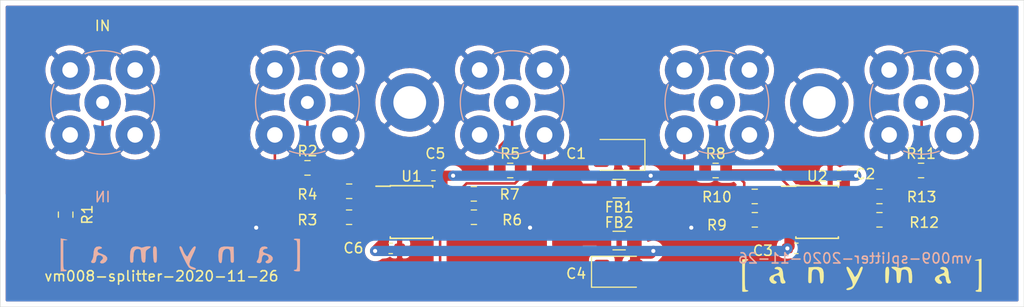
<source format=kicad_pcb>
(kicad_pcb (version 20171130) (host pcbnew "(5.1.5-0-10_14)")

  (general
    (thickness 1.6)
    (drawings 8)
    (tracks 139)
    (zones 0)
    (modules 35)
    (nets 19)
  )

  (page A4)
  (layers
    (0 F.Cu signal)
    (31 B.Cu signal)
    (32 B.Adhes user)
    (33 F.Adhes user)
    (34 B.Paste user)
    (35 F.Paste user)
    (36 B.SilkS user)
    (37 F.SilkS user)
    (38 B.Mask user)
    (39 F.Mask user)
    (40 Dwgs.User user)
    (41 Cmts.User user)
    (42 Eco1.User user)
    (43 Eco2.User user)
    (44 Edge.Cuts user)
    (45 Margin user)
    (46 B.CrtYd user)
    (47 F.CrtYd user)
    (48 B.Fab user)
    (49 F.Fab user)
  )

  (setup
    (last_trace_width 0.25)
    (trace_clearance 0.2)
    (zone_clearance 0.508)
    (zone_45_only no)
    (trace_min 0.2)
    (via_size 0.8)
    (via_drill 0.4)
    (via_min_size 0.4)
    (via_min_drill 0.3)
    (uvia_size 0.3)
    (uvia_drill 0.1)
    (uvias_allowed no)
    (uvia_min_size 0.2)
    (uvia_min_drill 0.1)
    (edge_width 0.05)
    (segment_width 0.2)
    (pcb_text_width 0.3)
    (pcb_text_size 1.5 1.5)
    (mod_edge_width 0.12)
    (mod_text_size 1 1)
    (mod_text_width 0.15)
    (pad_size 1.524 1.524)
    (pad_drill 0.762)
    (pad_to_mask_clearance 0.051)
    (solder_mask_min_width 0.25)
    (aux_axis_origin 0 0)
    (visible_elements FFFFFF7F)
    (pcbplotparams
      (layerselection 0x010fc_ffffffff)
      (usegerberextensions false)
      (usegerberattributes false)
      (usegerberadvancedattributes false)
      (creategerberjobfile false)
      (excludeedgelayer true)
      (linewidth 0.100000)
      (plotframeref false)
      (viasonmask false)
      (mode 1)
      (useauxorigin false)
      (hpglpennumber 1)
      (hpglpenspeed 20)
      (hpglpendiameter 15.000000)
      (psnegative false)
      (psa4output false)
      (plotreference true)
      (plotvalue true)
      (plotinvisibletext false)
      (padsonsilk false)
      (subtractmaskfromsilk false)
      (outputformat 1)
      (mirror false)
      (drillshape 0)
      (scaleselection 1)
      (outputdirectory ""))
  )

  (net 0 "")
  (net 1 GND)
  (net 2 +5V)
  (net 3 -5V)
  (net 4 "Net-(FB1-Pad2)")
  (net 5 "Net-(FB2-Pad2)")
  (net 6 /input)
  (net 7 "Net-(J2-Pad1)")
  (net 8 "Net-(J3-Pad1)")
  (net 9 "Net-(J4-Pad1)")
  (net 10 "Net-(J5-Pad1)")
  (net 11 "Net-(R2-Pad2)")
  (net 12 "Net-(R3-Pad1)")
  (net 13 "Net-(R5-Pad2)")
  (net 14 "Net-(R6-Pad1)")
  (net 15 "Net-(R10-Pad1)")
  (net 16 "Net-(R10-Pad2)")
  (net 17 "Net-(R11-Pad2)")
  (net 18 "Net-(R12-Pad1)")

  (net_class Default "This is the default net class."
    (clearance 0.2)
    (trace_width 0.25)
    (via_dia 0.8)
    (via_drill 0.4)
    (uvia_dia 0.3)
    (uvia_drill 0.1)
    (add_net /input)
    (add_net GND)
    (add_net "Net-(FB1-Pad2)")
    (add_net "Net-(FB2-Pad2)")
    (add_net "Net-(J2-Pad1)")
    (add_net "Net-(J3-Pad1)")
    (add_net "Net-(J4-Pad1)")
    (add_net "Net-(J5-Pad1)")
    (add_net "Net-(R10-Pad1)")
    (add_net "Net-(R10-Pad2)")
    (add_net "Net-(R11-Pad2)")
    (add_net "Net-(R12-Pad1)")
    (add_net "Net-(R2-Pad2)")
    (add_net "Net-(R3-Pad1)")
    (add_net "Net-(R5-Pad2)")
    (add_net "Net-(R6-Pad1)")
  )

  (net_class pow ""
    (clearance 0.2)
    (trace_width 1)
    (via_dia 0.8)
    (via_drill 0.4)
    (uvia_dia 0.3)
    (uvia_drill 0.1)
    (add_net +5V)
    (add_net -5V)
  )

  (module anyma_footprints:logo_anyma (layer B.Cu) (tedit 0) (tstamp 5FC261D9)
    (at 67.5 50 180)
    (path /5FD4876A)
    (fp_text reference U4 (at 0 0) (layer B.SilkS) hide
      (effects (font (size 1.524 1.524) (thickness 0.3)) (justify mirror))
    )
    (fp_text value LOGO (at 0.75 0) (layer B.SilkS) hide
      (effects (font (size 1.524 1.524) (thickness 0.3)) (justify mirror))
    )
    (fp_poly (pts (xy -11.273852 1.672737) (xy -11.177968 1.624478) (xy -11.176 1.613778) (xy -11.246864 1.540854)
      (xy -11.345333 1.524) (xy -11.407029 1.516456) (xy -11.451586 1.478058) (xy -11.481786 1.385158)
      (xy -11.500411 1.214107) (xy -11.510244 0.941257) (xy -11.514066 0.542961) (xy -11.514666 0.084667)
      (xy -11.513779 -0.43975) (xy -11.509262 -0.818485) (xy -11.498332 -1.075184) (xy -11.478208 -1.233498)
      (xy -11.446109 -1.317073) (xy -11.39925 -1.349559) (xy -11.345333 -1.354667) (xy -11.207753 -1.390123)
      (xy -11.176 -1.439333) (xy -11.247364 -1.486779) (xy -11.413392 -1.517492) (xy -11.601982 -1.52634)
      (xy -11.741036 -1.50819) (xy -11.770732 -1.481667) (xy -11.771523 -1.38747) (xy -11.772465 -1.151451)
      (xy -11.773479 -0.801123) (xy -11.774484 -0.363996) (xy -11.775357 0.105833) (xy -11.777917 1.651)
      (xy -11.476958 1.677278) (xy -11.273852 1.672737)) (layer B.SilkS) (width 0.01))
    (fp_poly (pts (xy 11.599334 -1.524) (xy 11.303 -1.524) (xy 11.107133 -1.502734) (xy 11.009226 -1.450445)
      (xy 11.006667 -1.439333) (xy 11.077579 -1.370543) (xy 11.176 -1.354667) (xy 11.237696 -1.347122)
      (xy 11.282253 -1.308724) (xy 11.312453 -1.215824) (xy 11.331078 -1.044773) (xy 11.340911 -0.771924)
      (xy 11.344733 -0.373627) (xy 11.345334 0.084667) (xy 11.345334 1.524) (xy 11.119556 1.524)
      (xy 10.955242 1.534653) (xy 10.954295 1.564412) (xy 11.112234 1.609975) (xy 11.281834 1.643605)
      (xy 11.599334 1.701007) (xy 11.599334 -1.524)) (layer B.SilkS) (width 0.01))
    (fp_poly (pts (xy -0.001223 0.84737) (xy 0 0.818059) (xy -0.037548 0.666803) (xy -0.137433 0.407315)
      (xy -0.280514 0.079805) (xy -0.447652 -0.275515) (xy -0.619707 -0.618435) (xy -0.777538 -0.908744)
      (xy -0.902006 -1.106231) (xy -0.935607 -1.147549) (xy -1.102618 -1.267728) (xy -1.30477 -1.341911)
      (xy -1.487811 -1.360032) (xy -1.597489 -1.312026) (xy -1.608666 -1.272421) (xy -1.535836 -1.197346)
      (xy -1.358679 -1.125585) (xy -1.340472 -1.120679) (xy -1.1234 -1.045323) (xy -1.001547 -0.939063)
      (xy -0.972789 -0.7753) (xy -1.035005 -0.527433) (xy -1.186069 -0.168866) (xy -1.253084 -0.025862)
      (xy -1.441044 0.380882) (xy -1.553558 0.658536) (xy -1.595077 0.827308) (xy -1.570055 0.907405)
      (xy -1.482946 0.919035) (xy -1.4605 0.915318) (xy -1.342495 0.826667) (xy -1.181092 0.618322)
      (xy -1.000403 0.325884) (xy -0.82454 -0.015046) (xy -0.811869 -0.042333) (xy -0.741035 -0.060288)
      (xy -0.628957 0.039297) (xy -0.503142 0.219212) (xy -0.391099 0.442249) (xy -0.336508 0.600682)
      (xy -0.252834 0.795529) (xy -0.145812 0.916611) (xy -0.050316 0.941401) (xy -0.001223 0.84737)) (layer B.SilkS) (width 0.01))
    (fp_poly (pts (xy -8.069869 0.883881) (xy -7.886246 0.710196) (xy -7.796359 0.39597) (xy -7.78664 0.219711)
      (xy -7.760123 -0.077038) (xy -7.695068 -0.312738) (xy -7.65964 -0.376015) (xy -7.551014 -0.552076)
      (xy -7.567764 -0.654748) (xy -7.662333 -0.707951) (xy -7.873407 -0.721685) (xy -8.009186 -0.595016)
      (xy -8.043333 -0.421199) (xy -8.075721 -0.118578) (xy -8.179556 0.0438) (xy -8.331792 0.084667)
      (xy -8.541001 0.030444) (xy -8.677051 -0.100781) (xy -8.721574 -0.261837) (xy -8.656202 -0.405556)
      (xy -8.546673 -0.467146) (xy -8.421696 -0.549306) (xy -8.405138 -0.621018) (xy -8.51421 -0.724749)
      (xy -8.699914 -0.73538) (xy -8.899175 -0.6555) (xy -8.96946 -0.597873) (xy -9.115777 -0.366589)
      (xy -9.102341 -0.146173) (xy -8.938339 0.040992) (xy -8.655727 0.166436) (xy -8.417643 0.243223)
      (xy -8.240265 0.31906) (xy -8.221496 0.3301) (xy -8.13944 0.451364) (xy -8.187112 0.579861)
      (xy -8.334796 0.665801) (xy -8.428731 0.677333) (xy -8.587683 0.711941) (xy -8.611893 0.789842)
      (xy -8.514678 0.872155) (xy -8.346816 0.916513) (xy -8.069869 0.883881)) (layer B.SilkS) (width 0.01))
    (fp_poly (pts (xy -4.058953 0.83676) (xy -3.902376 0.677824) (xy -3.827973 0.401606) (xy -3.81 0.010367)
      (xy -3.827553 -0.373632) (xy -3.881635 -0.603991) (xy -3.929462 -0.671077) (xy -4.046476 -0.72629)
      (xy -4.112606 -0.667183) (xy -4.148975 -0.529965) (xy -4.17527 -0.285569) (xy -4.183644 -0.083352)
      (xy -4.220588 0.300486) (xy -4.324653 0.542198) (xy -4.506835 0.659419) (xy -4.657975 0.677333)
      (xy -4.816026 0.655664) (xy -4.916281 0.570805) (xy -4.971122 0.392978) (xy -4.992931 0.092408)
      (xy -4.995333 -0.133925) (xy -5.000593 -0.429191) (xy -5.024365 -0.593006) (xy -5.078632 -0.663122)
      (xy -5.167844 -0.677333) (xy -5.248745 -0.666612) (xy -5.297797 -0.613068) (xy -5.321129 -0.484632)
      (xy -5.32487 -0.249233) (xy -5.31601 0.09793) (xy -5.291666 0.873193) (xy -4.721406 0.903503)
      (xy -4.323398 0.903593) (xy -4.058953 0.83676)) (layer B.SilkS) (width 0.01))
    (fp_poly (pts (xy 8.101464 0.883881) (xy 8.285088 0.710196) (xy 8.374975 0.39597) (xy 8.384693 0.219711)
      (xy 8.41121 -0.077038) (xy 8.476265 -0.312738) (xy 8.511693 -0.376015) (xy 8.620072 -0.551414)
      (xy 8.602464 -0.654232) (xy 8.498269 -0.712069) (xy 8.314416 -0.708554) (xy 8.178237 -0.572153)
      (xy 8.126704 -0.349466) (xy 8.09947 -0.136463) (xy 8.053629 -0.013759) (xy 7.916173 0.067997)
      (xy 7.723716 0.051044) (xy 7.548708 -0.051837) (xy 7.501647 -0.111138) (xy 7.460082 -0.2446)
      (xy 7.541301 -0.370306) (xy 7.605292 -0.426272) (xy 7.728297 -0.565498) (xy 7.748796 -0.674419)
      (xy 7.748462 -0.674968) (xy 7.611704 -0.756352) (xy 7.41239 -0.730562) (xy 7.211125 -0.606637)
      (xy 7.196667 -0.592667) (xy 7.049389 -0.366097) (xy 7.065816 -0.155214) (xy 7.240406 0.029684)
      (xy 7.567615 0.178294) (xy 7.62 0.194102) (xy 7.871256 0.287654) (xy 7.98526 0.393338)
      (xy 8.001 0.46939) (xy 7.943724 0.604751) (xy 7.763147 0.662275) (xy 7.592879 0.718055)
      (xy 7.569207 0.804481) (xy 7.683303 0.884987) (xy 7.824517 0.916513) (xy 8.101464 0.883881)) (layer B.SilkS) (width 0.01))
    (fp_poly (pts (xy 2.532684 0.849514) (xy 2.570091 0.666652) (xy 2.573879 0.351335) (xy 2.560933 0.0635)
      (xy 2.536569 -0.294899) (xy 2.507533 -0.515953) (xy 2.465162 -0.631604) (xy 2.400796 -0.673795)
      (xy 2.360049 -0.677333) (xy 2.284532 -0.661949) (xy 2.237536 -0.594549) (xy 2.212445 -0.443256)
      (xy 2.202642 -0.176198) (xy 2.201334 0.087324) (xy 2.206937 0.466595) (xy 2.227132 0.707994)
      (xy 2.266993 0.842712) (xy 2.331595 0.901942) (xy 2.334025 0.9029) (xy 2.45591 0.921177)
      (xy 2.532684 0.849514)) (layer B.SilkS) (width 0.01))
    (fp_poly (pts (xy 3.255072 0.908535) (xy 3.448662 0.856207) (xy 3.487483 0.838024) (xy 3.692266 0.789744)
      (xy 3.848251 0.844482) (xy 4.064177 0.906782) (xy 4.322012 0.916678) (xy 4.322571 0.916625)
      (xy 4.550139 0.851297) (xy 4.702296 0.692278) (xy 4.789822 0.417614) (xy 4.823499 0.005355)
      (xy 4.824752 -0.105833) (xy 4.820543 -0.410494) (xy 4.799023 -0.582755) (xy 4.749368 -0.659427)
      (xy 4.660751 -0.677319) (xy 4.656667 -0.677333) (xy 4.564626 -0.659998) (xy 4.513525 -0.582928)
      (xy 4.491669 -0.408526) (xy 4.487334 -0.133047) (xy 4.45869 0.267986) (xy 4.366598 0.523347)
      (xy 4.201813 0.647784) (xy 3.989856 0.660763) (xy 3.86154 0.632093) (xy 3.791935 0.555082)
      (xy 3.759247 0.385863) (xy 3.745719 0.169333) (xy 3.725427 -0.130651) (xy 3.697619 -0.386904)
      (xy 3.680606 -0.486833) (xy 3.588204 -0.643243) (xy 3.445023 -0.673392) (xy 3.358445 -0.620889)
      (xy 3.329161 -0.512695) (xy 3.308758 -0.286538) (xy 3.302 -0.024284) (xy 3.296509 0.273319)
      (xy 3.267702 0.451605) (xy 3.197082 0.560523) (xy 3.06615 0.65002) (xy 3.048535 0.660105)
      (xy 2.878054 0.773615) (xy 2.795862 0.860745) (xy 2.794535 0.867833) (xy 2.865994 0.917016)
      (xy 3.040177 0.929694) (xy 3.255072 0.908535)) (layer B.SilkS) (width 0.01))
  )

  (module anyma_footprints:logo_anyma (layer F.Cu) (tedit 0) (tstamp 5FC25762)
    (at 134.25 52)
    (path /5FD44680)
    (fp_text reference U3 (at 0 0) (layer F.SilkS) hide
      (effects (font (size 1.524 1.524) (thickness 0.3)))
    )
    (fp_text value LOGO (at 0.75 0) (layer F.SilkS) hide
      (effects (font (size 1.524 1.524) (thickness 0.3)))
    )
    (fp_poly (pts (xy -11.273852 -1.672737) (xy -11.177968 -1.624478) (xy -11.176 -1.613778) (xy -11.246864 -1.540854)
      (xy -11.345333 -1.524) (xy -11.407029 -1.516456) (xy -11.451586 -1.478058) (xy -11.481786 -1.385158)
      (xy -11.500411 -1.214107) (xy -11.510244 -0.941257) (xy -11.514066 -0.542961) (xy -11.514666 -0.084667)
      (xy -11.513779 0.43975) (xy -11.509262 0.818485) (xy -11.498332 1.075184) (xy -11.478208 1.233498)
      (xy -11.446109 1.317073) (xy -11.39925 1.349559) (xy -11.345333 1.354667) (xy -11.207753 1.390123)
      (xy -11.176 1.439333) (xy -11.247364 1.486779) (xy -11.413392 1.517492) (xy -11.601982 1.52634)
      (xy -11.741036 1.50819) (xy -11.770732 1.481667) (xy -11.771523 1.38747) (xy -11.772465 1.151451)
      (xy -11.773479 0.801123) (xy -11.774484 0.363996) (xy -11.775357 -0.105833) (xy -11.777917 -1.651)
      (xy -11.476958 -1.677278) (xy -11.273852 -1.672737)) (layer F.SilkS) (width 0.01))
    (fp_poly (pts (xy 11.599334 1.524) (xy 11.303 1.524) (xy 11.107133 1.502734) (xy 11.009226 1.450445)
      (xy 11.006667 1.439333) (xy 11.077579 1.370543) (xy 11.176 1.354667) (xy 11.237696 1.347122)
      (xy 11.282253 1.308724) (xy 11.312453 1.215824) (xy 11.331078 1.044773) (xy 11.340911 0.771924)
      (xy 11.344733 0.373627) (xy 11.345334 -0.084667) (xy 11.345334 -1.524) (xy 11.119556 -1.524)
      (xy 10.955242 -1.534653) (xy 10.954295 -1.564412) (xy 11.112234 -1.609975) (xy 11.281834 -1.643605)
      (xy 11.599334 -1.701007) (xy 11.599334 1.524)) (layer F.SilkS) (width 0.01))
    (fp_poly (pts (xy -0.001223 -0.84737) (xy 0 -0.818059) (xy -0.037548 -0.666803) (xy -0.137433 -0.407315)
      (xy -0.280514 -0.079805) (xy -0.447652 0.275515) (xy -0.619707 0.618435) (xy -0.777538 0.908744)
      (xy -0.902006 1.106231) (xy -0.935607 1.147549) (xy -1.102618 1.267728) (xy -1.30477 1.341911)
      (xy -1.487811 1.360032) (xy -1.597489 1.312026) (xy -1.608666 1.272421) (xy -1.535836 1.197346)
      (xy -1.358679 1.125585) (xy -1.340472 1.120679) (xy -1.1234 1.045323) (xy -1.001547 0.939063)
      (xy -0.972789 0.7753) (xy -1.035005 0.527433) (xy -1.186069 0.168866) (xy -1.253084 0.025862)
      (xy -1.441044 -0.380882) (xy -1.553558 -0.658536) (xy -1.595077 -0.827308) (xy -1.570055 -0.907405)
      (xy -1.482946 -0.919035) (xy -1.4605 -0.915318) (xy -1.342495 -0.826667) (xy -1.181092 -0.618322)
      (xy -1.000403 -0.325884) (xy -0.82454 0.015046) (xy -0.811869 0.042333) (xy -0.741035 0.060288)
      (xy -0.628957 -0.039297) (xy -0.503142 -0.219212) (xy -0.391099 -0.442249) (xy -0.336508 -0.600682)
      (xy -0.252834 -0.795529) (xy -0.145812 -0.916611) (xy -0.050316 -0.941401) (xy -0.001223 -0.84737)) (layer F.SilkS) (width 0.01))
    (fp_poly (pts (xy -8.069869 -0.883881) (xy -7.886246 -0.710196) (xy -7.796359 -0.39597) (xy -7.78664 -0.219711)
      (xy -7.760123 0.077038) (xy -7.695068 0.312738) (xy -7.65964 0.376015) (xy -7.551014 0.552076)
      (xy -7.567764 0.654748) (xy -7.662333 0.707951) (xy -7.873407 0.721685) (xy -8.009186 0.595016)
      (xy -8.043333 0.421199) (xy -8.075721 0.118578) (xy -8.179556 -0.0438) (xy -8.331792 -0.084667)
      (xy -8.541001 -0.030444) (xy -8.677051 0.100781) (xy -8.721574 0.261837) (xy -8.656202 0.405556)
      (xy -8.546673 0.467146) (xy -8.421696 0.549306) (xy -8.405138 0.621018) (xy -8.51421 0.724749)
      (xy -8.699914 0.73538) (xy -8.899175 0.6555) (xy -8.96946 0.597873) (xy -9.115777 0.366589)
      (xy -9.102341 0.146173) (xy -8.938339 -0.040992) (xy -8.655727 -0.166436) (xy -8.417643 -0.243223)
      (xy -8.240265 -0.31906) (xy -8.221496 -0.3301) (xy -8.13944 -0.451364) (xy -8.187112 -0.579861)
      (xy -8.334796 -0.665801) (xy -8.428731 -0.677333) (xy -8.587683 -0.711941) (xy -8.611893 -0.789842)
      (xy -8.514678 -0.872155) (xy -8.346816 -0.916513) (xy -8.069869 -0.883881)) (layer F.SilkS) (width 0.01))
    (fp_poly (pts (xy -4.058953 -0.83676) (xy -3.902376 -0.677824) (xy -3.827973 -0.401606) (xy -3.81 -0.010367)
      (xy -3.827553 0.373632) (xy -3.881635 0.603991) (xy -3.929462 0.671077) (xy -4.046476 0.72629)
      (xy -4.112606 0.667183) (xy -4.148975 0.529965) (xy -4.17527 0.285569) (xy -4.183644 0.083352)
      (xy -4.220588 -0.300486) (xy -4.324653 -0.542198) (xy -4.506835 -0.659419) (xy -4.657975 -0.677333)
      (xy -4.816026 -0.655664) (xy -4.916281 -0.570805) (xy -4.971122 -0.392978) (xy -4.992931 -0.092408)
      (xy -4.995333 0.133925) (xy -5.000593 0.429191) (xy -5.024365 0.593006) (xy -5.078632 0.663122)
      (xy -5.167844 0.677333) (xy -5.248745 0.666612) (xy -5.297797 0.613068) (xy -5.321129 0.484632)
      (xy -5.32487 0.249233) (xy -5.31601 -0.09793) (xy -5.291666 -0.873193) (xy -4.721406 -0.903503)
      (xy -4.323398 -0.903593) (xy -4.058953 -0.83676)) (layer F.SilkS) (width 0.01))
    (fp_poly (pts (xy 8.101464 -0.883881) (xy 8.285088 -0.710196) (xy 8.374975 -0.39597) (xy 8.384693 -0.219711)
      (xy 8.41121 0.077038) (xy 8.476265 0.312738) (xy 8.511693 0.376015) (xy 8.620072 0.551414)
      (xy 8.602464 0.654232) (xy 8.498269 0.712069) (xy 8.314416 0.708554) (xy 8.178237 0.572153)
      (xy 8.126704 0.349466) (xy 8.09947 0.136463) (xy 8.053629 0.013759) (xy 7.916173 -0.067997)
      (xy 7.723716 -0.051044) (xy 7.548708 0.051837) (xy 7.501647 0.111138) (xy 7.460082 0.2446)
      (xy 7.541301 0.370306) (xy 7.605292 0.426272) (xy 7.728297 0.565498) (xy 7.748796 0.674419)
      (xy 7.748462 0.674968) (xy 7.611704 0.756352) (xy 7.41239 0.730562) (xy 7.211125 0.606637)
      (xy 7.196667 0.592667) (xy 7.049389 0.366097) (xy 7.065816 0.155214) (xy 7.240406 -0.029684)
      (xy 7.567615 -0.178294) (xy 7.62 -0.194102) (xy 7.871256 -0.287654) (xy 7.98526 -0.393338)
      (xy 8.001 -0.46939) (xy 7.943724 -0.604751) (xy 7.763147 -0.662275) (xy 7.592879 -0.718055)
      (xy 7.569207 -0.804481) (xy 7.683303 -0.884987) (xy 7.824517 -0.916513) (xy 8.101464 -0.883881)) (layer F.SilkS) (width 0.01))
    (fp_poly (pts (xy 2.532684 -0.849514) (xy 2.570091 -0.666652) (xy 2.573879 -0.351335) (xy 2.560933 -0.0635)
      (xy 2.536569 0.294899) (xy 2.507533 0.515953) (xy 2.465162 0.631604) (xy 2.400796 0.673795)
      (xy 2.360049 0.677333) (xy 2.284532 0.661949) (xy 2.237536 0.594549) (xy 2.212445 0.443256)
      (xy 2.202642 0.176198) (xy 2.201334 -0.087324) (xy 2.206937 -0.466595) (xy 2.227132 -0.707994)
      (xy 2.266993 -0.842712) (xy 2.331595 -0.901942) (xy 2.334025 -0.9029) (xy 2.45591 -0.921177)
      (xy 2.532684 -0.849514)) (layer F.SilkS) (width 0.01))
    (fp_poly (pts (xy 3.255072 -0.908535) (xy 3.448662 -0.856207) (xy 3.487483 -0.838024) (xy 3.692266 -0.789744)
      (xy 3.848251 -0.844482) (xy 4.064177 -0.906782) (xy 4.322012 -0.916678) (xy 4.322571 -0.916625)
      (xy 4.550139 -0.851297) (xy 4.702296 -0.692278) (xy 4.789822 -0.417614) (xy 4.823499 -0.005355)
      (xy 4.824752 0.105833) (xy 4.820543 0.410494) (xy 4.799023 0.582755) (xy 4.749368 0.659427)
      (xy 4.660751 0.677319) (xy 4.656667 0.677333) (xy 4.564626 0.659998) (xy 4.513525 0.582928)
      (xy 4.491669 0.408526) (xy 4.487334 0.133047) (xy 4.45869 -0.267986) (xy 4.366598 -0.523347)
      (xy 4.201813 -0.647784) (xy 3.989856 -0.660763) (xy 3.86154 -0.632093) (xy 3.791935 -0.555082)
      (xy 3.759247 -0.385863) (xy 3.745719 -0.169333) (xy 3.725427 0.130651) (xy 3.697619 0.386904)
      (xy 3.680606 0.486833) (xy 3.588204 0.643243) (xy 3.445023 0.673392) (xy 3.358445 0.620889)
      (xy 3.329161 0.512695) (xy 3.308758 0.286538) (xy 3.302 0.024284) (xy 3.296509 -0.273319)
      (xy 3.267702 -0.451605) (xy 3.197082 -0.560523) (xy 3.06615 -0.65002) (xy 3.048535 -0.660105)
      (xy 2.878054 -0.773615) (xy 2.795862 -0.860745) (xy 2.794535 -0.867833) (xy 2.865994 -0.917016)
      (xy 3.040177 -0.929694) (xy 3.255072 -0.908535)) (layer F.SilkS) (width 0.01))
  )

  (module synkie_footprints:C_0603_1608Metric_Pad1.05x0.95mm_HandSolder (layer F.Cu) (tedit 5B301BBE) (tstamp 5FC232CF)
    (at 88.138 49.276)
    (descr "Capacitor SMD 0603 (1608 Metric), square (rectangular) end terminal, IPC_7351 nominal with elongated pad for handsoldering. (Body size source: http://www.tortai-tech.com/upload/download/2011102023233369053.pdf), generated with kicad-footprint-generator")
    (tags "capacitor handsolder")
    (path /5FCF1017)
    (attr smd)
    (fp_text reference C6 (at -3.638 -0.026) (layer F.SilkS)
      (effects (font (size 1 1) (thickness 0.15)))
    )
    (fp_text value C_Small (at 0 1.43) (layer F.Fab)
      (effects (font (size 1 1) (thickness 0.15)))
    )
    (fp_text user %R (at 0 0) (layer F.Fab)
      (effects (font (size 0.4 0.4) (thickness 0.06)))
    )
    (fp_line (start 1.65 0.73) (end -1.65 0.73) (layer F.CrtYd) (width 0.05))
    (fp_line (start 1.65 -0.73) (end 1.65 0.73) (layer F.CrtYd) (width 0.05))
    (fp_line (start -1.65 -0.73) (end 1.65 -0.73) (layer F.CrtYd) (width 0.05))
    (fp_line (start -1.65 0.73) (end -1.65 -0.73) (layer F.CrtYd) (width 0.05))
    (fp_line (start -0.171267 0.51) (end 0.171267 0.51) (layer F.SilkS) (width 0.12))
    (fp_line (start -0.171267 -0.51) (end 0.171267 -0.51) (layer F.SilkS) (width 0.12))
    (fp_line (start 0.8 0.4) (end -0.8 0.4) (layer F.Fab) (width 0.1))
    (fp_line (start 0.8 -0.4) (end 0.8 0.4) (layer F.Fab) (width 0.1))
    (fp_line (start -0.8 -0.4) (end 0.8 -0.4) (layer F.Fab) (width 0.1))
    (fp_line (start -0.8 0.4) (end -0.8 -0.4) (layer F.Fab) (width 0.1))
    (pad 2 smd roundrect (at 0.875 0) (size 1.05 0.95) (layers F.Cu F.Paste F.Mask) (roundrect_rratio 0.25)
      (net 1 GND))
    (pad 1 smd roundrect (at -0.875 0) (size 1.05 0.95) (layers F.Cu F.Paste F.Mask) (roundrect_rratio 0.25)
      (net 3 -5V))
    (model ${KISYS3DMOD}/Capacitor_SMD.3dshapes/C_0603_1608Metric.wrl
      (at (xyz 0 0 0))
      (scale (xyz 1 1 1))
      (rotate (xyz 0 0 0))
    )
  )

  (module synkie_footprints:R_0805_2012Metric_Pad1.15x1.40mm_HandSolder (layer F.Cu) (tedit 5B36C52B) (tstamp 5FC20877)
    (at 135.881 44.196)
    (descr "Resistor SMD 0805 (2012 Metric), square (rectangular) end terminal, IPC_7351 nominal with elongated pad for handsoldering. (Body size source: https://docs.google.com/spreadsheets/d/1BsfQQcO9C6DZCsRaXUlFlo91Tg2WpOkGARC1WS5S8t0/edit?usp=sharing), generated with kicad-footprint-generator")
    (tags "resistor handsolder")
    (path /5FCF1065)
    (attr smd)
    (fp_text reference R13 (at 4.119 0.054) (layer F.SilkS)
      (effects (font (size 1 1) (thickness 0.15)))
    )
    (fp_text value 200 (at 0 1.65) (layer F.Fab)
      (effects (font (size 1 1) (thickness 0.15)))
    )
    (fp_text user %R (at 0 0) (layer F.Fab)
      (effects (font (size 0.5 0.5) (thickness 0.08)))
    )
    (fp_line (start 1.85 0.95) (end -1.85 0.95) (layer F.CrtYd) (width 0.05))
    (fp_line (start 1.85 -0.95) (end 1.85 0.95) (layer F.CrtYd) (width 0.05))
    (fp_line (start -1.85 -0.95) (end 1.85 -0.95) (layer F.CrtYd) (width 0.05))
    (fp_line (start -1.85 0.95) (end -1.85 -0.95) (layer F.CrtYd) (width 0.05))
    (fp_line (start -0.261252 0.71) (end 0.261252 0.71) (layer F.SilkS) (width 0.12))
    (fp_line (start -0.261252 -0.71) (end 0.261252 -0.71) (layer F.SilkS) (width 0.12))
    (fp_line (start 1 0.6) (end -1 0.6) (layer F.Fab) (width 0.1))
    (fp_line (start 1 -0.6) (end 1 0.6) (layer F.Fab) (width 0.1))
    (fp_line (start -1 -0.6) (end 1 -0.6) (layer F.Fab) (width 0.1))
    (fp_line (start -1 0.6) (end -1 -0.6) (layer F.Fab) (width 0.1))
    (pad 2 smd roundrect (at 1.025 0) (size 1.15 1.4) (layers F.Cu F.Paste F.Mask) (roundrect_rratio 0.217391)
      (net 18 "Net-(R12-Pad1)"))
    (pad 1 smd roundrect (at -1.025 0) (size 1.15 1.4) (layers F.Cu F.Paste F.Mask) (roundrect_rratio 0.217391)
      (net 17 "Net-(R11-Pad2)"))
    (model ${KISYS3DMOD}/Resistor_SMD.3dshapes/R_0805_2012Metric.wrl
      (at (xyz 0 0 0))
      (scale (xyz 1 1 1))
      (rotate (xyz 0 0 0))
    )
  )

  (module anyma_footprints:smd-2pin (layer F.Cu) (tedit 5C5954DA) (tstamp 5FC22A3E)
    (at 52.578 46.736)
    (path /5FD1FE4C)
    (fp_text reference J7 (at 0.254 2.032) (layer F.SilkS) hide
      (effects (font (size 1 1) (thickness 0.15)))
    )
    (fp_text value in (at 0 -3.048) (layer F.Fab)
      (effects (font (size 1 1) (thickness 0.15)))
    )
    (pad 2 smd roundrect (at 0 0.508) (size 3 1.6) (layers F.Cu F.Paste F.Mask) (roundrect_rratio 0.25)
      (net 1 GND))
    (pad 1 smd roundrect (at 0 -1.778) (size 3 1.6) (layers F.Cu F.Paste F.Mask) (roundrect_rratio 0.25)
      (net 6 /input))
  )

  (module anyma_footprints:smd-2pin (layer F.Cu) (tedit 5C5954DA) (tstamp 5FC227C6)
    (at 147.066 47.244)
    (path /5FD1E547)
    (fp_text reference J6 (at 0.254 2.032) (layer F.SilkS) hide
      (effects (font (size 1 1) (thickness 0.15)))
    )
    (fp_text value in (at 0 -3.048) (layer F.Fab)
      (effects (font (size 1 1) (thickness 0.15)))
    )
    (pad 2 smd roundrect (at 0 0.508) (size 3 1.6) (layers F.Cu F.Paste F.Mask) (roundrect_rratio 0.25)
      (net 1 GND))
    (pad 1 smd roundrect (at 0 -1.778) (size 3 1.6) (layers F.Cu F.Paste F.Mask) (roundrect_rratio 0.25)
      (net 6 /input))
  )

  (module MountingHole:MountingHole_3.2mm_M3_ISO7380_Pad (layer F.Cu) (tedit 56D1B4CB) (tstamp 5FC21EAC)
    (at 130 35)
    (descr "Mounting Hole 3.2mm, M3, ISO7380")
    (tags "mounting hole 3.2mm m3 iso7380")
    (path /5FD1706A)
    (attr virtual)
    (fp_text reference H2 (at 0 -3.85) (layer F.SilkS) hide
      (effects (font (size 1 1) (thickness 0.15)))
    )
    (fp_text value MountingHole_Pad (at 0 3.85) (layer F.Fab)
      (effects (font (size 1 1) (thickness 0.15)))
    )
    (fp_circle (center 0 0) (end 3.1 0) (layer F.CrtYd) (width 0.05))
    (fp_circle (center 0 0) (end 2.85 0) (layer Cmts.User) (width 0.15))
    (fp_text user %R (at 0.3 0) (layer F.Fab) hide
      (effects (font (size 1 1) (thickness 0.15)))
    )
    (pad 1 thru_hole circle (at 0 0) (size 5.7 5.7) (drill 3.2) (layers *.Cu *.Mask)
      (net 1 GND))
  )

  (module MountingHole:MountingHole_3.2mm_M3_ISO7380_Pad (layer F.Cu) (tedit 56D1B4CB) (tstamp 5FC21EA4)
    (at 90 35)
    (descr "Mounting Hole 3.2mm, M3, ISO7380")
    (tags "mounting hole 3.2mm m3 iso7380")
    (path /5FD18136)
    (attr virtual)
    (fp_text reference H1 (at 0 -3.85) (layer F.SilkS) hide
      (effects (font (size 1 1) (thickness 0.15)))
    )
    (fp_text value MountingHole_Pad (at 0 3.85) (layer F.Fab)
      (effects (font (size 1 1) (thickness 0.15)))
    )
    (fp_circle (center 0 0) (end 3.1 0) (layer F.CrtYd) (width 0.05))
    (fp_circle (center 0 0) (end 2.85 0) (layer Cmts.User) (width 0.15))
    (fp_text user %R (at 0.3 0) (layer F.Fab) hide
      (effects (font (size 1 1) (thickness 0.15)))
    )
    (pad 1 thru_hole circle (at 0 0) (size 5.7 5.7) (drill 3.2) (layers *.Cu *.Mask)
      (net 1 GND))
  )

  (module anyma_footprints:smd-3pin (layer F.Cu) (tedit 5FA41957) (tstamp 5FC2078E)
    (at 105.41 45.974)
    (path /5FA43579)
    (fp_text reference J9 (at 0 0.5) (layer F.SilkS) hide
      (effects (font (size 1 1) (thickness 0.15)))
    )
    (fp_text value INPUT (at 0 -0.5) (layer F.Fab)
      (effects (font (size 1 1) (thickness 0.15)))
    )
    (pad 3 smd roundrect (at 0 2.54) (size 3 1.65) (layers F.Cu F.Paste F.Mask) (roundrect_rratio 0.25)
      (net 5 "Net-(FB2-Pad2)"))
    (pad 2 smd roundrect (at 0 0) (size 3 1.65) (layers F.Cu F.Paste F.Mask) (roundrect_rratio 0.25)
      (net 1 GND))
    (pad 1 smd roundrect (at 0 -2.54) (size 3 1.65) (layers F.Cu F.Paste F.Mask) (roundrect_rratio 0.25)
      (net 4 "Net-(FB1-Pad2)"))
  )

  (module synkie_footprints:SOIC-8_3.9x4.9mm_P1.27mm (layer F.Cu) (tedit 5A02F2D3) (tstamp 5FC208B1)
    (at 129.794 45.72)
    (descr "8-Lead Plastic Small Outline (SN) - Narrow, 3.90 mm Body [SOIC] (see Microchip Packaging Specification 00000049BS.pdf)")
    (tags "SOIC 1.27")
    (path /5FCF0FDA)
    (attr smd)
    (fp_text reference U2 (at 0 -3.5) (layer F.SilkS)
      (effects (font (size 1 1) (thickness 0.15)))
    )
    (fp_text value Opamp_Dual_Generic (at 0 3.5) (layer F.Fab)
      (effects (font (size 1 1) (thickness 0.15)))
    )
    (fp_line (start -2.075 -2.525) (end -3.475 -2.525) (layer F.SilkS) (width 0.15))
    (fp_line (start -2.075 2.575) (end 2.075 2.575) (layer F.SilkS) (width 0.15))
    (fp_line (start -2.075 -2.575) (end 2.075 -2.575) (layer F.SilkS) (width 0.15))
    (fp_line (start -2.075 2.575) (end -2.075 2.43) (layer F.SilkS) (width 0.15))
    (fp_line (start 2.075 2.575) (end 2.075 2.43) (layer F.SilkS) (width 0.15))
    (fp_line (start 2.075 -2.575) (end 2.075 -2.43) (layer F.SilkS) (width 0.15))
    (fp_line (start -2.075 -2.575) (end -2.075 -2.525) (layer F.SilkS) (width 0.15))
    (fp_line (start -3.73 2.7) (end 3.73 2.7) (layer F.CrtYd) (width 0.05))
    (fp_line (start -3.73 -2.7) (end 3.73 -2.7) (layer F.CrtYd) (width 0.05))
    (fp_line (start 3.73 -2.7) (end 3.73 2.7) (layer F.CrtYd) (width 0.05))
    (fp_line (start -3.73 -2.7) (end -3.73 2.7) (layer F.CrtYd) (width 0.05))
    (fp_line (start -1.95 -1.45) (end -0.95 -2.45) (layer F.Fab) (width 0.1))
    (fp_line (start -1.95 2.45) (end -1.95 -1.45) (layer F.Fab) (width 0.1))
    (fp_line (start 1.95 2.45) (end -1.95 2.45) (layer F.Fab) (width 0.1))
    (fp_line (start 1.95 -2.45) (end 1.95 2.45) (layer F.Fab) (width 0.1))
    (fp_line (start -0.95 -2.45) (end 1.95 -2.45) (layer F.Fab) (width 0.1))
    (fp_text user %R (at 0 0) (layer F.Fab)
      (effects (font (size 1 1) (thickness 0.15)))
    )
    (pad 8 smd rect (at 2.7 -1.905) (size 1.55 0.6) (layers F.Cu F.Paste F.Mask)
      (net 2 +5V))
    (pad 7 smd rect (at 2.7 -0.635) (size 1.55 0.6) (layers F.Cu F.Paste F.Mask)
      (net 17 "Net-(R11-Pad2)"))
    (pad 6 smd rect (at 2.7 0.635) (size 1.55 0.6) (layers F.Cu F.Paste F.Mask)
      (net 18 "Net-(R12-Pad1)"))
    (pad 5 smd rect (at 2.7 1.905) (size 1.55 0.6) (layers F.Cu F.Paste F.Mask)
      (net 6 /input))
    (pad 4 smd rect (at -2.7 1.905) (size 1.55 0.6) (layers F.Cu F.Paste F.Mask)
      (net 3 -5V))
    (pad 3 smd rect (at -2.7 0.635) (size 1.55 0.6) (layers F.Cu F.Paste F.Mask)
      (net 6 /input))
    (pad 2 smd rect (at -2.7 -0.635) (size 1.55 0.6) (layers F.Cu F.Paste F.Mask)
      (net 16 "Net-(R10-Pad2)"))
    (pad 1 smd rect (at -2.7 -1.905) (size 1.55 0.6) (layers F.Cu F.Paste F.Mask)
      (net 15 "Net-(R10-Pad1)"))
    (model ${KISYS3DMOD}/Package_SO.3dshapes/SOIC-8_3.9x4.9mm_P1.27mm.wrl
      (at (xyz 0 0 0))
      (scale (xyz 1 1 1))
      (rotate (xyz 0 0 0))
    )
  )

  (module synkie_footprints:SOIC-8_3.9x4.9mm_P1.27mm (layer F.Cu) (tedit 5A02F2D3) (tstamp 5FC20894)
    (at 90.17 45.72)
    (descr "8-Lead Plastic Small Outline (SN) - Narrow, 3.90 mm Body [SOIC] (see Microchip Packaging Specification 00000049BS.pdf)")
    (tags "SOIC 1.27")
    (path /5FCDF9E5)
    (attr smd)
    (fp_text reference U1 (at 0 -3.5) (layer F.SilkS)
      (effects (font (size 1 1) (thickness 0.15)))
    )
    (fp_text value Opamp_Dual_Generic (at 0 3.5) (layer F.Fab)
      (effects (font (size 1 1) (thickness 0.15)))
    )
    (fp_line (start -2.075 -2.525) (end -3.475 -2.525) (layer F.SilkS) (width 0.15))
    (fp_line (start -2.075 2.575) (end 2.075 2.575) (layer F.SilkS) (width 0.15))
    (fp_line (start -2.075 -2.575) (end 2.075 -2.575) (layer F.SilkS) (width 0.15))
    (fp_line (start -2.075 2.575) (end -2.075 2.43) (layer F.SilkS) (width 0.15))
    (fp_line (start 2.075 2.575) (end 2.075 2.43) (layer F.SilkS) (width 0.15))
    (fp_line (start 2.075 -2.575) (end 2.075 -2.43) (layer F.SilkS) (width 0.15))
    (fp_line (start -2.075 -2.575) (end -2.075 -2.525) (layer F.SilkS) (width 0.15))
    (fp_line (start -3.73 2.7) (end 3.73 2.7) (layer F.CrtYd) (width 0.05))
    (fp_line (start -3.73 -2.7) (end 3.73 -2.7) (layer F.CrtYd) (width 0.05))
    (fp_line (start 3.73 -2.7) (end 3.73 2.7) (layer F.CrtYd) (width 0.05))
    (fp_line (start -3.73 -2.7) (end -3.73 2.7) (layer F.CrtYd) (width 0.05))
    (fp_line (start -1.95 -1.45) (end -0.95 -2.45) (layer F.Fab) (width 0.1))
    (fp_line (start -1.95 2.45) (end -1.95 -1.45) (layer F.Fab) (width 0.1))
    (fp_line (start 1.95 2.45) (end -1.95 2.45) (layer F.Fab) (width 0.1))
    (fp_line (start 1.95 -2.45) (end 1.95 2.45) (layer F.Fab) (width 0.1))
    (fp_line (start -0.95 -2.45) (end 1.95 -2.45) (layer F.Fab) (width 0.1))
    (fp_text user %R (at 0 0) (layer F.Fab)
      (effects (font (size 1 1) (thickness 0.15)))
    )
    (pad 8 smd rect (at 2.7 -1.905) (size 1.55 0.6) (layers F.Cu F.Paste F.Mask)
      (net 2 +5V))
    (pad 7 smd rect (at 2.7 -0.635) (size 1.55 0.6) (layers F.Cu F.Paste F.Mask)
      (net 13 "Net-(R5-Pad2)"))
    (pad 6 smd rect (at 2.7 0.635) (size 1.55 0.6) (layers F.Cu F.Paste F.Mask)
      (net 14 "Net-(R6-Pad1)"))
    (pad 5 smd rect (at 2.7 1.905) (size 1.55 0.6) (layers F.Cu F.Paste F.Mask)
      (net 6 /input))
    (pad 4 smd rect (at -2.7 1.905) (size 1.55 0.6) (layers F.Cu F.Paste F.Mask)
      (net 3 -5V))
    (pad 3 smd rect (at -2.7 0.635) (size 1.55 0.6) (layers F.Cu F.Paste F.Mask)
      (net 6 /input))
    (pad 2 smd rect (at -2.7 -0.635) (size 1.55 0.6) (layers F.Cu F.Paste F.Mask)
      (net 12 "Net-(R3-Pad1)"))
    (pad 1 smd rect (at -2.7 -1.905) (size 1.55 0.6) (layers F.Cu F.Paste F.Mask)
      (net 11 "Net-(R2-Pad2)"))
    (model ${KISYS3DMOD}/Package_SO.3dshapes/SOIC-8_3.9x4.9mm_P1.27mm.wrl
      (at (xyz 0 0 0))
      (scale (xyz 1 1 1))
      (rotate (xyz 0 0 0))
    )
  )

  (module synkie_footprints:R_0805_2012Metric_Pad1.15x1.40mm_HandSolder (layer F.Cu) (tedit 5B36C52B) (tstamp 5FC2085A)
    (at 135.881 46.482)
    (descr "Resistor SMD 0805 (2012 Metric), square (rectangular) end terminal, IPC_7351 nominal with elongated pad for handsoldering. (Body size source: https://docs.google.com/spreadsheets/d/1BsfQQcO9C6DZCsRaXUlFlo91Tg2WpOkGARC1WS5S8t0/edit?usp=sharing), generated with kicad-footprint-generator")
    (tags "resistor handsolder")
    (path /5FCF106F)
    (attr smd)
    (fp_text reference R12 (at 4.369 0.268) (layer F.SilkS)
      (effects (font (size 1 1) (thickness 0.15)))
    )
    (fp_text value 200 (at 0 1.65) (layer F.Fab)
      (effects (font (size 1 1) (thickness 0.15)))
    )
    (fp_text user %R (at 0 0) (layer F.Fab)
      (effects (font (size 0.5 0.5) (thickness 0.08)))
    )
    (fp_line (start 1.85 0.95) (end -1.85 0.95) (layer F.CrtYd) (width 0.05))
    (fp_line (start 1.85 -0.95) (end 1.85 0.95) (layer F.CrtYd) (width 0.05))
    (fp_line (start -1.85 -0.95) (end 1.85 -0.95) (layer F.CrtYd) (width 0.05))
    (fp_line (start -1.85 0.95) (end -1.85 -0.95) (layer F.CrtYd) (width 0.05))
    (fp_line (start -0.261252 0.71) (end 0.261252 0.71) (layer F.SilkS) (width 0.12))
    (fp_line (start -0.261252 -0.71) (end 0.261252 -0.71) (layer F.SilkS) (width 0.12))
    (fp_line (start 1 0.6) (end -1 0.6) (layer F.Fab) (width 0.1))
    (fp_line (start 1 -0.6) (end 1 0.6) (layer F.Fab) (width 0.1))
    (fp_line (start -1 -0.6) (end 1 -0.6) (layer F.Fab) (width 0.1))
    (fp_line (start -1 0.6) (end -1 -0.6) (layer F.Fab) (width 0.1))
    (pad 2 smd roundrect (at 1.025 0) (size 1.15 1.4) (layers F.Cu F.Paste F.Mask) (roundrect_rratio 0.217391)
      (net 1 GND))
    (pad 1 smd roundrect (at -1.025 0) (size 1.15 1.4) (layers F.Cu F.Paste F.Mask) (roundrect_rratio 0.217391)
      (net 18 "Net-(R12-Pad1)"))
    (model ${KISYS3DMOD}/Resistor_SMD.3dshapes/R_0805_2012Metric.wrl
      (at (xyz 0 0 0))
      (scale (xyz 1 1 1))
      (rotate (xyz 0 0 0))
    )
  )

  (module synkie_footprints:R_0805_2012Metric_Pad1.15x1.40mm_HandSolder (layer F.Cu) (tedit 5B36C52B) (tstamp 5FC20849)
    (at 139.945 41.656)
    (descr "Resistor SMD 0805 (2012 Metric), square (rectangular) end terminal, IPC_7351 nominal with elongated pad for handsoldering. (Body size source: https://docs.google.com/spreadsheets/d/1BsfQQcO9C6DZCsRaXUlFlo91Tg2WpOkGARC1WS5S8t0/edit?usp=sharing), generated with kicad-footprint-generator")
    (tags "resistor handsolder")
    (path /5FCF1089)
    (attr smd)
    (fp_text reference R11 (at 0 -1.65) (layer F.SilkS)
      (effects (font (size 1 1) (thickness 0.15)))
    )
    (fp_text value 75 (at 0 1.65) (layer F.Fab)
      (effects (font (size 1 1) (thickness 0.15)))
    )
    (fp_text user %R (at 0 0) (layer F.Fab)
      (effects (font (size 0.5 0.5) (thickness 0.08)))
    )
    (fp_line (start 1.85 0.95) (end -1.85 0.95) (layer F.CrtYd) (width 0.05))
    (fp_line (start 1.85 -0.95) (end 1.85 0.95) (layer F.CrtYd) (width 0.05))
    (fp_line (start -1.85 -0.95) (end 1.85 -0.95) (layer F.CrtYd) (width 0.05))
    (fp_line (start -1.85 0.95) (end -1.85 -0.95) (layer F.CrtYd) (width 0.05))
    (fp_line (start -0.261252 0.71) (end 0.261252 0.71) (layer F.SilkS) (width 0.12))
    (fp_line (start -0.261252 -0.71) (end 0.261252 -0.71) (layer F.SilkS) (width 0.12))
    (fp_line (start 1 0.6) (end -1 0.6) (layer F.Fab) (width 0.1))
    (fp_line (start 1 -0.6) (end 1 0.6) (layer F.Fab) (width 0.1))
    (fp_line (start -1 -0.6) (end 1 -0.6) (layer F.Fab) (width 0.1))
    (fp_line (start -1 0.6) (end -1 -0.6) (layer F.Fab) (width 0.1))
    (pad 2 smd roundrect (at 1.025 0) (size 1.15 1.4) (layers F.Cu F.Paste F.Mask) (roundrect_rratio 0.217391)
      (net 17 "Net-(R11-Pad2)"))
    (pad 1 smd roundrect (at -1.025 0) (size 1.15 1.4) (layers F.Cu F.Paste F.Mask) (roundrect_rratio 0.217391)
      (net 10 "Net-(J5-Pad1)"))
    (model ${KISYS3DMOD}/Resistor_SMD.3dshapes/R_0805_2012Metric.wrl
      (at (xyz 0 0 0))
      (scale (xyz 1 1 1))
      (rotate (xyz 0 0 0))
    )
  )

  (module synkie_footprints:R_0805_2012Metric_Pad1.15x1.40mm_HandSolder (layer F.Cu) (tedit 5B36C52B) (tstamp 5FC20838)
    (at 123.698 44.196)
    (descr "Resistor SMD 0805 (2012 Metric), square (rectangular) end terminal, IPC_7351 nominal with elongated pad for handsoldering. (Body size source: https://docs.google.com/spreadsheets/d/1BsfQQcO9C6DZCsRaXUlFlo91Tg2WpOkGARC1WS5S8t0/edit?usp=sharing), generated with kicad-footprint-generator")
    (tags "resistor handsolder")
    (path /5FCF1036)
    (attr smd)
    (fp_text reference R10 (at -3.698 0.054) (layer F.SilkS)
      (effects (font (size 1 1) (thickness 0.15)))
    )
    (fp_text value 200 (at 0 1.65) (layer F.Fab)
      (effects (font (size 1 1) (thickness 0.15)))
    )
    (fp_text user %R (at 0 0) (layer F.Fab)
      (effects (font (size 0.5 0.5) (thickness 0.08)))
    )
    (fp_line (start 1.85 0.95) (end -1.85 0.95) (layer F.CrtYd) (width 0.05))
    (fp_line (start 1.85 -0.95) (end 1.85 0.95) (layer F.CrtYd) (width 0.05))
    (fp_line (start -1.85 -0.95) (end 1.85 -0.95) (layer F.CrtYd) (width 0.05))
    (fp_line (start -1.85 0.95) (end -1.85 -0.95) (layer F.CrtYd) (width 0.05))
    (fp_line (start -0.261252 0.71) (end 0.261252 0.71) (layer F.SilkS) (width 0.12))
    (fp_line (start -0.261252 -0.71) (end 0.261252 -0.71) (layer F.SilkS) (width 0.12))
    (fp_line (start 1 0.6) (end -1 0.6) (layer F.Fab) (width 0.1))
    (fp_line (start 1 -0.6) (end 1 0.6) (layer F.Fab) (width 0.1))
    (fp_line (start -1 -0.6) (end 1 -0.6) (layer F.Fab) (width 0.1))
    (fp_line (start -1 0.6) (end -1 -0.6) (layer F.Fab) (width 0.1))
    (pad 2 smd roundrect (at 1.025 0) (size 1.15 1.4) (layers F.Cu F.Paste F.Mask) (roundrect_rratio 0.217391)
      (net 16 "Net-(R10-Pad2)"))
    (pad 1 smd roundrect (at -1.025 0) (size 1.15 1.4) (layers F.Cu F.Paste F.Mask) (roundrect_rratio 0.217391)
      (net 15 "Net-(R10-Pad1)"))
    (model ${KISYS3DMOD}/Resistor_SMD.3dshapes/R_0805_2012Metric.wrl
      (at (xyz 0 0 0))
      (scale (xyz 1 1 1))
      (rotate (xyz 0 0 0))
    )
  )

  (module synkie_footprints:R_0805_2012Metric_Pad1.15x1.40mm_HandSolder (layer F.Cu) (tedit 5B36C52B) (tstamp 5FC20827)
    (at 123.707 46.482 180)
    (descr "Resistor SMD 0805 (2012 Metric), square (rectangular) end terminal, IPC_7351 nominal with elongated pad for handsoldering. (Body size source: https://docs.google.com/spreadsheets/d/1BsfQQcO9C6DZCsRaXUlFlo91Tg2WpOkGARC1WS5S8t0/edit?usp=sharing), generated with kicad-footprint-generator")
    (tags "resistor handsolder")
    (path /5FCF1040)
    (attr smd)
    (fp_text reference R9 (at 3.707 -0.518) (layer F.SilkS)
      (effects (font (size 1 1) (thickness 0.15)))
    )
    (fp_text value 200 (at 0 1.65) (layer F.Fab)
      (effects (font (size 1 1) (thickness 0.15)))
    )
    (fp_text user %R (at 0 0) (layer F.Fab)
      (effects (font (size 0.5 0.5) (thickness 0.08)))
    )
    (fp_line (start 1.85 0.95) (end -1.85 0.95) (layer F.CrtYd) (width 0.05))
    (fp_line (start 1.85 -0.95) (end 1.85 0.95) (layer F.CrtYd) (width 0.05))
    (fp_line (start -1.85 -0.95) (end 1.85 -0.95) (layer F.CrtYd) (width 0.05))
    (fp_line (start -1.85 0.95) (end -1.85 -0.95) (layer F.CrtYd) (width 0.05))
    (fp_line (start -0.261252 0.71) (end 0.261252 0.71) (layer F.SilkS) (width 0.12))
    (fp_line (start -0.261252 -0.71) (end 0.261252 -0.71) (layer F.SilkS) (width 0.12))
    (fp_line (start 1 0.6) (end -1 0.6) (layer F.Fab) (width 0.1))
    (fp_line (start 1 -0.6) (end 1 0.6) (layer F.Fab) (width 0.1))
    (fp_line (start -1 -0.6) (end 1 -0.6) (layer F.Fab) (width 0.1))
    (fp_line (start -1 0.6) (end -1 -0.6) (layer F.Fab) (width 0.1))
    (pad 2 smd roundrect (at 1.025 0 180) (size 1.15 1.4) (layers F.Cu F.Paste F.Mask) (roundrect_rratio 0.217391)
      (net 1 GND))
    (pad 1 smd roundrect (at -1.025 0 180) (size 1.15 1.4) (layers F.Cu F.Paste F.Mask) (roundrect_rratio 0.217391)
      (net 16 "Net-(R10-Pad2)"))
    (model ${KISYS3DMOD}/Resistor_SMD.3dshapes/R_0805_2012Metric.wrl
      (at (xyz 0 0 0))
      (scale (xyz 1 1 1))
      (rotate (xyz 0 0 0))
    )
  )

  (module synkie_footprints:R_0805_2012Metric_Pad1.15x1.40mm_HandSolder (layer F.Cu) (tedit 5B36C52B) (tstamp 5FC20816)
    (at 119.879 41.656)
    (descr "Resistor SMD 0805 (2012 Metric), square (rectangular) end terminal, IPC_7351 nominal with elongated pad for handsoldering. (Body size source: https://docs.google.com/spreadsheets/d/1BsfQQcO9C6DZCsRaXUlFlo91Tg2WpOkGARC1WS5S8t0/edit?usp=sharing), generated with kicad-footprint-generator")
    (tags "resistor handsolder")
    (path /5FCF105A)
    (attr smd)
    (fp_text reference R8 (at 0 -1.65) (layer F.SilkS)
      (effects (font (size 1 1) (thickness 0.15)))
    )
    (fp_text value 75 (at 0 1.65) (layer F.Fab)
      (effects (font (size 1 1) (thickness 0.15)))
    )
    (fp_text user %R (at 0 0) (layer F.Fab)
      (effects (font (size 0.5 0.5) (thickness 0.08)))
    )
    (fp_line (start 1.85 0.95) (end -1.85 0.95) (layer F.CrtYd) (width 0.05))
    (fp_line (start 1.85 -0.95) (end 1.85 0.95) (layer F.CrtYd) (width 0.05))
    (fp_line (start -1.85 -0.95) (end 1.85 -0.95) (layer F.CrtYd) (width 0.05))
    (fp_line (start -1.85 0.95) (end -1.85 -0.95) (layer F.CrtYd) (width 0.05))
    (fp_line (start -0.261252 0.71) (end 0.261252 0.71) (layer F.SilkS) (width 0.12))
    (fp_line (start -0.261252 -0.71) (end 0.261252 -0.71) (layer F.SilkS) (width 0.12))
    (fp_line (start 1 0.6) (end -1 0.6) (layer F.Fab) (width 0.1))
    (fp_line (start 1 -0.6) (end 1 0.6) (layer F.Fab) (width 0.1))
    (fp_line (start -1 -0.6) (end 1 -0.6) (layer F.Fab) (width 0.1))
    (fp_line (start -1 0.6) (end -1 -0.6) (layer F.Fab) (width 0.1))
    (pad 2 smd roundrect (at 1.025 0) (size 1.15 1.4) (layers F.Cu F.Paste F.Mask) (roundrect_rratio 0.217391)
      (net 15 "Net-(R10-Pad1)"))
    (pad 1 smd roundrect (at -1.025 0) (size 1.15 1.4) (layers F.Cu F.Paste F.Mask) (roundrect_rratio 0.217391)
      (net 9 "Net-(J4-Pad1)"))
    (model ${KISYS3DMOD}/Resistor_SMD.3dshapes/R_0805_2012Metric.wrl
      (at (xyz 0 0 0))
      (scale (xyz 1 1 1))
      (rotate (xyz 0 0 0))
    )
  )

  (module synkie_footprints:R_0805_2012Metric_Pad1.15x1.40mm_HandSolder (layer F.Cu) (tedit 5B36C52B) (tstamp 5FC20805)
    (at 96.257 43.942)
    (descr "Resistor SMD 0805 (2012 Metric), square (rectangular) end terminal, IPC_7351 nominal with elongated pad for handsoldering. (Body size source: https://docs.google.com/spreadsheets/d/1BsfQQcO9C6DZCsRaXUlFlo91Tg2WpOkGARC1WS5S8t0/edit?usp=sharing), generated with kicad-footprint-generator")
    (tags "resistor handsolder")
    (path /5FCE7D64)
    (attr smd)
    (fp_text reference R7 (at 3.493 0.058) (layer F.SilkS)
      (effects (font (size 1 1) (thickness 0.15)))
    )
    (fp_text value 200 (at 0 1.65) (layer F.Fab)
      (effects (font (size 1 1) (thickness 0.15)))
    )
    (fp_text user %R (at 0 0) (layer F.Fab)
      (effects (font (size 0.5 0.5) (thickness 0.08)))
    )
    (fp_line (start 1.85 0.95) (end -1.85 0.95) (layer F.CrtYd) (width 0.05))
    (fp_line (start 1.85 -0.95) (end 1.85 0.95) (layer F.CrtYd) (width 0.05))
    (fp_line (start -1.85 -0.95) (end 1.85 -0.95) (layer F.CrtYd) (width 0.05))
    (fp_line (start -1.85 0.95) (end -1.85 -0.95) (layer F.CrtYd) (width 0.05))
    (fp_line (start -0.261252 0.71) (end 0.261252 0.71) (layer F.SilkS) (width 0.12))
    (fp_line (start -0.261252 -0.71) (end 0.261252 -0.71) (layer F.SilkS) (width 0.12))
    (fp_line (start 1 0.6) (end -1 0.6) (layer F.Fab) (width 0.1))
    (fp_line (start 1 -0.6) (end 1 0.6) (layer F.Fab) (width 0.1))
    (fp_line (start -1 -0.6) (end 1 -0.6) (layer F.Fab) (width 0.1))
    (fp_line (start -1 0.6) (end -1 -0.6) (layer F.Fab) (width 0.1))
    (pad 2 smd roundrect (at 1.025 0) (size 1.15 1.4) (layers F.Cu F.Paste F.Mask) (roundrect_rratio 0.217391)
      (net 14 "Net-(R6-Pad1)"))
    (pad 1 smd roundrect (at -1.025 0) (size 1.15 1.4) (layers F.Cu F.Paste F.Mask) (roundrect_rratio 0.217391)
      (net 13 "Net-(R5-Pad2)"))
    (model ${KISYS3DMOD}/Resistor_SMD.3dshapes/R_0805_2012Metric.wrl
      (at (xyz 0 0 0))
      (scale (xyz 1 1 1))
      (rotate (xyz 0 0 0))
    )
  )

  (module synkie_footprints:R_0805_2012Metric_Pad1.15x1.40mm_HandSolder (layer F.Cu) (tedit 5B36C52B) (tstamp 5FC207F4)
    (at 96.266 46.228)
    (descr "Resistor SMD 0805 (2012 Metric), square (rectangular) end terminal, IPC_7351 nominal with elongated pad for handsoldering. (Body size source: https://docs.google.com/spreadsheets/d/1BsfQQcO9C6DZCsRaXUlFlo91Tg2WpOkGARC1WS5S8t0/edit?usp=sharing), generated with kicad-footprint-generator")
    (tags "resistor handsolder")
    (path /5FCE7D6E)
    (attr smd)
    (fp_text reference R6 (at 3.734 0.272) (layer F.SilkS)
      (effects (font (size 1 1) (thickness 0.15)))
    )
    (fp_text value 200 (at 0 1.65) (layer F.Fab)
      (effects (font (size 1 1) (thickness 0.15)))
    )
    (fp_text user %R (at 0 0) (layer F.Fab)
      (effects (font (size 0.5 0.5) (thickness 0.08)))
    )
    (fp_line (start 1.85 0.95) (end -1.85 0.95) (layer F.CrtYd) (width 0.05))
    (fp_line (start 1.85 -0.95) (end 1.85 0.95) (layer F.CrtYd) (width 0.05))
    (fp_line (start -1.85 -0.95) (end 1.85 -0.95) (layer F.CrtYd) (width 0.05))
    (fp_line (start -1.85 0.95) (end -1.85 -0.95) (layer F.CrtYd) (width 0.05))
    (fp_line (start -0.261252 0.71) (end 0.261252 0.71) (layer F.SilkS) (width 0.12))
    (fp_line (start -0.261252 -0.71) (end 0.261252 -0.71) (layer F.SilkS) (width 0.12))
    (fp_line (start 1 0.6) (end -1 0.6) (layer F.Fab) (width 0.1))
    (fp_line (start 1 -0.6) (end 1 0.6) (layer F.Fab) (width 0.1))
    (fp_line (start -1 -0.6) (end 1 -0.6) (layer F.Fab) (width 0.1))
    (fp_line (start -1 0.6) (end -1 -0.6) (layer F.Fab) (width 0.1))
    (pad 2 smd roundrect (at 1.025 0) (size 1.15 1.4) (layers F.Cu F.Paste F.Mask) (roundrect_rratio 0.217391)
      (net 1 GND))
    (pad 1 smd roundrect (at -1.025 0) (size 1.15 1.4) (layers F.Cu F.Paste F.Mask) (roundrect_rratio 0.217391)
      (net 14 "Net-(R6-Pad1)"))
    (model ${KISYS3DMOD}/Resistor_SMD.3dshapes/R_0805_2012Metric.wrl
      (at (xyz 0 0 0))
      (scale (xyz 1 1 1))
      (rotate (xyz 0 0 0))
    )
  )

  (module synkie_footprints:R_0805_2012Metric_Pad1.15x1.40mm_HandSolder (layer F.Cu) (tedit 5B36C52B) (tstamp 5FC207E3)
    (at 99.813 41.656)
    (descr "Resistor SMD 0805 (2012 Metric), square (rectangular) end terminal, IPC_7351 nominal with elongated pad for handsoldering. (Body size source: https://docs.google.com/spreadsheets/d/1BsfQQcO9C6DZCsRaXUlFlo91Tg2WpOkGARC1WS5S8t0/edit?usp=sharing), generated with kicad-footprint-generator")
    (tags "resistor handsolder")
    (path /5FCE7D88)
    (attr smd)
    (fp_text reference R5 (at 0 -1.65) (layer F.SilkS)
      (effects (font (size 1 1) (thickness 0.15)))
    )
    (fp_text value 75 (at 0 1.65) (layer F.Fab)
      (effects (font (size 1 1) (thickness 0.15)))
    )
    (fp_text user %R (at 0 0) (layer F.Fab)
      (effects (font (size 0.5 0.5) (thickness 0.08)))
    )
    (fp_line (start 1.85 0.95) (end -1.85 0.95) (layer F.CrtYd) (width 0.05))
    (fp_line (start 1.85 -0.95) (end 1.85 0.95) (layer F.CrtYd) (width 0.05))
    (fp_line (start -1.85 -0.95) (end 1.85 -0.95) (layer F.CrtYd) (width 0.05))
    (fp_line (start -1.85 0.95) (end -1.85 -0.95) (layer F.CrtYd) (width 0.05))
    (fp_line (start -0.261252 0.71) (end 0.261252 0.71) (layer F.SilkS) (width 0.12))
    (fp_line (start -0.261252 -0.71) (end 0.261252 -0.71) (layer F.SilkS) (width 0.12))
    (fp_line (start 1 0.6) (end -1 0.6) (layer F.Fab) (width 0.1))
    (fp_line (start 1 -0.6) (end 1 0.6) (layer F.Fab) (width 0.1))
    (fp_line (start -1 -0.6) (end 1 -0.6) (layer F.Fab) (width 0.1))
    (fp_line (start -1 0.6) (end -1 -0.6) (layer F.Fab) (width 0.1))
    (pad 2 smd roundrect (at 1.025 0) (size 1.15 1.4) (layers F.Cu F.Paste F.Mask) (roundrect_rratio 0.217391)
      (net 13 "Net-(R5-Pad2)"))
    (pad 1 smd roundrect (at -1.025 0) (size 1.15 1.4) (layers F.Cu F.Paste F.Mask) (roundrect_rratio 0.217391)
      (net 8 "Net-(J3-Pad1)"))
    (model ${KISYS3DMOD}/Resistor_SMD.3dshapes/R_0805_2012Metric.wrl
      (at (xyz 0 0 0))
      (scale (xyz 1 1 1))
      (rotate (xyz 0 0 0))
    )
  )

  (module synkie_footprints:R_0805_2012Metric_Pad1.15x1.40mm_HandSolder (layer F.Cu) (tedit 5B36C52B) (tstamp 5FC207D2)
    (at 84.083 43.688 180)
    (descr "Resistor SMD 0805 (2012 Metric), square (rectangular) end terminal, IPC_7351 nominal with elongated pad for handsoldering. (Body size source: https://docs.google.com/spreadsheets/d/1BsfQQcO9C6DZCsRaXUlFlo91Tg2WpOkGARC1WS5S8t0/edit?usp=sharing), generated with kicad-footprint-generator")
    (tags "resistor handsolder")
    (path /5FCE5D03)
    (attr smd)
    (fp_text reference R4 (at 4.083 -0.312) (layer F.SilkS)
      (effects (font (size 1 1) (thickness 0.15)))
    )
    (fp_text value 200 (at 0 1.65) (layer F.Fab)
      (effects (font (size 1 1) (thickness 0.15)))
    )
    (fp_text user %R (at 0 0) (layer F.Fab)
      (effects (font (size 0.5 0.5) (thickness 0.08)))
    )
    (fp_line (start 1.85 0.95) (end -1.85 0.95) (layer F.CrtYd) (width 0.05))
    (fp_line (start 1.85 -0.95) (end 1.85 0.95) (layer F.CrtYd) (width 0.05))
    (fp_line (start -1.85 -0.95) (end 1.85 -0.95) (layer F.CrtYd) (width 0.05))
    (fp_line (start -1.85 0.95) (end -1.85 -0.95) (layer F.CrtYd) (width 0.05))
    (fp_line (start -0.261252 0.71) (end 0.261252 0.71) (layer F.SilkS) (width 0.12))
    (fp_line (start -0.261252 -0.71) (end 0.261252 -0.71) (layer F.SilkS) (width 0.12))
    (fp_line (start 1 0.6) (end -1 0.6) (layer F.Fab) (width 0.1))
    (fp_line (start 1 -0.6) (end 1 0.6) (layer F.Fab) (width 0.1))
    (fp_line (start -1 -0.6) (end 1 -0.6) (layer F.Fab) (width 0.1))
    (fp_line (start -1 0.6) (end -1 -0.6) (layer F.Fab) (width 0.1))
    (pad 2 smd roundrect (at 1.025 0 180) (size 1.15 1.4) (layers F.Cu F.Paste F.Mask) (roundrect_rratio 0.217391)
      (net 12 "Net-(R3-Pad1)"))
    (pad 1 smd roundrect (at -1.025 0 180) (size 1.15 1.4) (layers F.Cu F.Paste F.Mask) (roundrect_rratio 0.217391)
      (net 11 "Net-(R2-Pad2)"))
    (model ${KISYS3DMOD}/Resistor_SMD.3dshapes/R_0805_2012Metric.wrl
      (at (xyz 0 0 0))
      (scale (xyz 1 1 1))
      (rotate (xyz 0 0 0))
    )
  )

  (module synkie_footprints:R_0805_2012Metric_Pad1.15x1.40mm_HandSolder (layer F.Cu) (tedit 5B36C52B) (tstamp 5FC207C1)
    (at 84.074 46.228 180)
    (descr "Resistor SMD 0805 (2012 Metric), square (rectangular) end terminal, IPC_7351 nominal with elongated pad for handsoldering. (Body size source: https://docs.google.com/spreadsheets/d/1BsfQQcO9C6DZCsRaXUlFlo91Tg2WpOkGARC1WS5S8t0/edit?usp=sharing), generated with kicad-footprint-generator")
    (tags "resistor handsolder")
    (path /5FCE61D2)
    (attr smd)
    (fp_text reference R3 (at 4.074 -0.272) (layer F.SilkS)
      (effects (font (size 1 1) (thickness 0.15)))
    )
    (fp_text value 200 (at 0 1.65) (layer F.Fab)
      (effects (font (size 1 1) (thickness 0.15)))
    )
    (fp_text user %R (at 0 0) (layer F.Fab)
      (effects (font (size 0.5 0.5) (thickness 0.08)))
    )
    (fp_line (start 1.85 0.95) (end -1.85 0.95) (layer F.CrtYd) (width 0.05))
    (fp_line (start 1.85 -0.95) (end 1.85 0.95) (layer F.CrtYd) (width 0.05))
    (fp_line (start -1.85 -0.95) (end 1.85 -0.95) (layer F.CrtYd) (width 0.05))
    (fp_line (start -1.85 0.95) (end -1.85 -0.95) (layer F.CrtYd) (width 0.05))
    (fp_line (start -0.261252 0.71) (end 0.261252 0.71) (layer F.SilkS) (width 0.12))
    (fp_line (start -0.261252 -0.71) (end 0.261252 -0.71) (layer F.SilkS) (width 0.12))
    (fp_line (start 1 0.6) (end -1 0.6) (layer F.Fab) (width 0.1))
    (fp_line (start 1 -0.6) (end 1 0.6) (layer F.Fab) (width 0.1))
    (fp_line (start -1 -0.6) (end 1 -0.6) (layer F.Fab) (width 0.1))
    (fp_line (start -1 0.6) (end -1 -0.6) (layer F.Fab) (width 0.1))
    (pad 2 smd roundrect (at 1.025 0 180) (size 1.15 1.4) (layers F.Cu F.Paste F.Mask) (roundrect_rratio 0.217391)
      (net 1 GND))
    (pad 1 smd roundrect (at -1.025 0 180) (size 1.15 1.4) (layers F.Cu F.Paste F.Mask) (roundrect_rratio 0.217391)
      (net 12 "Net-(R3-Pad1)"))
    (model ${KISYS3DMOD}/Resistor_SMD.3dshapes/R_0805_2012Metric.wrl
      (at (xyz 0 0 0))
      (scale (xyz 1 1 1))
      (rotate (xyz 0 0 0))
    )
  )

  (module synkie_footprints:R_0805_2012Metric_Pad1.15x1.40mm_HandSolder (layer F.Cu) (tedit 5B36C52B) (tstamp 5FC207B0)
    (at 80.01 41.402)
    (descr "Resistor SMD 0805 (2012 Metric), square (rectangular) end terminal, IPC_7351 nominal with elongated pad for handsoldering. (Body size source: https://docs.google.com/spreadsheets/d/1BsfQQcO9C6DZCsRaXUlFlo91Tg2WpOkGARC1WS5S8t0/edit?usp=sharing), generated with kicad-footprint-generator")
    (tags "resistor handsolder")
    (path /5FCE73C8)
    (attr smd)
    (fp_text reference R2 (at 0 -1.65) (layer F.SilkS)
      (effects (font (size 1 1) (thickness 0.15)))
    )
    (fp_text value 75 (at 0 1.65) (layer F.Fab)
      (effects (font (size 1 1) (thickness 0.15)))
    )
    (fp_text user %R (at 0 0) (layer F.Fab)
      (effects (font (size 0.5 0.5) (thickness 0.08)))
    )
    (fp_line (start 1.85 0.95) (end -1.85 0.95) (layer F.CrtYd) (width 0.05))
    (fp_line (start 1.85 -0.95) (end 1.85 0.95) (layer F.CrtYd) (width 0.05))
    (fp_line (start -1.85 -0.95) (end 1.85 -0.95) (layer F.CrtYd) (width 0.05))
    (fp_line (start -1.85 0.95) (end -1.85 -0.95) (layer F.CrtYd) (width 0.05))
    (fp_line (start -0.261252 0.71) (end 0.261252 0.71) (layer F.SilkS) (width 0.12))
    (fp_line (start -0.261252 -0.71) (end 0.261252 -0.71) (layer F.SilkS) (width 0.12))
    (fp_line (start 1 0.6) (end -1 0.6) (layer F.Fab) (width 0.1))
    (fp_line (start 1 -0.6) (end 1 0.6) (layer F.Fab) (width 0.1))
    (fp_line (start -1 -0.6) (end 1 -0.6) (layer F.Fab) (width 0.1))
    (fp_line (start -1 0.6) (end -1 -0.6) (layer F.Fab) (width 0.1))
    (pad 2 smd roundrect (at 1.025 0) (size 1.15 1.4) (layers F.Cu F.Paste F.Mask) (roundrect_rratio 0.217391)
      (net 11 "Net-(R2-Pad2)"))
    (pad 1 smd roundrect (at -1.025 0) (size 1.15 1.4) (layers F.Cu F.Paste F.Mask) (roundrect_rratio 0.217391)
      (net 7 "Net-(J2-Pad1)"))
    (model ${KISYS3DMOD}/Resistor_SMD.3dshapes/R_0805_2012Metric.wrl
      (at (xyz 0 0 0))
      (scale (xyz 1 1 1))
      (rotate (xyz 0 0 0))
    )
  )

  (module synkie_footprints:R_0805_2012Metric_Pad1.15x1.40mm_HandSolder (layer F.Cu) (tedit 5B36C52B) (tstamp 5FC24AA0)
    (at 56.388 45.974 90)
    (descr "Resistor SMD 0805 (2012 Metric), square (rectangular) end terminal, IPC_7351 nominal with elongated pad for handsoldering. (Body size source: https://docs.google.com/spreadsheets/d/1BsfQQcO9C6DZCsRaXUlFlo91Tg2WpOkGARC1WS5S8t0/edit?usp=sharing), generated with kicad-footprint-generator")
    (tags "resistor handsolder")
    (path /5FCED881)
    (attr smd)
    (fp_text reference R1 (at 0 2.112 90) (layer F.SilkS)
      (effects (font (size 1 1) (thickness 0.15)))
    )
    (fp_text value 75 (at 0 1.65 90) (layer F.Fab)
      (effects (font (size 1 1) (thickness 0.15)))
    )
    (fp_text user %R (at 0 0 90) (layer F.Fab)
      (effects (font (size 0.5 0.5) (thickness 0.08)))
    )
    (fp_line (start 1.85 0.95) (end -1.85 0.95) (layer F.CrtYd) (width 0.05))
    (fp_line (start 1.85 -0.95) (end 1.85 0.95) (layer F.CrtYd) (width 0.05))
    (fp_line (start -1.85 -0.95) (end 1.85 -0.95) (layer F.CrtYd) (width 0.05))
    (fp_line (start -1.85 0.95) (end -1.85 -0.95) (layer F.CrtYd) (width 0.05))
    (fp_line (start -0.261252 0.71) (end 0.261252 0.71) (layer F.SilkS) (width 0.12))
    (fp_line (start -0.261252 -0.71) (end 0.261252 -0.71) (layer F.SilkS) (width 0.12))
    (fp_line (start 1 0.6) (end -1 0.6) (layer F.Fab) (width 0.1))
    (fp_line (start 1 -0.6) (end 1 0.6) (layer F.Fab) (width 0.1))
    (fp_line (start -1 -0.6) (end 1 -0.6) (layer F.Fab) (width 0.1))
    (fp_line (start -1 0.6) (end -1 -0.6) (layer F.Fab) (width 0.1))
    (pad 2 smd roundrect (at 1.025 0 90) (size 1.15 1.4) (layers F.Cu F.Paste F.Mask) (roundrect_rratio 0.217391)
      (net 6 /input))
    (pad 1 smd roundrect (at -1.025 0 90) (size 1.15 1.4) (layers F.Cu F.Paste F.Mask) (roundrect_rratio 0.217391)
      (net 1 GND))
    (model ${KISYS3DMOD}/Resistor_SMD.3dshapes/R_0805_2012Metric.wrl
      (at (xyz 0 0 0))
      (scale (xyz 1 1 1))
      (rotate (xyz 0 0 0))
    )
  )

  (module Connector_Coaxial:BNC_TEConnectivity_1478204_Vertical (layer B.Cu) (tedit 5A1DBFC1) (tstamp 5FC2174E)
    (at 140 35)
    (descr "BNC female PCB mount 4 pin straight chassis connector http://www.te.com/usa-en/product-1-1478204-0.html")
    (tags "BNC female PCB mount 4 pin straight chassis connector ")
    (path /5FCF10D4)
    (fp_text reference J5 (at -0.25 6.25) (layer B.SilkS) hide
      (effects (font (size 1 1) (thickness 0.15)) (justify mirror))
    )
    (fp_text value OUT (at 0 -6.5) (layer B.Fab)
      (effects (font (size 1 1) (thickness 0.15)) (justify mirror))
    )
    (fp_arc (start 0 0) (end -1.75 4.75) (angle -40) (layer B.SilkS) (width 0.12))
    (fp_arc (start 0 0) (end 4.75 1.75) (angle -40) (layer B.SilkS) (width 0.12))
    (fp_arc (start 0 0) (end 1.75 -4.75) (angle -40) (layer B.SilkS) (width 0.12))
    (fp_arc (start 0 0) (end -4.75 -1.75) (angle -40) (layer B.SilkS) (width 0.12))
    (fp_circle (center 0 0) (end 4.8 0) (layer B.Fab) (width 0.1))
    (fp_line (start -5.5 5.5) (end 5.5 5.5) (layer B.CrtYd) (width 0.05))
    (fp_line (start -5.5 -5.5) (end -5.5 5.5) (layer B.CrtYd) (width 0.05))
    (fp_line (start 5.5 -5.5) (end -5.5 -5.5) (layer B.CrtYd) (width 0.05))
    (fp_line (start 5.5 5.5) (end 5.5 -5.5) (layer B.CrtYd) (width 0.05))
    (fp_text user %R (at 0 0) (layer B.Fab) hide
      (effects (font (size 1 1) (thickness 0.15)) (justify mirror))
    )
    (pad 2 thru_hole circle (at 3.175 -3.175) (size 3.81 3.81) (drill 1.524) (layers *.Cu *.Mask)
      (net 1 GND))
    (pad 2 thru_hole circle (at -3.175 -3.175) (size 3.81 3.81) (drill 1.524) (layers *.Cu *.Mask)
      (net 1 GND))
    (pad 2 thru_hole circle (at 3.175 3.175) (size 3.81 3.81) (drill 1.524) (layers *.Cu *.Mask)
      (net 1 GND))
    (pad 1 thru_hole circle (at 0 0) (size 3.556 3.556) (drill 1.27) (layers *.Cu *.Mask)
      (net 10 "Net-(J5-Pad1)"))
    (pad 2 thru_hole circle (at -3.175 3.175) (size 3.81 3.81) (drill 1.524) (layers *.Cu *.Mask)
      (net 1 GND))
    (model ${KISYS3DMOD}/Connector_Coaxial.3dshapes/BNC_TEConnectivity_1478204_Vertical.wrl
      (at (xyz 0 0 0))
      (scale (xyz 1 1 1))
      (rotate (xyz 0 0 0))
    )
  )

  (module Connector_Coaxial:BNC_TEConnectivity_1478204_Vertical (layer B.Cu) (tedit 5A1DBFC1) (tstamp 5FC20753)
    (at 120 35)
    (descr "BNC female PCB mount 4 pin straight chassis connector http://www.te.com/usa-en/product-1-1478204-0.html")
    (tags "BNC female PCB mount 4 pin straight chassis connector ")
    (path /5FCF10C0)
    (fp_text reference J4 (at -0.25 6.25) (layer B.SilkS) hide
      (effects (font (size 1 1) (thickness 0.15)) (justify mirror))
    )
    (fp_text value OUT (at 0 -6.5) (layer B.Fab)
      (effects (font (size 1 1) (thickness 0.15)) (justify mirror))
    )
    (fp_arc (start 0 0) (end -1.75 4.75) (angle -40) (layer B.SilkS) (width 0.12))
    (fp_arc (start 0 0) (end 4.75 1.75) (angle -40) (layer B.SilkS) (width 0.12))
    (fp_arc (start 0 0) (end 1.75 -4.75) (angle -40) (layer B.SilkS) (width 0.12))
    (fp_arc (start 0 0) (end -4.75 -1.75) (angle -40) (layer B.SilkS) (width 0.12))
    (fp_circle (center 0 0) (end 4.8 0) (layer B.Fab) (width 0.1))
    (fp_line (start -5.5 5.5) (end 5.5 5.5) (layer B.CrtYd) (width 0.05))
    (fp_line (start -5.5 -5.5) (end -5.5 5.5) (layer B.CrtYd) (width 0.05))
    (fp_line (start 5.5 -5.5) (end -5.5 -5.5) (layer B.CrtYd) (width 0.05))
    (fp_line (start 5.5 5.5) (end 5.5 -5.5) (layer B.CrtYd) (width 0.05))
    (fp_text user %R (at 0 0) (layer B.Fab) hide
      (effects (font (size 1 1) (thickness 0.15)) (justify mirror))
    )
    (pad 2 thru_hole circle (at 3.175 -3.175) (size 3.81 3.81) (drill 1.524) (layers *.Cu *.Mask)
      (net 1 GND))
    (pad 2 thru_hole circle (at -3.175 -3.175) (size 3.81 3.81) (drill 1.524) (layers *.Cu *.Mask)
      (net 1 GND))
    (pad 2 thru_hole circle (at 3.175 3.175) (size 3.81 3.81) (drill 1.524) (layers *.Cu *.Mask)
      (net 1 GND))
    (pad 1 thru_hole circle (at 0 0) (size 3.556 3.556) (drill 1.27) (layers *.Cu *.Mask)
      (net 9 "Net-(J4-Pad1)"))
    (pad 2 thru_hole circle (at -3.175 3.175) (size 3.81 3.81) (drill 1.524) (layers *.Cu *.Mask)
      (net 1 GND))
    (model ${KISYS3DMOD}/Connector_Coaxial.3dshapes/BNC_TEConnectivity_1478204_Vertical.wrl
      (at (xyz 0 0 0))
      (scale (xyz 1 1 1))
      (rotate (xyz 0 0 0))
    )
  )

  (module Connector_Coaxial:BNC_TEConnectivity_1478204_Vertical (layer B.Cu) (tedit 5A1DBFC1) (tstamp 5FC2187C)
    (at 100 35)
    (descr "BNC female PCB mount 4 pin straight chassis connector http://www.te.com/usa-en/product-1-1478204-0.html")
    (tags "BNC female PCB mount 4 pin straight chassis connector ")
    (path /5FCF0229)
    (fp_text reference J3 (at -0.25 6.25) (layer B.SilkS) hide
      (effects (font (size 1 1) (thickness 0.15)) (justify mirror))
    )
    (fp_text value OUT (at 0 -6.5) (layer B.Fab)
      (effects (font (size 1 1) (thickness 0.15)) (justify mirror))
    )
    (fp_arc (start 0 0) (end -1.75 4.75) (angle -40) (layer B.SilkS) (width 0.12))
    (fp_arc (start 0 0) (end 4.75 1.75) (angle -40) (layer B.SilkS) (width 0.12))
    (fp_arc (start 0 0) (end 1.75 -4.75) (angle -40) (layer B.SilkS) (width 0.12))
    (fp_arc (start 0 0) (end -4.75 -1.75) (angle -40) (layer B.SilkS) (width 0.12))
    (fp_circle (center 0 0) (end 4.8 0) (layer B.Fab) (width 0.1))
    (fp_line (start -5.5 5.5) (end 5.5 5.5) (layer B.CrtYd) (width 0.05))
    (fp_line (start -5.5 -5.5) (end -5.5 5.5) (layer B.CrtYd) (width 0.05))
    (fp_line (start 5.5 -5.5) (end -5.5 -5.5) (layer B.CrtYd) (width 0.05))
    (fp_line (start 5.5 5.5) (end 5.5 -5.5) (layer B.CrtYd) (width 0.05))
    (fp_text user %R (at 0 0) (layer B.Fab) hide
      (effects (font (size 1 1) (thickness 0.15)) (justify mirror))
    )
    (pad 2 thru_hole circle (at 3.175 -3.175) (size 3.81 3.81) (drill 1.524) (layers *.Cu *.Mask)
      (net 1 GND))
    (pad 2 thru_hole circle (at -3.175 -3.175) (size 3.81 3.81) (drill 1.524) (layers *.Cu *.Mask)
      (net 1 GND))
    (pad 2 thru_hole circle (at 3.175 3.175) (size 3.81 3.81) (drill 1.524) (layers *.Cu *.Mask)
      (net 1 GND))
    (pad 1 thru_hole circle (at 0 0) (size 3.556 3.556) (drill 1.27) (layers *.Cu *.Mask)
      (net 8 "Net-(J3-Pad1)"))
    (pad 2 thru_hole circle (at -3.175 3.175) (size 3.81 3.81) (drill 1.524) (layers *.Cu *.Mask)
      (net 1 GND))
    (model ${KISYS3DMOD}/Connector_Coaxial.3dshapes/BNC_TEConnectivity_1478204_Vertical.wrl
      (at (xyz 0 0 0))
      (scale (xyz 1 1 1))
      (rotate (xyz 0 0 0))
    )
  )

  (module Connector_Coaxial:BNC_TEConnectivity_1478204_Vertical (layer B.Cu) (tedit 5A1DBFC1) (tstamp 5FC2072D)
    (at 80 35)
    (descr "BNC female PCB mount 4 pin straight chassis connector http://www.te.com/usa-en/product-1-1478204-0.html")
    (tags "BNC female PCB mount 4 pin straight chassis connector ")
    (path /5FCEF0D3)
    (fp_text reference J2 (at -0.25 6.25) (layer B.SilkS) hide
      (effects (font (size 1 1) (thickness 0.15)) (justify mirror))
    )
    (fp_text value OUT (at 0 -6.5) (layer B.Fab)
      (effects (font (size 1 1) (thickness 0.15)) (justify mirror))
    )
    (fp_arc (start 0 0) (end -1.75 4.75) (angle -40) (layer B.SilkS) (width 0.12))
    (fp_arc (start 0 0) (end 4.75 1.75) (angle -40) (layer B.SilkS) (width 0.12))
    (fp_arc (start 0 0) (end 1.75 -4.75) (angle -40) (layer B.SilkS) (width 0.12))
    (fp_arc (start 0 0) (end -4.75 -1.75) (angle -40) (layer B.SilkS) (width 0.12))
    (fp_circle (center 0 0) (end 4.8 0) (layer B.Fab) (width 0.1))
    (fp_line (start -5.5 5.5) (end 5.5 5.5) (layer B.CrtYd) (width 0.05))
    (fp_line (start -5.5 -5.5) (end -5.5 5.5) (layer B.CrtYd) (width 0.05))
    (fp_line (start 5.5 -5.5) (end -5.5 -5.5) (layer B.CrtYd) (width 0.05))
    (fp_line (start 5.5 5.5) (end 5.5 -5.5) (layer B.CrtYd) (width 0.05))
    (fp_text user %R (at 0 0) (layer B.Fab) hide
      (effects (font (size 1 1) (thickness 0.15)) (justify mirror))
    )
    (pad 2 thru_hole circle (at 3.175 -3.175) (size 3.81 3.81) (drill 1.524) (layers *.Cu *.Mask)
      (net 1 GND))
    (pad 2 thru_hole circle (at -3.175 -3.175) (size 3.81 3.81) (drill 1.524) (layers *.Cu *.Mask)
      (net 1 GND))
    (pad 2 thru_hole circle (at 3.175 3.175) (size 3.81 3.81) (drill 1.524) (layers *.Cu *.Mask)
      (net 1 GND))
    (pad 1 thru_hole circle (at 0 0) (size 3.556 3.556) (drill 1.27) (layers *.Cu *.Mask)
      (net 7 "Net-(J2-Pad1)"))
    (pad 2 thru_hole circle (at -3.175 3.175) (size 3.81 3.81) (drill 1.524) (layers *.Cu *.Mask)
      (net 1 GND))
    (model ${KISYS3DMOD}/Connector_Coaxial.3dshapes/BNC_TEConnectivity_1478204_Vertical.wrl
      (at (xyz 0 0 0))
      (scale (xyz 1 1 1))
      (rotate (xyz 0 0 0))
    )
  )

  (module Connector_Coaxial:BNC_TEConnectivity_1478204_Vertical (layer B.Cu) (tedit 5A1DBFC1) (tstamp 5FC2071A)
    (at 60 35)
    (descr "BNC female PCB mount 4 pin straight chassis connector http://www.te.com/usa-en/product-1-1478204-0.html")
    (tags "BNC female PCB mount 4 pin straight chassis connector ")
    (path /5FCED1A3)
    (fp_text reference J1 (at -0.25 6.25) (layer B.SilkS) hide
      (effects (font (size 1 1) (thickness 0.15)) (justify mirror))
    )
    (fp_text value IN (at 0 -6.5) (layer B.Fab)
      (effects (font (size 1 1) (thickness 0.15)) (justify mirror))
    )
    (fp_arc (start 0 0) (end -1.75 4.75) (angle -40) (layer B.SilkS) (width 0.12))
    (fp_arc (start 0 0) (end 4.75 1.75) (angle -40) (layer B.SilkS) (width 0.12))
    (fp_arc (start 0 0) (end 1.75 -4.75) (angle -40) (layer B.SilkS) (width 0.12))
    (fp_arc (start 0 0) (end -4.75 -1.75) (angle -40) (layer B.SilkS) (width 0.12))
    (fp_circle (center 0 0) (end 4.8 0) (layer B.Fab) (width 0.1))
    (fp_line (start -5.5 5.5) (end 5.5 5.5) (layer B.CrtYd) (width 0.05))
    (fp_line (start -5.5 -5.5) (end -5.5 5.5) (layer B.CrtYd) (width 0.05))
    (fp_line (start 5.5 -5.5) (end -5.5 -5.5) (layer B.CrtYd) (width 0.05))
    (fp_line (start 5.5 5.5) (end 5.5 -5.5) (layer B.CrtYd) (width 0.05))
    (fp_text user %R (at 0 0) (layer B.Fab) hide
      (effects (font (size 1 1) (thickness 0.15)) (justify mirror))
    )
    (pad 2 thru_hole circle (at 3.175 -3.175) (size 3.81 3.81) (drill 1.524) (layers *.Cu *.Mask)
      (net 1 GND))
    (pad 2 thru_hole circle (at -3.175 -3.175) (size 3.81 3.81) (drill 1.524) (layers *.Cu *.Mask)
      (net 1 GND))
    (pad 2 thru_hole circle (at 3.175 3.175) (size 3.81 3.81) (drill 1.524) (layers *.Cu *.Mask)
      (net 1 GND))
    (pad 1 thru_hole circle (at 0 0) (size 3.556 3.556) (drill 1.27) (layers *.Cu *.Mask)
      (net 6 /input))
    (pad 2 thru_hole circle (at -3.175 3.175) (size 3.81 3.81) (drill 1.524) (layers *.Cu *.Mask)
      (net 1 GND))
    (model ${KISYS3DMOD}/Connector_Coaxial.3dshapes/BNC_TEConnectivity_1478204_Vertical.wrl
      (at (xyz 0 0 0))
      (scale (xyz 1 1 1))
      (rotate (xyz 0 0 0))
    )
  )

  (module synkie_footprints:L_1206_3216Metric_Pad1.42x1.75mm_HandSolder (layer F.Cu) (tedit 5B301BBE) (tstamp 5FC20707)
    (at 110.4535 48.514 180)
    (descr "Capacitor SMD 1206 (3216 Metric), square (rectangular) end terminal, IPC_7351 nominal with elongated pad for handsoldering. (Body size source: http://www.tortai-tech.com/upload/download/2011102023233369053.pdf), generated with kicad-footprint-generator")
    (tags "inductor handsolder")
    (path /5FCDF492)
    (attr smd)
    (fp_text reference FB2 (at 0 1.764) (layer F.SilkS)
      (effects (font (size 1 1) (thickness 0.15)))
    )
    (fp_text value Ferrite_Bead (at 0 1.82) (layer F.Fab)
      (effects (font (size 1 1) (thickness 0.15)))
    )
    (fp_text user %R (at 0 0) (layer F.Fab)
      (effects (font (size 0.8 0.8) (thickness 0.12)))
    )
    (fp_line (start 2.45 1.12) (end -2.45 1.12) (layer F.CrtYd) (width 0.05))
    (fp_line (start 2.45 -1.12) (end 2.45 1.12) (layer F.CrtYd) (width 0.05))
    (fp_line (start -2.45 -1.12) (end 2.45 -1.12) (layer F.CrtYd) (width 0.05))
    (fp_line (start -2.45 1.12) (end -2.45 -1.12) (layer F.CrtYd) (width 0.05))
    (fp_line (start -0.602064 0.91) (end 0.602064 0.91) (layer F.SilkS) (width 0.12))
    (fp_line (start -0.602064 -0.91) (end 0.602064 -0.91) (layer F.SilkS) (width 0.12))
    (fp_line (start 1.6 0.8) (end -1.6 0.8) (layer F.Fab) (width 0.1))
    (fp_line (start 1.6 -0.8) (end 1.6 0.8) (layer F.Fab) (width 0.1))
    (fp_line (start -1.6 -0.8) (end 1.6 -0.8) (layer F.Fab) (width 0.1))
    (fp_line (start -1.6 0.8) (end -1.6 -0.8) (layer F.Fab) (width 0.1))
    (pad 2 smd roundrect (at 1.4875 0 180) (size 1.425 1.75) (layers F.Cu F.Paste F.Mask) (roundrect_rratio 0.175439)
      (net 5 "Net-(FB2-Pad2)"))
    (pad 1 smd roundrect (at -1.4875 0 180) (size 1.425 1.75) (layers F.Cu F.Paste F.Mask) (roundrect_rratio 0.175439)
      (net 3 -5V))
    (model ${KISYS3DMOD}/Inductor_SMD.3dshapes/L_1206_3216Metric.wrl
      (at (xyz 0 0 0))
      (scale (xyz 1 1 1))
      (rotate (xyz 0 0 0))
    )
  )

  (module synkie_footprints:L_1206_3216Metric_Pad1.42x1.75mm_HandSolder (layer F.Cu) (tedit 5B301BBE) (tstamp 5FC206F6)
    (at 110.4535 43.434 180)
    (descr "Capacitor SMD 1206 (3216 Metric), square (rectangular) end terminal, IPC_7351 nominal with elongated pad for handsoldering. (Body size source: http://www.tortai-tech.com/upload/download/2011102023233369053.pdf), generated with kicad-footprint-generator")
    (tags "inductor handsolder")
    (path /5FCDEB9C)
    (attr smd)
    (fp_text reference FB1 (at 0 -1.82) (layer F.SilkS)
      (effects (font (size 1 1) (thickness 0.15)))
    )
    (fp_text value Ferrite_Bead (at 0 1.82) (layer F.Fab)
      (effects (font (size 1 1) (thickness 0.15)))
    )
    (fp_text user %R (at 0 0) (layer F.Fab)
      (effects (font (size 0.8 0.8) (thickness 0.12)))
    )
    (fp_line (start 2.45 1.12) (end -2.45 1.12) (layer F.CrtYd) (width 0.05))
    (fp_line (start 2.45 -1.12) (end 2.45 1.12) (layer F.CrtYd) (width 0.05))
    (fp_line (start -2.45 -1.12) (end 2.45 -1.12) (layer F.CrtYd) (width 0.05))
    (fp_line (start -2.45 1.12) (end -2.45 -1.12) (layer F.CrtYd) (width 0.05))
    (fp_line (start -0.602064 0.91) (end 0.602064 0.91) (layer F.SilkS) (width 0.12))
    (fp_line (start -0.602064 -0.91) (end 0.602064 -0.91) (layer F.SilkS) (width 0.12))
    (fp_line (start 1.6 0.8) (end -1.6 0.8) (layer F.Fab) (width 0.1))
    (fp_line (start 1.6 -0.8) (end 1.6 0.8) (layer F.Fab) (width 0.1))
    (fp_line (start -1.6 -0.8) (end 1.6 -0.8) (layer F.Fab) (width 0.1))
    (fp_line (start -1.6 0.8) (end -1.6 -0.8) (layer F.Fab) (width 0.1))
    (pad 2 smd roundrect (at 1.4875 0 180) (size 1.425 1.75) (layers F.Cu F.Paste F.Mask) (roundrect_rratio 0.175439)
      (net 4 "Net-(FB1-Pad2)"))
    (pad 1 smd roundrect (at -1.4875 0 180) (size 1.425 1.75) (layers F.Cu F.Paste F.Mask) (roundrect_rratio 0.175439)
      (net 2 +5V))
    (model ${KISYS3DMOD}/Inductor_SMD.3dshapes/L_1206_3216Metric.wrl
      (at (xyz 0 0 0))
      (scale (xyz 1 1 1))
      (rotate (xyz 0 0 0))
    )
  )

  (module synkie_footprints:C_0603_1608Metric_Pad1.05x0.95mm_HandSolder (layer F.Cu) (tedit 5B301BBE) (tstamp 5FC206D4)
    (at 92.315 42.164 180)
    (descr "Capacitor SMD 0603 (1608 Metric), square (rectangular) end terminal, IPC_7351 nominal with elongated pad for handsoldering. (Body size source: http://www.tortai-tech.com/upload/download/2011102023233369053.pdf), generated with kicad-footprint-generator")
    (tags "capacitor handsolder")
    (path /5FCF100C)
    (attr smd)
    (fp_text reference C5 (at -0.185 2.164) (layer F.SilkS)
      (effects (font (size 1 1) (thickness 0.15)))
    )
    (fp_text value C_Small (at 0 1.43) (layer F.Fab)
      (effects (font (size 1 1) (thickness 0.15)))
    )
    (fp_text user %R (at 0 0) (layer F.Fab)
      (effects (font (size 0.4 0.4) (thickness 0.06)))
    )
    (fp_line (start 1.65 0.73) (end -1.65 0.73) (layer F.CrtYd) (width 0.05))
    (fp_line (start 1.65 -0.73) (end 1.65 0.73) (layer F.CrtYd) (width 0.05))
    (fp_line (start -1.65 -0.73) (end 1.65 -0.73) (layer F.CrtYd) (width 0.05))
    (fp_line (start -1.65 0.73) (end -1.65 -0.73) (layer F.CrtYd) (width 0.05))
    (fp_line (start -0.171267 0.51) (end 0.171267 0.51) (layer F.SilkS) (width 0.12))
    (fp_line (start -0.171267 -0.51) (end 0.171267 -0.51) (layer F.SilkS) (width 0.12))
    (fp_line (start 0.8 0.4) (end -0.8 0.4) (layer F.Fab) (width 0.1))
    (fp_line (start 0.8 -0.4) (end 0.8 0.4) (layer F.Fab) (width 0.1))
    (fp_line (start -0.8 -0.4) (end 0.8 -0.4) (layer F.Fab) (width 0.1))
    (fp_line (start -0.8 0.4) (end -0.8 -0.4) (layer F.Fab) (width 0.1))
    (pad 2 smd roundrect (at 0.875 0 180) (size 1.05 0.95) (layers F.Cu F.Paste F.Mask) (roundrect_rratio 0.25)
      (net 1 GND))
    (pad 1 smd roundrect (at -0.875 0 180) (size 1.05 0.95) (layers F.Cu F.Paste F.Mask) (roundrect_rratio 0.25)
      (net 2 +5V))
    (model ${KISYS3DMOD}/Capacitor_SMD.3dshapes/C_0603_1608Metric.wrl
      (at (xyz 0 0 0))
      (scale (xyz 1 1 1))
      (rotate (xyz 0 0 0))
    )
  )

  (module synkie_footprints:CP_EIA-3528-21_Kemet-B_Pad1.50x2.35mm_HandSolder (layer F.Cu) (tedit 5B342532) (tstamp 5FC206C3)
    (at 110.389 51.562)
    (descr "Tantalum Capacitor SMD Kemet-B (3528-21 Metric), IPC_7351 nominal, (Body size from: http://www.kemet.com/Lists/ProductCatalog/Attachments/253/KEM_TC101_STD.pdf), generated with kicad-footprint-generator")
    (tags "capacitor tantalum")
    (path /5FA4708D)
    (attr smd)
    (fp_text reference C4 (at -4.139 0.188) (layer F.SilkS)
      (effects (font (size 1 1) (thickness 0.15)))
    )
    (fp_text value 100u (at 0 2.35) (layer F.Fab)
      (effects (font (size 1 1) (thickness 0.15)))
    )
    (fp_text user %R (at 0 0) (layer F.Fab)
      (effects (font (size 0.88 0.88) (thickness 0.13)))
    )
    (fp_line (start 2.62 1.65) (end -2.62 1.65) (layer F.CrtYd) (width 0.05))
    (fp_line (start 2.62 -1.65) (end 2.62 1.65) (layer F.CrtYd) (width 0.05))
    (fp_line (start -2.62 -1.65) (end 2.62 -1.65) (layer F.CrtYd) (width 0.05))
    (fp_line (start -2.62 1.65) (end -2.62 -1.65) (layer F.CrtYd) (width 0.05))
    (fp_line (start -2.635 1.51) (end 1.75 1.51) (layer F.SilkS) (width 0.12))
    (fp_line (start -2.635 -1.51) (end -2.635 1.51) (layer F.SilkS) (width 0.12))
    (fp_line (start 1.75 -1.51) (end -2.635 -1.51) (layer F.SilkS) (width 0.12))
    (fp_line (start 1.75 1.4) (end 1.75 -1.4) (layer F.Fab) (width 0.1))
    (fp_line (start -1.75 1.4) (end 1.75 1.4) (layer F.Fab) (width 0.1))
    (fp_line (start -1.75 -0.7) (end -1.75 1.4) (layer F.Fab) (width 0.1))
    (fp_line (start -1.05 -1.4) (end -1.75 -0.7) (layer F.Fab) (width 0.1))
    (fp_line (start 1.75 -1.4) (end -1.05 -1.4) (layer F.Fab) (width 0.1))
    (pad 2 smd roundrect (at 1.625 0) (size 1.5 2.35) (layers F.Cu F.Paste F.Mask) (roundrect_rratio 0.166667)
      (net 3 -5V))
    (pad 1 smd roundrect (at -1.625 0) (size 1.5 2.35) (layers F.Cu F.Paste F.Mask) (roundrect_rratio 0.166667)
      (net 1 GND))
    (model ${KISYS3DMOD}/Capacitor_Tantalum_SMD.3dshapes/CP_EIA-3528-21_Kemet-B.wrl
      (at (xyz 0 0 0))
      (scale (xyz 1 1 1))
      (rotate (xyz 0 0 0))
    )
  )

  (module synkie_footprints:C_0603_1608Metric_Pad1.05x0.95mm_HandSolder (layer F.Cu) (tedit 5B301BBE) (tstamp 5FC206B0)
    (at 127.762 49.276)
    (descr "Capacitor SMD 0603 (1608 Metric), square (rectangular) end terminal, IPC_7351 nominal with elongated pad for handsoldering. (Body size source: http://www.tortai-tech.com/upload/download/2011102023233369053.pdf), generated with kicad-footprint-generator")
    (tags "capacitor handsolder")
    (path /5FCE46D3)
    (attr smd)
    (fp_text reference C3 (at -3.262 0.224) (layer F.SilkS)
      (effects (font (size 1 1) (thickness 0.15)))
    )
    (fp_text value C_Small (at 0 1.43) (layer F.Fab)
      (effects (font (size 1 1) (thickness 0.15)))
    )
    (fp_text user %R (at 0 0) (layer F.Fab)
      (effects (font (size 0.4 0.4) (thickness 0.06)))
    )
    (fp_line (start 1.65 0.73) (end -1.65 0.73) (layer F.CrtYd) (width 0.05))
    (fp_line (start 1.65 -0.73) (end 1.65 0.73) (layer F.CrtYd) (width 0.05))
    (fp_line (start -1.65 -0.73) (end 1.65 -0.73) (layer F.CrtYd) (width 0.05))
    (fp_line (start -1.65 0.73) (end -1.65 -0.73) (layer F.CrtYd) (width 0.05))
    (fp_line (start -0.171267 0.51) (end 0.171267 0.51) (layer F.SilkS) (width 0.12))
    (fp_line (start -0.171267 -0.51) (end 0.171267 -0.51) (layer F.SilkS) (width 0.12))
    (fp_line (start 0.8 0.4) (end -0.8 0.4) (layer F.Fab) (width 0.1))
    (fp_line (start 0.8 -0.4) (end 0.8 0.4) (layer F.Fab) (width 0.1))
    (fp_line (start -0.8 -0.4) (end 0.8 -0.4) (layer F.Fab) (width 0.1))
    (fp_line (start -0.8 0.4) (end -0.8 -0.4) (layer F.Fab) (width 0.1))
    (pad 2 smd roundrect (at 0.875 0) (size 1.05 0.95) (layers F.Cu F.Paste F.Mask) (roundrect_rratio 0.25)
      (net 1 GND))
    (pad 1 smd roundrect (at -0.875 0) (size 1.05 0.95) (layers F.Cu F.Paste F.Mask) (roundrect_rratio 0.25)
      (net 3 -5V))
    (model ${KISYS3DMOD}/Capacitor_SMD.3dshapes/C_0603_1608Metric.wrl
      (at (xyz 0 0 0))
      (scale (xyz 1 1 1))
      (rotate (xyz 0 0 0))
    )
  )

  (module synkie_footprints:C_0603_1608Metric_Pad1.05x0.95mm_HandSolder (layer F.Cu) (tedit 5B301BBE) (tstamp 5FC2069F)
    (at 131.939 42.164 180)
    (descr "Capacitor SMD 0603 (1608 Metric), square (rectangular) end terminal, IPC_7351 nominal with elongated pad for handsoldering. (Body size source: http://www.tortai-tech.com/upload/download/2011102023233369053.pdf), generated with kicad-footprint-generator")
    (tags "capacitor handsolder")
    (path /5FCE3E55)
    (attr smd)
    (fp_text reference C2 (at -2.561 0.164) (layer F.SilkS)
      (effects (font (size 1 1) (thickness 0.15)))
    )
    (fp_text value C_Small (at 0 1.43) (layer F.Fab)
      (effects (font (size 1 1) (thickness 0.15)))
    )
    (fp_text user %R (at 0 0) (layer F.Fab)
      (effects (font (size 0.4 0.4) (thickness 0.06)))
    )
    (fp_line (start 1.65 0.73) (end -1.65 0.73) (layer F.CrtYd) (width 0.05))
    (fp_line (start 1.65 -0.73) (end 1.65 0.73) (layer F.CrtYd) (width 0.05))
    (fp_line (start -1.65 -0.73) (end 1.65 -0.73) (layer F.CrtYd) (width 0.05))
    (fp_line (start -1.65 0.73) (end -1.65 -0.73) (layer F.CrtYd) (width 0.05))
    (fp_line (start -0.171267 0.51) (end 0.171267 0.51) (layer F.SilkS) (width 0.12))
    (fp_line (start -0.171267 -0.51) (end 0.171267 -0.51) (layer F.SilkS) (width 0.12))
    (fp_line (start 0.8 0.4) (end -0.8 0.4) (layer F.Fab) (width 0.1))
    (fp_line (start 0.8 -0.4) (end 0.8 0.4) (layer F.Fab) (width 0.1))
    (fp_line (start -0.8 -0.4) (end 0.8 -0.4) (layer F.Fab) (width 0.1))
    (fp_line (start -0.8 0.4) (end -0.8 -0.4) (layer F.Fab) (width 0.1))
    (pad 2 smd roundrect (at 0.875 0 180) (size 1.05 0.95) (layers F.Cu F.Paste F.Mask) (roundrect_rratio 0.25)
      (net 1 GND))
    (pad 1 smd roundrect (at -0.875 0 180) (size 1.05 0.95) (layers F.Cu F.Paste F.Mask) (roundrect_rratio 0.25)
      (net 2 +5V))
    (model ${KISYS3DMOD}/Capacitor_SMD.3dshapes/C_0603_1608Metric.wrl
      (at (xyz 0 0 0))
      (scale (xyz 1 1 1))
      (rotate (xyz 0 0 0))
    )
  )

  (module synkie_footprints:CP_EIA-3528-21_Kemet-B_Pad1.50x2.35mm_HandSolder (layer F.Cu) (tedit 5B342532) (tstamp 5FC2068E)
    (at 110.337 40.132 180)
    (descr "Tantalum Capacitor SMD Kemet-B (3528-21 Metric), IPC_7351 nominal, (Body size from: http://www.kemet.com/Lists/ProductCatalog/Attachments/253/KEM_TC101_STD.pdf), generated with kicad-footprint-generator")
    (tags "capacitor tantalum")
    (path /5FA469B8)
    (attr smd)
    (fp_text reference C1 (at 4.087 0.132) (layer F.SilkS)
      (effects (font (size 1 1) (thickness 0.15)))
    )
    (fp_text value 100u (at 0 2.35) (layer F.Fab)
      (effects (font (size 1 1) (thickness 0.15)))
    )
    (fp_text user %R (at 0 0) (layer F.Fab)
      (effects (font (size 0.88 0.88) (thickness 0.13)))
    )
    (fp_line (start 2.62 1.65) (end -2.62 1.65) (layer F.CrtYd) (width 0.05))
    (fp_line (start 2.62 -1.65) (end 2.62 1.65) (layer F.CrtYd) (width 0.05))
    (fp_line (start -2.62 -1.65) (end 2.62 -1.65) (layer F.CrtYd) (width 0.05))
    (fp_line (start -2.62 1.65) (end -2.62 -1.65) (layer F.CrtYd) (width 0.05))
    (fp_line (start -2.635 1.51) (end 1.75 1.51) (layer F.SilkS) (width 0.12))
    (fp_line (start -2.635 -1.51) (end -2.635 1.51) (layer F.SilkS) (width 0.12))
    (fp_line (start 1.75 -1.51) (end -2.635 -1.51) (layer F.SilkS) (width 0.12))
    (fp_line (start 1.75 1.4) (end 1.75 -1.4) (layer F.Fab) (width 0.1))
    (fp_line (start -1.75 1.4) (end 1.75 1.4) (layer F.Fab) (width 0.1))
    (fp_line (start -1.75 -0.7) (end -1.75 1.4) (layer F.Fab) (width 0.1))
    (fp_line (start -1.05 -1.4) (end -1.75 -0.7) (layer F.Fab) (width 0.1))
    (fp_line (start 1.75 -1.4) (end -1.05 -1.4) (layer F.Fab) (width 0.1))
    (pad 2 smd roundrect (at 1.625 0 180) (size 1.5 2.35) (layers F.Cu F.Paste F.Mask) (roundrect_rratio 0.166667)
      (net 1 GND))
    (pad 1 smd roundrect (at -1.625 0 180) (size 1.5 2.35) (layers F.Cu F.Paste F.Mask) (roundrect_rratio 0.166667)
      (net 2 +5V))
    (model ${KISYS3DMOD}/Capacitor_Tantalum_SMD.3dshapes/CP_EIA-3528-21_Kemet-B.wrl
      (at (xyz 0 0 0))
      (scale (xyz 1 1 1))
      (rotate (xyz 0 0 0))
    )
  )

  (gr_text vm009-splitter-2020-11-26 (at 133.5 50.25) (layer B.SilkS)
    (effects (font (size 1 1) (thickness 0.15)) (justify mirror))
  )
  (gr_text IN (at 60 44.25) (layer B.SilkS)
    (effects (font (size 1 1) (thickness 0.15)) (justify mirror))
  )
  (gr_text vm008-splitter-2020-11-26 (at 65.75 52) (layer F.SilkS)
    (effects (font (size 1 1) (thickness 0.15)))
  )
  (gr_text IN (at 60 27.5) (layer F.SilkS)
    (effects (font (size 1 1) (thickness 0.15)))
  )
  (gr_line (start 50 55) (end 50 25) (layer Edge.Cuts) (width 0.05) (tstamp 5FC22A0D))
  (gr_line (start 150 55) (end 50 55) (layer Edge.Cuts) (width 0.05))
  (gr_line (start 150 25) (end 150 55) (layer Edge.Cuts) (width 0.05))
  (gr_line (start 50 25) (end 150 25) (layer Edge.Cuts) (width 0.05))

  (segment (start 56.143 47.244) (end 56.388 46.999) (width 0.25) (layer F.Cu) (net 1))
  (segment (start 52.578 47.244) (end 56.143 47.244) (width 0.25) (layer F.Cu) (net 1))
  (via (at 75 47.25) (size 0.8) (drill 0.4) (layers F.Cu B.Cu) (net 1))
  (segment (start 76.825 45.425) (end 76.825 38.175) (width 0.25) (layer F.Cu) (net 1))
  (segment (start 75 47.25) (end 76.825 45.425) (width 0.25) (layer F.Cu) (net 1))
  (via (at 117.5 47.25) (size 0.8) (drill 0.4) (layers F.Cu B.Cu) (net 1))
  (segment (start 116.825 46.575) (end 117.5 47.25) (width 0.25) (layer F.Cu) (net 1))
  (segment (start 116.825 38.175) (end 116.825 46.575) (width 0.25) (layer F.Cu) (net 1))
  (segment (start 136.825 40.869076) (end 136.825 38.175) (width 0.25) (layer B.Cu) (net 1))
  (segment (start 130.444076 47.25) (end 136.825 40.869076) (width 0.25) (layer B.Cu) (net 1))
  (segment (start 117.5 47.25) (end 130.444076 47.25) (width 0.25) (layer B.Cu) (net 1))
  (via (at 101.75 47.25) (size 0.8) (drill 0.4) (layers F.Cu B.Cu) (net 1))
  (segment (start 103.175 45.825) (end 101.75 47.25) (width 0.25) (layer F.Cu) (net 1))
  (segment (start 103.175 38.175) (end 103.175 45.825) (width 0.25) (layer F.Cu) (net 1))
  (segment (start 101.75 47.25) (end 117.5 47.25) (width 0.25) (layer B.Cu) (net 1))
  (segment (start 132.494 42.484) (end 132.814 42.164) (width 1) (layer F.Cu) (net 2))
  (segment (start 132.494 43.815) (end 132.494 42.484) (width 1) (layer F.Cu) (net 2))
  (via (at 133.604 42.164) (size 0.8) (drill 0.4) (layers F.Cu B.Cu) (net 2))
  (segment (start 132.814 42.164) (end 133.604 42.164) (width 1) (layer F.Cu) (net 2))
  (via (at 94.234 42.164) (size 0.8) (drill 0.4) (layers F.Cu B.Cu) (net 2))
  (segment (start 94.234 42.164) (end 93.19 42.164) (width 1) (layer F.Cu) (net 2))
  (segment (start 93.19 43.495) (end 92.87 43.815) (width 1) (layer F.Cu) (net 2))
  (segment (start 93.19 42.164) (end 93.19 43.495) (width 1) (layer F.Cu) (net 2))
  (segment (start 111.962 43.413) (end 111.941 43.434) (width 1) (layer F.Cu) (net 2))
  (via (at 113.538 42.164) (size 0.8) (drill 0.4) (layers F.Cu B.Cu) (net 2))
  (segment (start 111.962 42.366) (end 113.336 42.366) (width 1) (layer F.Cu) (net 2))
  (segment (start 113.538 42.164) (end 94.234 42.164) (width 1) (layer B.Cu) (net 2))
  (segment (start 133.604 42.164) (end 113.538 42.164) (width 1) (layer B.Cu) (net 2))
  (segment (start 113.336 42.366) (end 113.538 42.164) (width 1) (layer F.Cu) (net 2))
  (segment (start 111.962 40.132) (end 111.962 42.366) (width 1) (layer F.Cu) (net 2))
  (segment (start 111.962 42.366) (end 111.962 43.413) (width 1) (layer F.Cu) (net 2))
  (segment (start 87.47 49.069) (end 87.263 49.276) (width 1) (layer F.Cu) (net 3))
  (segment (start 87.47 48.166) (end 87.47 48.674) (width 1) (layer F.Cu) (net 3))
  (via (at 86.614 49.53) (size 0.8) (drill 0.4) (layers F.Cu B.Cu) (net 3))
  (segment (start 87.47 47.625) (end 87.47 48.166) (width 1) (layer F.Cu) (net 3))
  (segment (start 87.47 48.674) (end 86.614 49.53) (width 1) (layer F.Cu) (net 3))
  (segment (start 87.47 48.166) (end 87.47 49.069) (width 1) (layer F.Cu) (net 3))
  (via (at 126.887 49.276) (size 0.8) (drill 0.4) (layers F.Cu B.Cu) (net 3))
  (segment (start 126.633 49.53) (end 126.887 49.276) (width 1) (layer B.Cu) (net 3))
  (segment (start 127.094 49.069) (end 126.887 49.276) (width 1) (layer F.Cu) (net 3))
  (segment (start 127.094 47.625) (end 127.094 49.069) (width 1) (layer F.Cu) (net 3))
  (segment (start 112.014 48.587) (end 111.941 48.514) (width 1) (layer F.Cu) (net 3))
  (via (at 113.792 49.53) (size 0.8) (drill 0.4) (layers F.Cu B.Cu) (net 3))
  (segment (start 113.538 49.784) (end 113.792 49.53) (width 1) (layer F.Cu) (net 3))
  (segment (start 112.014 49.784) (end 113.538 49.784) (width 1) (layer F.Cu) (net 3))
  (segment (start 86.614 49.53) (end 113.792 49.53) (width 1) (layer B.Cu) (net 3))
  (segment (start 113.792 49.53) (end 126.633 49.53) (width 1) (layer B.Cu) (net 3))
  (segment (start 112.014 51.562) (end 112.014 49.784) (width 1) (layer F.Cu) (net 3))
  (segment (start 112.014 49.784) (end 112.014 48.587) (width 1) (layer F.Cu) (net 3))
  (segment (start 105.41 43.434) (end 108.966 43.434) (width 1) (layer F.Cu) (net 4))
  (segment (start 105.41 48.514) (end 108.966 48.514) (width 1) (layer F.Cu) (net 5))
  (segment (start 56.379 44.958) (end 56.388 44.949) (width 0.25) (layer F.Cu) (net 6))
  (segment (start 52.578 44.958) (end 56.379 44.958) (width 0.25) (layer F.Cu) (net 6))
  (segment (start 57.088 44.949) (end 56.388 44.949) (width 0.25) (layer F.Cu) (net 6))
  (segment (start 60 42.037) (end 57.088 44.949) (width 0.25) (layer F.Cu) (net 6))
  (segment (start 60 35) (end 60 42.037) (width 0.25) (layer F.Cu) (net 6))
  (segment (start 91.845 47.625) (end 92.87 47.625) (width 0.25) (layer F.Cu) (net 6))
  (segment (start 89.765 47.625) (end 91.845 47.625) (width 0.25) (layer F.Cu) (net 6))
  (segment (start 88.495 46.355) (end 89.765 47.625) (width 0.25) (layer F.Cu) (net 6))
  (segment (start 87.47 46.355) (end 88.495 46.355) (width 0.25) (layer F.Cu) (net 6))
  (segment (start 131.469 47.625) (end 132.494 47.625) (width 0.25) (layer F.Cu) (net 6))
  (segment (start 129.389 47.625) (end 131.469 47.625) (width 0.25) (layer F.Cu) (net 6))
  (segment (start 128.119 46.355) (end 129.389 47.625) (width 0.25) (layer F.Cu) (net 6))
  (segment (start 127.094 46.355) (end 128.119 46.355) (width 0.25) (layer F.Cu) (net 6))
  (segment (start 57.088 44.949) (end 65.20101 53.06201) (width 0.25) (layer F.Cu) (net 6))
  (segment (start 145.542 45.466) (end 147.066 45.466) (width 0.25) (layer F.Cu) (net 6))
  (segment (start 137.94599 53.06201) (end 145.542 45.466) (width 0.25) (layer F.Cu) (net 6))
  (segment (start 132.588 48.269) (end 132.588 53.086) (width 0.25) (layer F.Cu) (net 6))
  (segment (start 132.494 48.175) (end 132.588 48.269) (width 0.25) (layer F.Cu) (net 6))
  (segment (start 132.588 53.086) (end 137.94599 53.06201) (width 0.25) (layer F.Cu) (net 6))
  (segment (start 132.494 47.625) (end 132.494 48.175) (width 0.25) (layer F.Cu) (net 6))
  (segment (start 92.964 48.269) (end 92.964 53.086) (width 0.25) (layer F.Cu) (net 6))
  (segment (start 92.87 47.625) (end 92.87 48.175) (width 0.25) (layer F.Cu) (net 6))
  (segment (start 92.87 48.175) (end 92.964 48.269) (width 0.25) (layer F.Cu) (net 6))
  (segment (start 92.964 53.086) (end 132.588 53.086) (width 0.25) (layer F.Cu) (net 6))
  (segment (start 65.20101 53.06201) (end 92.964 53.086) (width 0.25) (layer F.Cu) (net 6))
  (segment (start 80 40.962) (end 79.56 41.402) (width 0.25) (layer F.Cu) (net 7))
  (segment (start 79.56 41.402) (end 78.985 41.402) (width 0.25) (layer F.Cu) (net 7))
  (segment (start 80 35) (end 80 40.962) (width 0.25) (layer F.Cu) (net 7))
  (segment (start 100 37.514471) (end 100 35) (width 0.25) (layer F.Cu) (net 8))
  (segment (start 100 38.049598) (end 100 37.514471) (width 0.25) (layer F.Cu) (net 8))
  (segment (start 98.788 39.261598) (end 100 38.049598) (width 0.25) (layer F.Cu) (net 8))
  (segment (start 98.788 41.656) (end 98.788 39.261598) (width 0.25) (layer F.Cu) (net 8))
  (segment (start 120 39.81) (end 120 37.514471) (width 0.25) (layer F.Cu) (net 9))
  (segment (start 118.854 40.956) (end 120 39.81) (width 0.25) (layer F.Cu) (net 9))
  (segment (start 120 37.514471) (end 120 35) (width 0.25) (layer F.Cu) (net 9))
  (segment (start 118.854 41.656) (end 118.854 40.956) (width 0.25) (layer F.Cu) (net 9))
  (segment (start 139.495 41.656) (end 138.92 41.656) (width 0.25) (layer F.Cu) (net 10))
  (segment (start 140 41.151) (end 139.495 41.656) (width 0.25) (layer F.Cu) (net 10))
  (segment (start 140 35) (end 140 41.151) (width 0.25) (layer F.Cu) (net 10))
  (segment (start 85.235 43.815) (end 85.108 43.688) (width 0.25) (layer F.Cu) (net 11))
  (segment (start 87.47 43.815) (end 85.235 43.815) (width 0.25) (layer F.Cu) (net 11))
  (segment (start 85.108 42.988) (end 85.108 43.688) (width 0.25) (layer F.Cu) (net 11))
  (segment (start 83.522 41.402) (end 85.108 42.988) (width 0.25) (layer F.Cu) (net 11))
  (segment (start 81.035 41.402) (end 83.522 41.402) (width 0.25) (layer F.Cu) (net 11))
  (segment (start 85.674 46.228) (end 86.817 45.085) (width 0.25) (layer F.Cu) (net 12))
  (segment (start 86.817 45.085) (end 87.47 45.085) (width 0.25) (layer F.Cu) (net 12))
  (segment (start 85.099 46.228) (end 85.674 46.228) (width 0.25) (layer F.Cu) (net 12))
  (segment (start 83.058 44.388) (end 84.898 46.228) (width 0.25) (layer F.Cu) (net 12))
  (segment (start 84.898 46.228) (end 85.099 46.228) (width 0.25) (layer F.Cu) (net 12))
  (segment (start 83.058 43.688) (end 83.058 44.388) (width 0.25) (layer F.Cu) (net 12))
  (segment (start 95.232 44.642) (end 95.232 43.942) (width 0.25) (layer F.Cu) (net 13))
  (segment (start 94.789 45.085) (end 95.232 44.642) (width 0.25) (layer F.Cu) (net 13))
  (segment (start 92.87 45.085) (end 94.789 45.085) (width 0.25) (layer F.Cu) (net 13))
  (segment (start 100.838 42.356) (end 100.838 41.656) (width 0.25) (layer F.Cu) (net 13))
  (segment (start 100.27701 42.91699) (end 100.838 42.356) (width 0.25) (layer F.Cu) (net 13))
  (segment (start 95.55701 42.91699) (end 100.27701 42.91699) (width 0.25) (layer F.Cu) (net 13))
  (segment (start 95.232 43.242) (end 95.55701 42.91699) (width 0.25) (layer F.Cu) (net 13))
  (segment (start 95.232 43.942) (end 95.232 43.242) (width 0.25) (layer F.Cu) (net 13))
  (segment (start 95.114 46.355) (end 95.241 46.228) (width 0.25) (layer F.Cu) (net 14))
  (segment (start 92.87 46.355) (end 95.114 46.355) (width 0.25) (layer F.Cu) (net 14))
  (segment (start 97.282 44.642) (end 97.282 43.942) (width 0.25) (layer F.Cu) (net 14))
  (segment (start 97.282 44.64881) (end 97.282 44.642) (width 0.25) (layer F.Cu) (net 14))
  (segment (start 95.70281 46.228) (end 97.282 44.64881) (width 0.25) (layer F.Cu) (net 14))
  (segment (start 95.241 46.228) (end 95.70281 46.228) (width 0.25) (layer F.Cu) (net 14))
  (segment (start 122.673 42.85) (end 121.479 41.656) (width 0.25) (layer F.Cu) (net 15))
  (segment (start 122.673 44.196) (end 122.673 42.85) (width 0.25) (layer F.Cu) (net 15))
  (segment (start 121.479 41.656) (end 120.904 41.656) (width 0.25) (layer F.Cu) (net 15))
  (segment (start 125.485 41.656) (end 121.479 41.656) (width 0.25) (layer F.Cu) (net 15))
  (segment (start 127.094 43.265) (end 125.485 41.656) (width 0.25) (layer F.Cu) (net 15))
  (segment (start 127.094 43.815) (end 127.094 43.265) (width 0.25) (layer F.Cu) (net 15))
  (segment (start 124.723 44.896) (end 124.723 44.196) (width 0.25) (layer F.Cu) (net 16))
  (segment (start 124.912 45.085) (end 124.723 44.896) (width 0.25) (layer F.Cu) (net 16))
  (segment (start 127.094 45.085) (end 124.912 45.085) (width 0.25) (layer F.Cu) (net 16))
  (segment (start 124.723 46.473) (end 124.732 46.482) (width 0.25) (layer F.Cu) (net 16))
  (segment (start 124.723 44.196) (end 124.723 46.473) (width 0.25) (layer F.Cu) (net 16))
  (segment (start 134.667 45.085) (end 134.856 44.896) (width 0.25) (layer F.Cu) (net 17))
  (segment (start 134.856 44.896) (end 134.856 44.196) (width 0.25) (layer F.Cu) (net 17))
  (segment (start 132.494 45.085) (end 134.667 45.085) (width 0.25) (layer F.Cu) (net 17))
  (segment (start 140.97 42.356) (end 140.97 41.656) (width 0.25) (layer F.Cu) (net 17))
  (segment (start 140.64499 42.68101) (end 140.97 42.356) (width 0.25) (layer F.Cu) (net 17))
  (segment (start 134.856 43.496) (end 135.67099 42.68101) (width 0.25) (layer F.Cu) (net 17))
  (segment (start 135.67099 42.68101) (end 140.64499 42.68101) (width 0.25) (layer F.Cu) (net 17))
  (segment (start 134.856 44.196) (end 134.856 43.496) (width 0.25) (layer F.Cu) (net 17))
  (segment (start 134.729 46.355) (end 134.856 46.482) (width 0.25) (layer F.Cu) (net 18))
  (segment (start 132.494 46.355) (end 134.729 46.355) (width 0.25) (layer F.Cu) (net 18))
  (segment (start 136.906 44.89381) (end 136.906 44.196) (width 0.25) (layer F.Cu) (net 18))
  (segment (start 135.31781 46.482) (end 136.906 44.89381) (width 0.25) (layer F.Cu) (net 18))
  (segment (start 134.856 46.482) (end 135.31781 46.482) (width 0.25) (layer F.Cu) (net 18))

  (zone (net 1) (net_name GND) (layer F.Cu) (tstamp 5FC2651A) (hatch edge 0.508)
    (connect_pads (clearance 0.508))
    (min_thickness 0.254)
    (fill yes (arc_segments 32) (thermal_gap 0.508) (thermal_bridge_width 0.508))
    (polygon
      (pts
        (xy 150 55) (xy 50 55) (xy 50 25) (xy 150 25)
      )
    )
    (filled_polygon
      (pts
        (xy 149.340001 54.34) (xy 50.66 54.34) (xy 50.66 48.522419) (xy 50.723506 48.574537) (xy 50.83382 48.633502)
        (xy 50.953518 48.669812) (xy 51.078 48.682072) (xy 52.29225 48.679) (xy 52.451 48.52025) (xy 52.451 47.371)
        (xy 52.705 47.371) (xy 52.705 48.52025) (xy 52.86375 48.679) (xy 54.078 48.682072) (xy 54.202482 48.669812)
        (xy 54.32218 48.633502) (xy 54.432494 48.574537) (xy 54.529185 48.495185) (xy 54.608537 48.398494) (xy 54.667502 48.28818)
        (xy 54.703812 48.168482) (xy 54.716072 48.044) (xy 54.713265 47.574) (xy 55.049928 47.574) (xy 55.062188 47.698482)
        (xy 55.098498 47.81818) (xy 55.157463 47.928494) (xy 55.236815 48.025185) (xy 55.333506 48.104537) (xy 55.44382 48.163502)
        (xy 55.563518 48.199812) (xy 55.688 48.212072) (xy 56.10225 48.209) (xy 56.261 48.05025) (xy 56.261 47.126)
        (xy 56.515 47.126) (xy 56.515 48.05025) (xy 56.67375 48.209) (xy 57.088 48.212072) (xy 57.212482 48.199812)
        (xy 57.33218 48.163502) (xy 57.442494 48.104537) (xy 57.539185 48.025185) (xy 57.618537 47.928494) (xy 57.677502 47.81818)
        (xy 57.713812 47.698482) (xy 57.726072 47.574) (xy 57.723 47.28475) (xy 57.56425 47.126) (xy 56.515 47.126)
        (xy 56.261 47.126) (xy 55.21175 47.126) (xy 55.053 47.28475) (xy 55.049928 47.574) (xy 54.713265 47.574)
        (xy 54.713 47.52975) (xy 54.55425 47.371) (xy 52.705 47.371) (xy 52.451 47.371) (xy 52.431 47.371)
        (xy 52.431 47.117) (xy 52.451 47.117) (xy 52.451 47.097) (xy 52.705 47.097) (xy 52.705 47.117)
        (xy 54.55425 47.117) (xy 54.713 46.95825) (xy 54.716072 46.444) (xy 54.703812 46.319518) (xy 54.667502 46.19982)
        (xy 54.608537 46.089506) (xy 54.529185 45.992815) (xy 54.507831 45.975291) (xy 54.541125 45.934722) (xy 54.637053 45.755253)
        (xy 54.648354 45.718) (xy 55.173197 45.718) (xy 55.199595 45.767387) (xy 55.310038 45.901962) (xy 55.316594 45.907342)
        (xy 55.236815 45.972815) (xy 55.157463 46.069506) (xy 55.098498 46.17982) (xy 55.062188 46.299518) (xy 55.049928 46.424)
        (xy 55.053 46.71325) (xy 55.21175 46.872) (xy 56.261 46.872) (xy 56.261 46.852) (xy 56.515 46.852)
        (xy 56.515 46.872) (xy 57.56425 46.872) (xy 57.723 46.71325) (xy 57.723572 46.659373) (xy 64.636981 53.572783)
        (xy 64.660543 53.601544) (xy 64.689771 53.625573) (xy 64.690007 53.625809) (xy 64.718984 53.64959) (xy 64.776186 53.696617)
        (xy 64.776476 53.696772) (xy 64.776734 53.696984) (xy 64.842873 53.732336) (xy 64.908154 53.767303) (xy 64.908469 53.767399)
        (xy 64.908763 53.767556) (xy 64.980832 53.789417) (xy 65.051377 53.810883) (xy 65.051702 53.810915) (xy 65.052024 53.811013)
        (xy 65.126383 53.818336) (xy 65.163021 53.821977) (xy 65.163353 53.821977) (xy 65.20101 53.825686) (xy 65.238012 53.822042)
        (xy 92.92633 53.845967) (xy 92.926667 53.846) (xy 92.964 53.849677) (xy 93.001333 53.846) (xy 132.550667 53.846)
        (xy 132.588 53.849677) (xy 132.627035 53.845832) (xy 137.910362 53.822177) (xy 137.94599 53.825686) (xy 137.985011 53.821843)
        (xy 137.986725 53.821835) (xy 138.022341 53.818166) (xy 138.094975 53.811012) (xy 138.096615 53.810514) (xy 138.098328 53.810338)
        (xy 138.168301 53.78877) (xy 138.238236 53.767556) (xy 138.239751 53.766746) (xy 138.241393 53.76624) (xy 138.305687 53.731502)
        (xy 138.370266 53.696984) (xy 138.371597 53.695892) (xy 138.373105 53.695077) (xy 138.429394 53.648458) (xy 138.456992 53.625809)
        (xy 138.458199 53.624602) (xy 138.488403 53.599587) (xy 138.510994 53.571807) (xy 143.530801 48.552) (xy 144.927928 48.552)
        (xy 144.940188 48.676482) (xy 144.976498 48.79618) (xy 145.035463 48.906494) (xy 145.114815 49.003185) (xy 145.211506 49.082537)
        (xy 145.32182 49.141502) (xy 145.441518 49.177812) (xy 145.566 49.190072) (xy 146.78025 49.187) (xy 146.939 49.02825)
        (xy 146.939 47.879) (xy 147.193 47.879) (xy 147.193 49.02825) (xy 147.35175 49.187) (xy 148.566 49.190072)
        (xy 148.690482 49.177812) (xy 148.81018 49.141502) (xy 148.920494 49.082537) (xy 149.017185 49.003185) (xy 149.096537 48.906494)
        (xy 149.155502 48.79618) (xy 149.191812 48.676482) (xy 149.204072 48.552) (xy 149.201 48.03775) (xy 149.04225 47.879)
        (xy 147.193 47.879) (xy 146.939 47.879) (xy 145.08975 47.879) (xy 144.931 48.03775) (xy 144.927928 48.552)
        (xy 143.530801 48.552) (xy 144.929133 47.153669) (xy 144.931 47.46625) (xy 145.08975 47.625) (xy 146.939 47.625)
        (xy 146.939 47.605) (xy 147.193 47.605) (xy 147.193 47.625) (xy 149.04225 47.625) (xy 149.201 47.46625)
        (xy 149.204072 46.952) (xy 149.191812 46.827518) (xy 149.155502 46.70782) (xy 149.096537 46.597506) (xy 149.017185 46.500815)
        (xy 148.995831 46.483291) (xy 149.029125 46.442722) (xy 149.125053 46.263253) (xy 149.184126 46.068518) (xy 149.204072 45.866)
        (xy 149.204072 45.066) (xy 149.184126 44.863482) (xy 149.125053 44.668747) (xy 149.029125 44.489278) (xy 148.900028 44.331972)
        (xy 148.742722 44.202875) (xy 148.563253 44.106947) (xy 148.368518 44.047874) (xy 148.166 44.027928) (xy 145.966 44.027928)
        (xy 145.763482 44.047874) (xy 145.568747 44.106947) (xy 145.389278 44.202875) (xy 145.231972 44.331972) (xy 145.102875 44.489278)
        (xy 145.006947 44.668747) (xy 144.947874 44.863482) (xy 144.934563 44.998635) (xy 137.62978 52.303419) (xy 133.348 52.32259)
        (xy 133.348 48.555291) (xy 133.393482 48.550812) (xy 133.51318 48.514502) (xy 133.623494 48.455537) (xy 133.720185 48.376185)
        (xy 133.799537 48.279494) (xy 133.858502 48.16918) (xy 133.894812 48.049482) (xy 133.907072 47.925) (xy 133.907072 47.563273)
        (xy 134.037613 47.670405) (xy 134.191149 47.752472) (xy 134.357745 47.803008) (xy 134.530999 47.820072) (xy 135.181001 47.820072)
        (xy 135.354255 47.803008) (xy 135.520851 47.752472) (xy 135.674387 47.670405) (xy 135.808962 47.559962) (xy 135.814342 47.553406)
        (xy 135.879815 47.633185) (xy 135.976506 47.712537) (xy 136.08682 47.771502) (xy 136.206518 47.807812) (xy 136.331 47.820072)
        (xy 136.62025 47.817) (xy 136.779 47.65825) (xy 136.779 46.609) (xy 137.033 46.609) (xy 137.033 47.65825)
        (xy 137.19175 47.817) (xy 137.481 47.820072) (xy 137.605482 47.807812) (xy 137.72518 47.771502) (xy 137.835494 47.712537)
        (xy 137.932185 47.633185) (xy 138.011537 47.536494) (xy 138.070502 47.42618) (xy 138.106812 47.306482) (xy 138.119072 47.182)
        (xy 138.116 46.76775) (xy 137.95725 46.609) (xy 137.033 46.609) (xy 136.779 46.609) (xy 136.759 46.609)
        (xy 136.759 46.355) (xy 136.779 46.355) (xy 136.779 46.335) (xy 137.033 46.335) (xy 137.033 46.355)
        (xy 137.95725 46.355) (xy 138.116 46.19625) (xy 138.119072 45.782) (xy 138.106812 45.657518) (xy 138.070502 45.53782)
        (xy 138.011537 45.427506) (xy 137.932185 45.330815) (xy 137.860551 45.272026) (xy 137.969405 45.139387) (xy 138.051472 44.985851)
        (xy 138.102008 44.819255) (xy 138.119072 44.646001) (xy 138.119072 43.745999) (xy 138.102008 43.572745) (xy 138.062047 43.44101)
        (xy 140.607668 43.44101) (xy 140.64499 43.444686) (xy 140.682312 43.44101) (xy 140.682323 43.44101) (xy 140.793976 43.430013)
        (xy 140.937237 43.386556) (xy 141.069266 43.315984) (xy 141.184991 43.221011) (xy 141.208794 43.192007) (xy 141.418935 42.981866)
        (xy 141.468255 42.977008) (xy 141.634851 42.926472) (xy 141.788387 42.844405) (xy 141.922962 42.733962) (xy 142.033405 42.599387)
        (xy 142.115472 42.445851) (xy 142.166008 42.279255) (xy 142.183072 42.106001) (xy 142.183072 41.205999) (xy 142.166008 41.032745)
        (xy 142.115472 40.866149) (xy 142.033405 40.712613) (xy 141.922962 40.578038) (xy 141.788387 40.467595) (xy 141.634851 40.385528)
        (xy 141.468255 40.334992) (xy 141.295001 40.317928) (xy 140.76 40.317928) (xy 140.76 39.954907) (xy 141.574699 39.954907)
        (xy 141.779405 40.311937) (xy 142.223117 40.543143) (xy 142.703409 40.683343) (xy 143.201823 40.727149) (xy 143.699208 40.672877)
        (xy 144.176447 40.522613) (xy 144.570595 40.311937) (xy 144.775301 39.954907) (xy 143.175 38.354605) (xy 141.574699 39.954907)
        (xy 140.76 39.954907) (xy 140.76 38.962426) (xy 140.827387 39.176447) (xy 141.038063 39.570595) (xy 141.395093 39.775301)
        (xy 142.995395 38.175) (xy 143.354605 38.175) (xy 144.954907 39.775301) (xy 145.311937 39.570595) (xy 145.543143 39.126883)
        (xy 145.683343 38.646591) (xy 145.727149 38.148177) (xy 145.672877 37.650792) (xy 145.522613 37.173553) (xy 145.311937 36.779405)
        (xy 144.954907 36.574699) (xy 143.354605 38.175) (xy 142.995395 38.175) (xy 142.981253 38.160858) (xy 143.160858 37.981253)
        (xy 143.175 37.995395) (xy 144.775301 36.395093) (xy 144.570595 36.038063) (xy 144.126883 35.806857) (xy 143.646591 35.666657)
        (xy 143.148177 35.622851) (xy 142.650792 35.677123) (xy 142.283426 35.792792) (xy 142.320269 35.703846) (xy 142.413 35.23766)
        (xy 142.413 34.76234) (xy 142.320269 34.296154) (xy 142.285094 34.211234) (xy 142.703409 34.333343) (xy 143.201823 34.377149)
        (xy 143.699208 34.322877) (xy 144.176447 34.172613) (xy 144.570595 33.961937) (xy 144.775301 33.604907) (xy 143.175 32.004605)
        (xy 143.160858 32.018748) (xy 142.981253 31.839143) (xy 142.995395 31.825) (xy 143.354605 31.825) (xy 144.954907 33.425301)
        (xy 145.311937 33.220595) (xy 145.543143 32.776883) (xy 145.683343 32.296591) (xy 145.727149 31.798177) (xy 145.672877 31.300792)
        (xy 145.522613 30.823553) (xy 145.311937 30.429405) (xy 144.954907 30.224699) (xy 143.354605 31.825) (xy 142.995395 31.825)
        (xy 141.395093 30.224699) (xy 141.038063 30.429405) (xy 140.806857 30.873117) (xy 140.666657 31.353409) (xy 140.622851 31.851823)
        (xy 140.677123 32.349208) (xy 140.792792 32.716574) (xy 140.703846 32.679731) (xy 140.23766 32.587) (xy 139.76234 32.587)
        (xy 139.296154 32.679731) (xy 139.211234 32.714906) (xy 139.333343 32.296591) (xy 139.377149 31.798177) (xy 139.322877 31.300792)
        (xy 139.172613 30.823553) (xy 138.961937 30.429405) (xy 138.604907 30.224699) (xy 137.004605 31.825) (xy 137.018748 31.839143)
        (xy 136.839143 32.018748) (xy 136.825 32.004605) (xy 135.224699 33.604907) (xy 135.429405 33.961937) (xy 135.873117 34.193143)
        (xy 136.353409 34.333343) (xy 136.851823 34.377149) (xy 137.349208 34.322877) (xy 137.716574 34.207208) (xy 137.679731 34.296154)
        (xy 137.587 34.76234) (xy 137.587 35.23766) (xy 137.679731 35.703846) (xy 137.714906 35.788766) (xy 137.296591 35.666657)
        (xy 136.798177 35.622851) (xy 136.300792 35.677123) (xy 135.823553 35.827387) (xy 135.429405 36.038063) (xy 135.224699 36.395093)
        (xy 136.825 37.995395) (xy 136.839143 37.981253) (xy 137.018748 38.160858) (xy 137.004605 38.175) (xy 138.604907 39.775301)
        (xy 138.961937 39.570595) (xy 139.193143 39.126883) (xy 139.240001 38.966361) (xy 139.240001 40.317928) (xy 138.594999 40.317928)
        (xy 138.421745 40.334992) (xy 138.255149 40.385528) (xy 138.101613 40.467595) (xy 137.967038 40.578038) (xy 137.856595 40.712613)
        (xy 137.774528 40.866149) (xy 137.723992 41.032745) (xy 137.706928 41.205999) (xy 137.706928 41.92101) (xy 135.708313 41.92101)
        (xy 135.67099 41.917334) (xy 135.633667 41.92101) (xy 135.633657 41.92101) (xy 135.522004 41.932007) (xy 135.378743 41.975464)
        (xy 135.246713 42.046036) (xy 135.204992 42.080276) (xy 135.130989 42.141009) (xy 135.107191 42.170008) (xy 134.635772 42.641426)
        (xy 134.657676 42.600447) (xy 134.722577 42.386499) (xy 134.744491 42.164) (xy 134.722577 41.941501) (xy 134.657676 41.727553)
        (xy 134.552284 41.530377) (xy 134.410449 41.357551) (xy 134.237623 41.215716) (xy 134.040447 41.110324) (xy 133.826499 41.045423)
        (xy 133.659752 41.029) (xy 132.869741 41.029) (xy 132.813999 41.02351) (xy 132.758257 41.029) (xy 132.758248 41.029)
        (xy 132.591501 41.045423) (xy 132.573354 41.050928) (xy 132.5265 41.050928) (xy 132.355684 41.067752) (xy 132.191433 41.117577)
        (xy 132.040058 41.198488) (xy 132.016161 41.218099) (xy 131.943494 41.158463) (xy 131.83318 41.099498) (xy 131.713482 41.063188)
        (xy 131.589 41.050928) (xy 131.34975 41.054) (xy 131.191 41.21275) (xy 131.191 42.037) (xy 131.211 42.037)
        (xy 131.211 42.291) (xy 131.191 42.291) (xy 131.191 43.11525) (xy 131.210006 43.134256) (xy 131.188463 43.160506)
        (xy 131.129498 43.27082) (xy 131.093188 43.390518) (xy 131.080928 43.515) (xy 131.080928 44.115) (xy 131.093188 44.239482)
        (xy 131.129498 44.35918) (xy 131.178043 44.45) (xy 131.129498 44.54082) (xy 131.093188 44.660518) (xy 131.080928 44.785)
        (xy 131.080928 45.385) (xy 131.093188 45.509482) (xy 131.129498 45.62918) (xy 131.178043 45.72) (xy 131.129498 45.81082)
        (xy 131.093188 45.930518) (xy 131.080928 46.055) (xy 131.080928 46.655) (xy 131.093188 46.779482) (xy 131.11913 46.865)
        (xy 129.703802 46.865) (xy 128.682804 45.844003) (xy 128.659001 45.814999) (xy 128.543276 45.720026) (xy 128.439572 45.664594)
        (xy 128.458502 45.62918) (xy 128.494812 45.509482) (xy 128.507072 45.385) (xy 128.507072 44.785) (xy 128.494812 44.660518)
        (xy 128.458502 44.54082) (xy 128.409957 44.45) (xy 128.458502 44.35918) (xy 128.494812 44.239482) (xy 128.507072 44.115)
        (xy 128.507072 43.515) (xy 128.494812 43.390518) (xy 128.458502 43.27082) (xy 128.399537 43.160506) (xy 128.320185 43.063815)
        (xy 128.223494 42.984463) (xy 128.11318 42.925498) (xy 127.993482 42.889188) (xy 127.869 42.876928) (xy 127.748326 42.876928)
        (xy 127.728974 42.840724) (xy 127.634001 42.724999) (xy 127.605003 42.701201) (xy 127.542802 42.639) (xy 129.900928 42.639)
        (xy 129.913188 42.763482) (xy 129.949498 42.88318) (xy 130.008463 42.993494) (xy 130.087815 43.090185) (xy 130.184506 43.169537)
        (xy 130.29482 43.228502) (xy 130.414518 43.264812) (xy 130.539 43.277072) (xy 130.77825 43.274) (xy 130.937 43.11525)
        (xy 130.937 42.291) (xy 130.06275 42.291) (xy 129.904 42.44975) (xy 129.900928 42.639) (xy 127.542802 42.639)
        (xy 126.592802 41.689) (xy 129.900928 41.689) (xy 129.904 41.87825) (xy 130.06275 42.037) (xy 130.937 42.037)
        (xy 130.937 41.21275) (xy 130.77825 41.054) (xy 130.539 41.050928) (xy 130.414518 41.063188) (xy 130.29482 41.099498)
        (xy 130.184506 41.158463) (xy 130.087815 41.237815) (xy 130.008463 41.334506) (xy 129.949498 41.44482) (xy 129.913188 41.564518)
        (xy 129.900928 41.689) (xy 126.592802 41.689) (xy 126.048804 41.145003) (xy 126.025001 41.115999) (xy 125.909276 41.021026)
        (xy 125.777247 40.950454) (xy 125.633986 40.906997) (xy 125.522333 40.896) (xy 125.522322 40.896) (xy 125.485 40.892324)
        (xy 125.447678 40.896) (xy 122.058527 40.896) (xy 122.049472 40.866149) (xy 121.967405 40.712613) (xy 121.856962 40.578038)
        (xy 121.722387 40.467595) (xy 121.568851 40.385528) (xy 121.402255 40.334992) (xy 121.229001 40.317928) (xy 120.578999 40.317928)
        (xy 120.565208 40.319286) (xy 120.634974 40.234276) (xy 120.705546 40.102247) (xy 120.749003 39.958986) (xy 120.749404 39.954907)
        (xy 121.574699 39.954907) (xy 121.779405 40.311937) (xy 122.223117 40.543143) (xy 122.703409 40.683343) (xy 123.201823 40.727149)
        (xy 123.699208 40.672877) (xy 124.176447 40.522613) (xy 124.570595 40.311937) (xy 124.775301 39.954907) (xy 135.224699 39.954907)
        (xy 135.429405 40.311937) (xy 135.873117 40.543143) (xy 136.353409 40.683343) (xy 136.851823 40.727149) (xy 137.349208 40.672877)
        (xy 137.826447 40.522613) (xy 138.220595 40.311937) (xy 138.425301 39.954907) (xy 136.825 38.354605) (xy 135.224699 39.954907)
        (xy 124.775301 39.954907) (xy 123.175 38.354605) (xy 121.574699 39.954907) (xy 120.749404 39.954907) (xy 120.76 39.847333)
        (xy 120.76 39.847325) (xy 120.763676 39.81) (xy 120.76 39.772675) (xy 120.76 38.962426) (xy 120.827387 39.176447)
        (xy 121.038063 39.570595) (xy 121.395093 39.775301) (xy 122.995395 38.175) (xy 123.354605 38.175) (xy 124.954907 39.775301)
        (xy 125.311937 39.570595) (xy 125.543143 39.126883) (xy 125.683343 38.646591) (xy 125.727149 38.148177) (xy 125.672877 37.650792)
        (xy 125.610296 37.452033) (xy 127.727572 37.452033) (xy 128.045757 37.90585) (xy 128.65021 38.231269) (xy 129.306535 38.432512)
        (xy 129.98951 38.501845) (xy 130.672888 38.436605) (xy 131.330407 38.239298) (xy 131.401025 38.201823) (xy 134.272851 38.201823)
        (xy 134.327123 38.699208) (xy 134.477387 39.176447) (xy 134.688063 39.570595) (xy 135.045093 39.775301) (xy 136.645395 38.175)
        (xy 135.045093 36.574699) (xy 134.688063 36.779405) (xy 134.456857 37.223117) (xy 134.316657 37.703409) (xy 134.272851 38.201823)
        (xy 131.401025 38.201823) (xy 131.936799 37.917506) (xy 131.954243 37.90585) (xy 132.272428 37.452033) (xy 130 35.179605)
        (xy 127.727572 37.452033) (xy 125.610296 37.452033) (xy 125.522613 37.173553) (xy 125.311937 36.779405) (xy 124.954907 36.574699)
        (xy 123.354605 38.175) (xy 122.995395 38.175) (xy 122.981253 38.160858) (xy 123.160858 37.981253) (xy 123.175 37.995395)
        (xy 124.775301 36.395093) (xy 124.570595 36.038063) (xy 124.126883 35.806857) (xy 123.646591 35.666657) (xy 123.148177 35.622851)
        (xy 122.650792 35.677123) (xy 122.283426 35.792792) (xy 122.320269 35.703846) (xy 122.413 35.23766) (xy 122.413 34.98951)
        (xy 126.498155 34.98951) (xy 126.563395 35.672888) (xy 126.760702 36.330407) (xy 127.082494 36.936799) (xy 127.09415 36.954243)
        (xy 127.547967 37.272428) (xy 129.820395 35) (xy 130.179605 35) (xy 132.452033 37.272428) (xy 132.90585 36.954243)
        (xy 133.231269 36.34979) (xy 133.432512 35.693465) (xy 133.501845 35.01049) (xy 133.436605 34.327112) (xy 133.239298 33.669593)
        (xy 132.917506 33.063201) (xy 132.90585 33.045757) (xy 132.452033 32.727572) (xy 130.179605 35) (xy 129.820395 35)
        (xy 127.547967 32.727572) (xy 127.09415 33.045757) (xy 126.768731 33.65021) (xy 126.567488 34.306535) (xy 126.498155 34.98951)
        (xy 122.413 34.98951) (xy 122.413 34.76234) (xy 122.320269 34.296154) (xy 122.285094 34.211234) (xy 122.703409 34.333343)
        (xy 123.201823 34.377149) (xy 123.699208 34.322877) (xy 124.176447 34.172613) (xy 124.570595 33.961937) (xy 124.775301 33.604907)
        (xy 123.175 32.004605) (xy 123.160858 32.018748) (xy 122.981253 31.839143) (xy 122.995395 31.825) (xy 123.354605 31.825)
        (xy 124.954907 33.425301) (xy 125.311937 33.220595) (xy 125.543143 32.776883) (xy 125.609964 32.547967) (xy 127.727572 32.547967)
        (xy 130 34.820395) (xy 132.272428 32.547967) (xy 131.954243 32.09415) (xy 131.504131 31.851823) (xy 134.272851 31.851823)
        (xy 134.327123 32.349208) (xy 134.477387 32.826447) (xy 134.688063 33.220595) (xy 135.045093 33.425301) (xy 136.645395 31.825)
        (xy 135.045093 30.224699) (xy 134.688063 30.429405) (xy 134.456857 30.873117) (xy 134.316657 31.353409) (xy 134.272851 31.851823)
        (xy 131.504131 31.851823) (xy 131.34979 31.768731) (xy 130.693465 31.567488) (xy 130.01049 31.498155) (xy 129.327112 31.563395)
        (xy 128.669593 31.760702) (xy 128.063201 32.082494) (xy 128.045757 32.09415) (xy 127.727572 32.547967) (xy 125.609964 32.547967)
        (xy 125.683343 32.296591) (xy 125.727149 31.798177) (xy 125.672877 31.300792) (xy 125.522613 30.823553) (xy 125.311937 30.429405)
        (xy 124.954907 30.224699) (xy 123.354605 31.825) (xy 122.995395 31.825) (xy 121.395093 30.224699) (xy 121.038063 30.429405)
        (xy 120.806857 30.873117) (xy 120.666657 31.353409) (xy 120.622851 31.851823) (xy 120.677123 32.349208) (xy 120.792792 32.716574)
        (xy 120.703846 32.679731) (xy 120.23766 32.587) (xy 119.76234 32.587) (xy 119.296154 32.679731) (xy 119.211234 32.714906)
        (xy 119.333343 32.296591) (xy 119.377149 31.798177) (xy 119.322877 31.300792) (xy 119.172613 30.823553) (xy 118.961937 30.429405)
        (xy 118.604907 30.224699) (xy 117.004605 31.825) (xy 117.018748 31.839143) (xy 116.839143 32.018748) (xy 116.825 32.004605)
        (xy 115.224699 33.604907) (xy 115.429405 33.961937) (xy 115.873117 34.193143) (xy 116.353409 34.333343) (xy 116.851823 34.377149)
        (xy 117.349208 34.322877) (xy 117.716574 34.207208) (xy 117.679731 34.296154) (xy 117.587 34.76234) (xy 117.587 35.23766)
        (xy 117.679731 35.703846) (xy 117.714906 35.788766) (xy 117.296591 35.666657) (xy 116.798177 35.622851) (xy 116.300792 35.677123)
        (xy 115.823553 35.827387) (xy 115.429405 36.038063) (xy 115.224699 36.395093) (xy 116.825 37.995395) (xy 116.839143 37.981253)
        (xy 117.018748 38.160858) (xy 117.004605 38.175) (xy 118.604907 39.775301) (xy 118.961937 39.570595) (xy 119.193143 39.126883)
        (xy 119.24 38.966361) (xy 119.24 39.495198) (xy 118.405064 40.330134) (xy 118.355745 40.334992) (xy 118.189149 40.385528)
        (xy 118.035613 40.467595) (xy 117.901038 40.578038) (xy 117.790595 40.712613) (xy 117.708528 40.866149) (xy 117.657992 41.032745)
        (xy 117.640928 41.205999) (xy 117.640928 42.106001) (xy 117.657992 42.279255) (xy 117.708528 42.445851) (xy 117.790595 42.599387)
        (xy 117.901038 42.733962) (xy 118.035613 42.844405) (xy 118.189149 42.926472) (xy 118.355745 42.977008) (xy 118.528999 42.994072)
        (xy 119.179001 42.994072) (xy 119.352255 42.977008) (xy 119.518851 42.926472) (xy 119.672387 42.844405) (xy 119.806962 42.733962)
        (xy 119.879 42.646184) (xy 119.951038 42.733962) (xy 120.085613 42.844405) (xy 120.239149 42.926472) (xy 120.405745 42.977008)
        (xy 120.578999 42.994072) (xy 121.229001 42.994072) (xy 121.402255 42.977008) (xy 121.568851 42.926472) (xy 121.637811 42.889612)
        (xy 121.800337 43.052138) (xy 121.720038 43.118038) (xy 121.609595 43.252613) (xy 121.527528 43.406149) (xy 121.476992 43.572745)
        (xy 121.459928 43.745999) (xy 121.459928 44.646001) (xy 121.476992 44.819255) (xy 121.527528 44.985851) (xy 121.609595 45.139387)
        (xy 121.720038 45.273962) (xy 121.722564 45.276035) (xy 121.655815 45.330815) (xy 121.576463 45.427506) (xy 121.517498 45.53782)
        (xy 121.481188 45.657518) (xy 121.468928 45.782) (xy 121.472 46.19625) (xy 121.63075 46.355) (xy 122.555 46.355)
        (xy 122.555 46.335) (xy 122.809 46.335) (xy 122.809 46.355) (xy 122.829 46.355) (xy 122.829 46.609)
        (xy 122.809 46.609) (xy 122.809 47.65825) (xy 122.96775 47.817) (xy 123.257 47.820072) (xy 123.381482 47.807812)
        (xy 123.50118 47.771502) (xy 123.611494 47.712537) (xy 123.708185 47.633185) (xy 123.773658 47.553406) (xy 123.779038 47.559962)
        (xy 123.913613 47.670405) (xy 124.067149 47.752472) (xy 124.233745 47.803008) (xy 124.406999 47.820072) (xy 125.057001 47.820072)
        (xy 125.230255 47.803008) (xy 125.396851 47.752472) (xy 125.550387 47.670405) (xy 125.680928 47.563273) (xy 125.680928 47.925)
        (xy 125.693188 48.049482) (xy 125.729498 48.16918) (xy 125.788463 48.279494) (xy 125.867815 48.376185) (xy 125.956257 48.448767)
        (xy 125.871488 48.552058) (xy 125.790577 48.703433) (xy 125.740752 48.867684) (xy 125.723928 49.0385) (xy 125.723928 49.5135)
        (xy 125.740752 49.684316) (xy 125.790577 49.848567) (xy 125.871488 49.999942) (xy 125.980377 50.132623) (xy 126.113058 50.241512)
        (xy 126.264433 50.322423) (xy 126.428684 50.372248) (xy 126.5995 50.389072) (xy 126.646355 50.389072) (xy 126.664502 50.394577)
        (xy 126.887 50.416491) (xy 127.109498 50.394577) (xy 127.127645 50.389072) (xy 127.1745 50.389072) (xy 127.345316 50.372248)
        (xy 127.509567 50.322423) (xy 127.660942 50.241512) (xy 127.684839 50.221901) (xy 127.757506 50.281537) (xy 127.86782 50.340502)
        (xy 127.987518 50.376812) (xy 128.112 50.389072) (xy 128.35125 50.386) (xy 128.51 50.22725) (xy 128.51 49.403)
        (xy 128.764 49.403) (xy 128.764 50.22725) (xy 128.92275 50.386) (xy 129.162 50.389072) (xy 129.286482 50.376812)
        (xy 129.40618 50.340502) (xy 129.516494 50.281537) (xy 129.613185 50.202185) (xy 129.692537 50.105494) (xy 129.751502 49.99518)
        (xy 129.787812 49.875482) (xy 129.800072 49.751) (xy 129.797 49.56175) (xy 129.63825 49.403) (xy 128.764 49.403)
        (xy 128.51 49.403) (xy 128.49 49.403) (xy 128.49 49.149) (xy 128.51 49.149) (xy 128.51 48.32475)
        (xy 128.422251 48.237001) (xy 128.458502 48.16918) (xy 128.494812 48.049482) (xy 128.507072 47.925) (xy 128.507072 47.817874)
        (xy 128.825201 48.136003) (xy 128.848999 48.165001) (xy 128.890055 48.198695) (xy 128.764 48.32475) (xy 128.764 49.149)
        (xy 129.63825 49.149) (xy 129.797 48.99025) (xy 129.800072 48.801) (xy 129.787812 48.676518) (xy 129.751502 48.55682)
        (xy 129.692537 48.446506) (xy 129.64206 48.385) (xy 131.278556 48.385) (xy 131.364506 48.455537) (xy 131.47482 48.514502)
        (xy 131.594518 48.550812) (xy 131.719 48.563072) (xy 131.828 48.563072) (xy 131.828001 52.326) (xy 113.402072 52.326)
        (xy 113.402072 50.919) (xy 113.482249 50.919) (xy 113.538 50.924491) (xy 113.593751 50.919) (xy 113.593752 50.919)
        (xy 113.760499 50.902577) (xy 113.974447 50.837676) (xy 114.171623 50.732284) (xy 114.344449 50.590449) (xy 114.379996 50.547135)
        (xy 114.633988 50.293143) (xy 114.740283 50.163623) (xy 114.845675 49.966446) (xy 114.910576 49.7525) (xy 114.93249 49.530001)
        (xy 114.910576 49.307502) (xy 114.845675 49.093554) (xy 114.740283 48.896378) (xy 114.598448 48.723552) (xy 114.425622 48.581717)
        (xy 114.228446 48.476325) (xy 114.014498 48.411424) (xy 113.791999 48.38951) (xy 113.5695 48.411424) (xy 113.355554 48.476325)
        (xy 113.291572 48.510524) (xy 113.291572 47.889) (xy 113.274508 47.715746) (xy 113.223972 47.54915) (xy 113.141905 47.395614)
        (xy 113.031462 47.261038) (xy 112.935154 47.182) (xy 121.468928 47.182) (xy 121.481188 47.306482) (xy 121.517498 47.42618)
        (xy 121.576463 47.536494) (xy 121.655815 47.633185) (xy 121.752506 47.712537) (xy 121.86282 47.771502) (xy 121.982518 47.807812)
        (xy 122.107 47.820072) (xy 122.39625 47.817) (xy 122.555 47.65825) (xy 122.555 46.609) (xy 121.63075 46.609)
        (xy 121.472 46.76775) (xy 121.468928 47.182) (xy 112.935154 47.182) (xy 112.896886 47.150595) (xy 112.74335 47.068528)
        (xy 112.576754 47.017992) (xy 112.4035 47.000928) (xy 111.4785 47.000928) (xy 111.305246 47.017992) (xy 111.13865 47.068528)
        (xy 110.985114 47.150595) (xy 110.850538 47.261038) (xy 110.740095 47.395614) (xy 110.658028 47.54915) (xy 110.607492 47.715746)
        (xy 110.590428 47.889) (xy 110.590428 49.139) (xy 110.607492 49.312254) (xy 110.658028 49.47885) (xy 110.740095 49.632386)
        (xy 110.850538 49.766962) (xy 110.873703 49.785973) (xy 110.879 49.839751) (xy 110.879 50.017614) (xy 110.775595 50.143614)
        (xy 110.693528 50.29715) (xy 110.642992 50.463746) (xy 110.625928 50.637) (xy 110.625928 52.326) (xy 110.150652 52.326)
        (xy 110.149 51.84775) (xy 109.99025 51.689) (xy 108.891 51.689) (xy 108.891 51.709) (xy 108.637 51.709)
        (xy 108.637 51.689) (xy 107.53775 51.689) (xy 107.379 51.84775) (xy 107.377348 52.326) (xy 93.724 52.326)
        (xy 93.724 48.555291) (xy 93.769482 48.550812) (xy 93.88918 48.514502) (xy 93.999494 48.455537) (xy 94.096185 48.376185)
        (xy 94.175537 48.279494) (xy 94.234502 48.16918) (xy 94.270812 48.049482) (xy 94.283072 47.925) (xy 94.283072 47.325)
        (xy 94.280264 47.296489) (xy 94.288038 47.305962) (xy 94.422613 47.416405) (xy 94.576149 47.498472) (xy 94.742745 47.549008)
        (xy 94.915999 47.566072) (xy 95.566001 47.566072) (xy 95.739255 47.549008) (xy 95.905851 47.498472) (xy 96.059387 47.416405)
        (xy 96.193962 47.305962) (xy 96.199342 47.299406) (xy 96.264815 47.379185) (xy 96.361506 47.458537) (xy 96.47182 47.517502)
        (xy 96.591518 47.553812) (xy 96.716 47.566072) (xy 97.00525 47.563) (xy 97.164 47.40425) (xy 97.164 46.355)
        (xy 97.418 46.355) (xy 97.418 47.40425) (xy 97.57675 47.563) (xy 97.866 47.566072) (xy 97.990482 47.553812)
        (xy 98.11018 47.517502) (xy 98.220494 47.458537) (xy 98.317185 47.379185) (xy 98.396537 47.282494) (xy 98.455502 47.17218)
        (xy 98.491812 47.052482) (xy 98.504072 46.928) (xy 98.503116 46.799) (xy 103.271928 46.799) (xy 103.284188 46.923482)
        (xy 103.320498 47.04318) (xy 103.379463 47.153494) (xy 103.458815 47.250185) (xy 103.555506 47.329537) (xy 103.591587 47.348823)
        (xy 103.579633 47.358633) (xy 103.448981 47.517833) (xy 103.351898 47.699464) (xy 103.292114 47.896544) (xy 103.271928 48.1015)
        (xy 103.271928 48.9265) (xy 103.292114 49.131456) (xy 103.351898 49.328536) (xy 103.448981 49.510167) (xy 103.579633 49.669367)
        (xy 103.738833 49.800019) (xy 103.920464 49.897102) (xy 104.117544 49.956886) (xy 104.3225 49.977072) (xy 106.4975 49.977072)
        (xy 106.702456 49.956886) (xy 106.899536 49.897102) (xy 107.081167 49.800019) (xy 107.240367 49.669367) (xy 107.257082 49.649)
        (xy 107.77873 49.649) (xy 107.874531 49.765734) (xy 107.76982 49.797498) (xy 107.659506 49.856463) (xy 107.562815 49.935815)
        (xy 107.483463 50.032506) (xy 107.424498 50.14282) (xy 107.388188 50.262518) (xy 107.375928 50.387) (xy 107.379 51.27625)
        (xy 107.53775 51.435) (xy 108.637 51.435) (xy 108.637 51.415) (xy 108.891 51.415) (xy 108.891 51.435)
        (xy 109.99025 51.435) (xy 110.149 51.27625) (xy 110.152072 50.387) (xy 110.139812 50.262518) (xy 110.103502 50.14282)
        (xy 110.044537 50.032506) (xy 109.965185 49.935815) (xy 109.905006 49.886428) (xy 109.921886 49.877405) (xy 110.056462 49.766962)
        (xy 110.166905 49.632386) (xy 110.248972 49.47885) (xy 110.299508 49.312254) (xy 110.316572 49.139) (xy 110.316572 47.889)
        (xy 110.299508 47.715746) (xy 110.248972 47.54915) (xy 110.166905 47.395614) (xy 110.056462 47.261038) (xy 109.921886 47.150595)
        (xy 109.76835 47.068528) (xy 109.601754 47.017992) (xy 109.4285 47.000928) (xy 108.5035 47.000928) (xy 108.330246 47.017992)
        (xy 108.16365 47.068528) (xy 108.010114 47.150595) (xy 107.875538 47.261038) (xy 107.77873 47.379) (xy 107.257082 47.379)
        (xy 107.240367 47.358633) (xy 107.228413 47.348823) (xy 107.264494 47.329537) (xy 107.361185 47.250185) (xy 107.440537 47.153494)
        (xy 107.499502 47.04318) (xy 107.535812 46.923482) (xy 107.548072 46.799) (xy 107.545 46.25975) (xy 107.38625 46.101)
        (xy 105.537 46.101) (xy 105.537 46.121) (xy 105.283 46.121) (xy 105.283 46.101) (xy 103.43375 46.101)
        (xy 103.275 46.25975) (xy 103.271928 46.799) (xy 98.503116 46.799) (xy 98.501 46.51375) (xy 98.34225 46.355)
        (xy 97.418 46.355) (xy 97.164 46.355) (xy 97.144 46.355) (xy 97.144 46.101) (xy 97.164 46.101)
        (xy 97.164 46.081) (xy 97.418 46.081) (xy 97.418 46.101) (xy 98.34225 46.101) (xy 98.501 45.94225)
        (xy 98.504072 45.528) (xy 98.491812 45.403518) (xy 98.455502 45.28382) (xy 98.396537 45.173506) (xy 98.317185 45.076815)
        (xy 98.240173 45.013613) (xy 98.345405 44.885387) (xy 98.427472 44.731851) (xy 98.478008 44.565255) (xy 98.495072 44.392001)
        (xy 98.495072 43.67699) (xy 100.239688 43.67699) (xy 100.27701 43.680666) (xy 100.314332 43.67699) (xy 100.314343 43.67699)
        (xy 100.425996 43.665993) (xy 100.569257 43.622536) (xy 100.701286 43.551964) (xy 100.817011 43.456991) (xy 100.840813 43.427988)
        (xy 101.247301 43.0215) (xy 103.271928 43.0215) (xy 103.271928 43.8465) (xy 103.292114 44.051456) (xy 103.351898 44.248536)
        (xy 103.448981 44.430167) (xy 103.579633 44.589367) (xy 103.591587 44.599177) (xy 103.555506 44.618463) (xy 103.458815 44.697815)
        (xy 103.379463 44.794506) (xy 103.320498 44.90482) (xy 103.284188 45.024518) (xy 103.271928 45.149) (xy 103.275 45.68825)
        (xy 103.43375 45.847) (xy 105.283 45.847) (xy 105.283 45.827) (xy 105.537 45.827) (xy 105.537 45.847)
        (xy 107.38625 45.847) (xy 107.545 45.68825) (xy 107.548072 45.149) (xy 107.535812 45.024518) (xy 107.499502 44.90482)
        (xy 107.440537 44.794506) (xy 107.361185 44.697815) (xy 107.264494 44.618463) (xy 107.228413 44.599177) (xy 107.240367 44.589367)
        (xy 107.257082 44.569) (xy 107.77873 44.569) (xy 107.875538 44.686962) (xy 108.010114 44.797405) (xy 108.16365 44.879472)
        (xy 108.330246 44.930008) (xy 108.5035 44.947072) (xy 109.4285 44.947072) (xy 109.601754 44.930008) (xy 109.76835 44.879472)
        (xy 109.921886 44.797405) (xy 110.056462 44.686962) (xy 110.166905 44.552386) (xy 110.248972 44.39885) (xy 110.299508 44.232254)
        (xy 110.316572 44.059) (xy 110.316572 42.809) (xy 110.299508 42.635746) (xy 110.248972 42.46915) (xy 110.166905 42.315614)
        (xy 110.056462 42.181038) (xy 109.921886 42.070595) (xy 109.76835 41.988528) (xy 109.601754 41.937992) (xy 109.567821 41.93465)
        (xy 109.586482 41.932812) (xy 109.70618 41.896502) (xy 109.816494 41.837537) (xy 109.913185 41.758185) (xy 109.992537 41.661494)
        (xy 110.051502 41.55118) (xy 110.087812 41.431482) (xy 110.100072 41.307) (xy 110.097 40.41775) (xy 109.93825 40.259)
        (xy 108.839 40.259) (xy 108.839 40.279) (xy 108.585 40.279) (xy 108.585 40.259) (xy 107.48575 40.259)
        (xy 107.327 40.41775) (xy 107.323928 41.307) (xy 107.336188 41.431482) (xy 107.372498 41.55118) (xy 107.431463 41.661494)
        (xy 107.510815 41.758185) (xy 107.607506 41.837537) (xy 107.71782 41.896502) (xy 107.837518 41.932812) (xy 107.962 41.945072)
        (xy 108.314598 41.942739) (xy 108.16365 41.988528) (xy 108.010114 42.070595) (xy 107.875538 42.181038) (xy 107.77873 42.299)
        (xy 107.257082 42.299) (xy 107.240367 42.278633) (xy 107.081167 42.147981) (xy 106.899536 42.050898) (xy 106.702456 41.991114)
        (xy 106.4975 41.970928) (xy 104.3225 41.970928) (xy 104.117544 41.991114) (xy 103.920464 42.050898) (xy 103.738833 42.147981)
        (xy 103.579633 42.278633) (xy 103.448981 42.437833) (xy 103.351898 42.619464) (xy 103.292114 42.816544) (xy 103.271928 43.0215)
        (xy 101.247301 43.0215) (xy 101.286936 42.981865) (xy 101.336255 42.977008) (xy 101.502851 42.926472) (xy 101.656387 42.844405)
        (xy 101.790962 42.733962) (xy 101.901405 42.599387) (xy 101.983472 42.445851) (xy 102.034008 42.279255) (xy 102.051072 42.106001)
        (xy 102.051072 41.205999) (xy 102.034008 41.032745) (xy 101.983472 40.866149) (xy 101.901405 40.712613) (xy 101.790962 40.578038)
        (xy 101.656387 40.467595) (xy 101.502851 40.385528) (xy 101.336255 40.334992) (xy 101.163001 40.317928) (xy 100.512999 40.317928)
        (xy 100.339745 40.334992) (xy 100.173149 40.385528) (xy 100.019613 40.467595) (xy 99.885038 40.578038) (xy 99.813 40.665816)
        (xy 99.740962 40.578038) (xy 99.606387 40.467595) (xy 99.548 40.436386) (xy 99.548 39.954907) (xy 101.574699 39.954907)
        (xy 101.779405 40.311937) (xy 102.223117 40.543143) (xy 102.703409 40.683343) (xy 103.201823 40.727149) (xy 103.699208 40.672877)
        (xy 104.176447 40.522613) (xy 104.570595 40.311937) (xy 104.775301 39.954907) (xy 103.175 38.354605) (xy 101.574699 39.954907)
        (xy 99.548 39.954907) (xy 99.548 39.576399) (xy 100.511004 38.613396) (xy 100.540001 38.589599) (xy 100.634974 38.473874)
        (xy 100.649559 38.446589) (xy 100.677123 38.699208) (xy 100.827387 39.176447) (xy 101.038063 39.570595) (xy 101.395093 39.775301)
        (xy 102.995395 38.175) (xy 103.354605 38.175) (xy 104.954907 39.775301) (xy 105.311937 39.570595) (xy 105.543143 39.126883)
        (xy 105.592732 38.957) (xy 107.323928 38.957) (xy 107.327 39.84625) (xy 107.48575 40.005) (xy 108.585 40.005)
        (xy 108.585 38.48075) (xy 108.839 38.48075) (xy 108.839 40.005) (xy 109.93825 40.005) (xy 110.097 39.84625)
        (xy 110.099208 39.207) (xy 110.573928 39.207) (xy 110.573928 41.057) (xy 110.590992 41.230254) (xy 110.641528 41.39685)
        (xy 110.723595 41.550386) (xy 110.827001 41.676387) (xy 110.827001 42.209718) (xy 110.740095 42.315614) (xy 110.658028 42.46915)
        (xy 110.607492 42.635746) (xy 110.590428 42.809) (xy 110.590428 44.059) (xy 110.607492 44.232254) (xy 110.658028 44.39885)
        (xy 110.740095 44.552386) (xy 110.850538 44.686962) (xy 110.985114 44.797405) (xy 111.13865 44.879472) (xy 111.305246 44.930008)
        (xy 111.4785 44.947072) (xy 112.4035 44.947072) (xy 112.576754 44.930008) (xy 112.74335 44.879472) (xy 112.896886 44.797405)
        (xy 113.031462 44.686962) (xy 113.141905 44.552386) (xy 113.223972 44.39885) (xy 113.274508 44.232254) (xy 113.291572 44.059)
        (xy 113.291572 43.502115) (xy 113.336 43.506491) (xy 113.391751 43.501) (xy 113.391752 43.501) (xy 113.558499 43.484577)
        (xy 113.772447 43.419676) (xy 113.969623 43.314284) (xy 114.142449 43.172449) (xy 114.177996 43.129135) (xy 114.379988 42.927143)
        (xy 114.486283 42.797622) (xy 114.591675 42.600446) (xy 114.656577 42.386499) (xy 114.678491 42.164001) (xy 114.656577 41.941502)
        (xy 114.591675 41.727554) (xy 114.486283 41.530378) (xy 114.344448 41.357552) (xy 114.171622 41.215717) (xy 113.974446 41.110325)
        (xy 113.760498 41.045423) (xy 113.537999 41.023509) (xy 113.350072 41.042018) (xy 113.350072 39.954907) (xy 115.224699 39.954907)
        (xy 115.429405 40.311937) (xy 115.873117 40.543143) (xy 116.353409 40.683343) (xy 116.851823 40.727149) (xy 117.349208 40.672877)
        (xy 117.826447 40.522613) (xy 118.220595 40.311937) (xy 118.425301 39.954907) (xy 116.825 38.354605) (xy 115.224699 39.954907)
        (xy 113.350072 39.954907) (xy 113.350072 39.207) (xy 113.333008 39.033746) (xy 113.282472 38.86715) (xy 113.200405 38.713614)
        (xy 113.089962 38.579038) (xy 112.955386 38.468595) (xy 112.80185 38.386528) (xy 112.635254 38.335992) (xy 112.462 38.318928)
        (xy 111.462 38.318928) (xy 111.288746 38.335992) (xy 111.12215 38.386528) (xy 110.968614 38.468595) (xy 110.834038 38.579038)
        (xy 110.723595 38.713614) (xy 110.641528 38.86715) (xy 110.590992 39.033746) (xy 110.573928 39.207) (xy 110.099208 39.207)
        (xy 110.100072 38.957) (xy 110.087812 38.832518) (xy 110.051502 38.71282) (xy 109.992537 38.602506) (xy 109.913185 38.505815)
        (xy 109.816494 38.426463) (xy 109.70618 38.367498) (xy 109.586482 38.331188) (xy 109.462 38.318928) (xy 108.99775 38.322)
        (xy 108.839 38.48075) (xy 108.585 38.48075) (xy 108.42625 38.322) (xy 107.962 38.318928) (xy 107.837518 38.331188)
        (xy 107.71782 38.367498) (xy 107.607506 38.426463) (xy 107.510815 38.505815) (xy 107.431463 38.602506) (xy 107.372498 38.71282)
        (xy 107.336188 38.832518) (xy 107.323928 38.957) (xy 105.592732 38.957) (xy 105.683343 38.646591) (xy 105.722434 38.201823)
        (xy 114.272851 38.201823) (xy 114.327123 38.699208) (xy 114.477387 39.176447) (xy 114.688063 39.570595) (xy 115.045093 39.775301)
        (xy 116.645395 38.175) (xy 115.045093 36.574699) (xy 114.688063 36.779405) (xy 114.456857 37.223117) (xy 114.316657 37.703409)
        (xy 114.272851 38.201823) (xy 105.722434 38.201823) (xy 105.727149 38.148177) (xy 105.672877 37.650792) (xy 105.522613 37.173553)
        (xy 105.311937 36.779405) (xy 104.954907 36.574699) (xy 103.354605 38.175) (xy 102.995395 38.175) (xy 102.981253 38.160858)
        (xy 103.160858 37.981253) (xy 103.175 37.995395) (xy 104.775301 36.395093) (xy 104.570595 36.038063) (xy 104.126883 35.806857)
        (xy 103.646591 35.666657) (xy 103.148177 35.622851) (xy 102.650792 35.677123) (xy 102.283426 35.792792) (xy 102.320269 35.703846)
        (xy 102.413 35.23766) (xy 102.413 34.76234) (xy 102.320269 34.296154) (xy 102.285094 34.211234) (xy 102.703409 34.333343)
        (xy 103.201823 34.377149) (xy 103.699208 34.322877) (xy 104.176447 34.172613) (xy 104.570595 33.961937) (xy 104.775301 33.604907)
        (xy 103.175 32.004605) (xy 103.160858 32.018748) (xy 102.981253 31.839143) (xy 102.995395 31.825) (xy 103.354605 31.825)
        (xy 104.954907 33.425301) (xy 105.311937 33.220595) (xy 105.543143 32.776883) (xy 105.683343 32.296591) (xy 105.722434 31.851823)
        (xy 114.272851 31.851823) (xy 114.327123 32.349208) (xy 114.477387 32.826447) (xy 114.688063 33.220595) (xy 115.045093 33.425301)
        (xy 116.645395 31.825) (xy 115.045093 30.224699) (xy 114.688063 30.429405) (xy 114.456857 30.873117) (xy 114.316657 31.353409)
        (xy 114.272851 31.851823) (xy 105.722434 31.851823) (xy 105.727149 31.798177) (xy 105.672877 31.300792) (xy 105.522613 30.823553)
        (xy 105.311937 30.429405) (xy 104.954907 30.224699) (xy 103.354605 31.825) (xy 102.995395 31.825) (xy 101.395093 30.224699)
        (xy 101.038063 30.429405) (xy 100.806857 30.873117) (xy 100.666657 31.353409) (xy 100.622851 31.851823) (xy 100.677123 32.349208)
        (xy 100.792792 32.716574) (xy 100.703846 32.679731) (xy 100.23766 32.587) (xy 99.76234 32.587) (xy 99.296154 32.679731)
        (xy 99.211234 32.714906) (xy 99.333343 32.296591) (xy 99.377149 31.798177) (xy 99.322877 31.300792) (xy 99.172613 30.823553)
        (xy 98.961937 30.429405) (xy 98.604907 30.224699) (xy 97.004605 31.825) (xy 97.018748 31.839143) (xy 96.839143 32.018748)
        (xy 96.825 32.004605) (xy 95.224699 33.604907) (xy 95.429405 33.961937) (xy 95.873117 34.193143) (xy 96.353409 34.333343)
        (xy 96.851823 34.377149) (xy 97.349208 34.322877) (xy 97.716574 34.207208) (xy 97.679731 34.296154) (xy 97.587 34.76234)
        (xy 97.587 35.23766) (xy 97.679731 35.703846) (xy 97.714906 35.788766) (xy 97.296591 35.666657) (xy 96.798177 35.622851)
        (xy 96.300792 35.677123) (xy 95.823553 35.827387) (xy 95.429405 36.038063) (xy 95.224699 36.395093) (xy 96.825 37.995395)
        (xy 96.839143 37.981253) (xy 97.018748 38.160858) (xy 97.004605 38.175) (xy 97.018748 38.189142) (xy 96.839142 38.368748)
        (xy 96.825 38.354605) (xy 95.224699 39.954907) (xy 95.429405 40.311937) (xy 95.873117 40.543143) (xy 96.353409 40.683343)
        (xy 96.851823 40.727149) (xy 97.349208 40.672877) (xy 97.826447 40.522613) (xy 98.028001 40.414881) (xy 98.028001 40.436386)
        (xy 97.969613 40.467595) (xy 97.835038 40.578038) (xy 97.724595 40.712613) (xy 97.642528 40.866149) (xy 97.591992 41.032745)
        (xy 97.574928 41.205999) (xy 97.574928 42.106001) (xy 97.57995 42.15699) (xy 95.594343 42.15699) (xy 95.55701 42.153313)
        (xy 95.519677 42.15699) (xy 95.408024 42.167987) (xy 95.373054 42.178595) (xy 95.374491 42.164) (xy 95.352577 41.941501)
        (xy 95.287676 41.727553) (xy 95.182284 41.530377) (xy 95.040449 41.357551) (xy 94.867623 41.215716) (xy 94.670447 41.110324)
        (xy 94.456499 41.045423) (xy 94.289752 41.029) (xy 93.245751 41.029) (xy 93.19 41.023509) (xy 93.134248 41.029)
        (xy 92.967501 41.045423) (xy 92.949354 41.050928) (xy 92.9025 41.050928) (xy 92.731684 41.067752) (xy 92.567433 41.117577)
        (xy 92.416058 41.198488) (xy 92.392161 41.218099) (xy 92.319494 41.158463) (xy 92.20918 41.099498) (xy 92.089482 41.063188)
        (xy 91.965 41.050928) (xy 91.72575 41.054) (xy 91.567 41.21275) (xy 91.567 42.037) (xy 91.587 42.037)
        (xy 91.587 42.291) (xy 91.567 42.291) (xy 91.567 43.11525) (xy 91.586006 43.134256) (xy 91.564463 43.160506)
        (xy 91.505498 43.27082) (xy 91.469188 43.390518) (xy 91.456928 43.515) (xy 91.456928 44.115) (xy 91.469188 44.239482)
        (xy 91.505498 44.35918) (xy 91.554043 44.45) (xy 91.505498 44.54082) (xy 91.469188 44.660518) (xy 91.456928 44.785)
        (xy 91.456928 45.385) (xy 91.469188 45.509482) (xy 91.505498 45.62918) (xy 91.554043 45.72) (xy 91.505498 45.81082)
        (xy 91.469188 45.930518) (xy 91.456928 46.055) (xy 91.456928 46.655) (xy 91.469188 46.779482) (xy 91.49513 46.865)
        (xy 90.079802 46.865) (xy 89.058804 45.844003) (xy 89.035001 45.814999) (xy 88.919276 45.720026) (xy 88.815572 45.664594)
        (xy 88.834502 45.62918) (xy 88.870812 45.509482) (xy 88.883072 45.385) (xy 88.883072 44.785) (xy 88.870812 44.660518)
        (xy 88.834502 44.54082) (xy 88.785957 44.45) (xy 88.834502 44.35918) (xy 88.870812 44.239482) (xy 88.883072 44.115)
        (xy 88.883072 43.515) (xy 88.870812 43.390518) (xy 88.834502 43.27082) (xy 88.775537 43.160506) (xy 88.696185 43.063815)
        (xy 88.599494 42.984463) (xy 88.48918 42.925498) (xy 88.369482 42.889188) (xy 88.245 42.876928) (xy 86.695 42.876928)
        (xy 86.570518 42.889188) (xy 86.45082 42.925498) (xy 86.340506 42.984463) (xy 86.291784 43.024448) (xy 86.253472 42.898149)
        (xy 86.171405 42.744613) (xy 86.084731 42.639) (xy 90.276928 42.639) (xy 90.289188 42.763482) (xy 90.325498 42.88318)
        (xy 90.384463 42.993494) (xy 90.463815 43.090185) (xy 90.560506 43.169537) (xy 90.67082 43.228502) (xy 90.790518 43.264812)
        (xy 90.915 43.277072) (xy 91.15425 43.274) (xy 91.313 43.11525) (xy 91.313 42.291) (xy 90.43875 42.291)
        (xy 90.28 42.44975) (xy 90.276928 42.639) (xy 86.084731 42.639) (xy 86.060962 42.610038) (xy 85.926387 42.499595)
        (xy 85.772851 42.417528) (xy 85.606255 42.366992) (xy 85.556936 42.362135) (xy 84.883801 41.689) (xy 90.276928 41.689)
        (xy 90.28 41.87825) (xy 90.43875 42.037) (xy 91.313 42.037) (xy 91.313 41.21275) (xy 91.15425 41.054)
        (xy 90.915 41.050928) (xy 90.790518 41.063188) (xy 90.67082 41.099498) (xy 90.560506 41.158463) (xy 90.463815 41.237815)
        (xy 90.384463 41.334506) (xy 90.325498 41.44482) (xy 90.289188 41.564518) (xy 90.276928 41.689) (xy 84.883801 41.689)
        (xy 84.085804 40.891003) (xy 84.062001 40.861999) (xy 83.946276 40.767026) (xy 83.814247 40.696454) (xy 83.717518 40.667112)
        (xy 84.176447 40.522613) (xy 84.570595 40.311937) (xy 84.775301 39.954907) (xy 83.175 38.354605) (xy 81.574699 39.954907)
        (xy 81.670937 40.122757) (xy 81.533255 40.080992) (xy 81.360001 40.063928) (xy 80.76 40.063928) (xy 80.76 38.962426)
        (xy 80.827387 39.176447) (xy 81.038063 39.570595) (xy 81.395093 39.775301) (xy 82.995395 38.175) (xy 83.354605 38.175)
        (xy 84.954907 39.775301) (xy 85.311937 39.570595) (xy 85.543143 39.126883) (xy 85.683343 38.646591) (xy 85.727149 38.148177)
        (xy 85.672877 37.650792) (xy 85.610296 37.452033) (xy 87.727572 37.452033) (xy 88.045757 37.90585) (xy 88.65021 38.231269)
        (xy 89.306535 38.432512) (xy 89.98951 38.501845) (xy 90.672888 38.436605) (xy 91.330407 38.239298) (xy 91.401025 38.201823)
        (xy 94.272851 38.201823) (xy 94.327123 38.699208) (xy 94.477387 39.176447) (xy 94.688063 39.570595) (xy 95.045093 39.775301)
        (xy 96.645395 38.175) (xy 95.045093 36.574699) (xy 94.688063 36.779405) (xy 94.456857 37.223117) (xy 94.316657 37.703409)
        (xy 94.272851 38.201823) (xy 91.401025 38.201823) (xy 91.936799 37.917506) (xy 91.954243 37.90585) (xy 92.272428 37.452033)
        (xy 90 35.179605) (xy 87.727572 37.452033) (xy 85.610296 37.452033) (xy 85.522613 37.173553) (xy 85.311937 36.779405)
        (xy 84.954907 36.574699) (xy 83.354605 38.175) (xy 82.995395 38.175) (xy 82.981253 38.160858) (xy 83.160858 37.981253)
        (xy 83.175 37.995395) (xy 84.775301 36.395093) (xy 84.570595 36.038063) (xy 84.126883 35.806857) (xy 83.646591 35.666657)
        (xy 83.148177 35.622851) (xy 82.650792 35.677123) (xy 82.283426 35.792792) (xy 82.320269 35.703846) (xy 82.413 35.23766)
        (xy 82.413 34.98951) (xy 86.498155 34.98951) (xy 86.563395 35.672888) (xy 86.760702 36.330407) (xy 87.082494 36.936799)
        (xy 87.09415 36.954243) (xy 87.547967 37.272428) (xy 89.820395 35) (xy 90.179605 35) (xy 92.452033 37.272428)
        (xy 92.90585 36.954243) (xy 93.231269 36.34979) (xy 93.432512 35.693465) (xy 93.501845 35.01049) (xy 93.436605 34.327112)
        (xy 93.239298 33.669593) (xy 92.917506 33.063201) (xy 92.90585 33.045757) (xy 92.452033 32.727572) (xy 90.179605 35)
        (xy 89.820395 35) (xy 87.547967 32.727572) (xy 87.09415 33.045757) (xy 86.768731 33.65021) (xy 86.567488 34.306535)
        (xy 86.498155 34.98951) (xy 82.413 34.98951) (xy 82.413 34.76234) (xy 82.320269 34.296154) (xy 82.285094 34.211234)
        (xy 82.703409 34.333343) (xy 83.201823 34.377149) (xy 83.699208 34.322877) (xy 84.176447 34.172613) (xy 84.570595 33.961937)
        (xy 84.775301 33.604907) (xy 83.175 32.004605) (xy 83.160858 32.018748) (xy 82.981253 31.839143) (xy 82.995395 31.825)
        (xy 83.354605 31.825) (xy 84.954907 33.425301) (xy 85.311937 33.220595) (xy 85.543143 32.776883) (xy 85.609964 32.547967)
        (xy 87.727572 32.547967) (xy 90 34.820395) (xy 92.272428 32.547967) (xy 91.954243 32.09415) (xy 91.504131 31.851823)
        (xy 94.272851 31.851823) (xy 94.327123 32.349208) (xy 94.477387 32.826447) (xy 94.688063 33.220595) (xy 95.045093 33.425301)
        (xy 96.645395 31.825) (xy 95.045093 30.224699) (xy 94.688063 30.429405) (xy 94.456857 30.873117) (xy 94.316657 31.353409)
        (xy 94.272851 31.851823) (xy 91.504131 31.851823) (xy 91.34979 31.768731) (xy 90.693465 31.567488) (xy 90.01049 31.498155)
        (xy 89.327112 31.563395) (xy 88.669593 31.760702) (xy 88.063201 32.082494) (xy 88.045757 32.09415) (xy 87.727572 32.547967)
        (xy 85.609964 32.547967) (xy 85.683343 32.296591) (xy 85.727149 31.798177) (xy 85.672877 31.300792) (xy 85.522613 30.823553)
        (xy 85.311937 30.429405) (xy 84.954907 30.224699) (xy 83.354605 31.825) (xy 82.995395 31.825) (xy 81.395093 30.224699)
        (xy 81.038063 30.429405) (xy 80.806857 30.873117) (xy 80.666657 31.353409) (xy 80.622851 31.851823) (xy 80.677123 32.349208)
        (xy 80.792792 32.716574) (xy 80.703846 32.679731) (xy 80.23766 32.587) (xy 79.76234 32.587) (xy 79.296154 32.679731)
        (xy 79.211234 32.714906) (xy 79.333343 32.296591) (xy 79.377149 31.798177) (xy 79.322877 31.300792) (xy 79.172613 30.823553)
        (xy 78.961937 30.429405) (xy 78.604907 30.224699) (xy 77.004605 31.825) (xy 77.018748 31.839143) (xy 76.839143 32.018748)
        (xy 76.825 32.004605) (xy 75.224699 33.604907) (xy 75.429405 33.961937) (xy 75.873117 34.193143) (xy 76.353409 34.333343)
        (xy 76.851823 34.377149) (xy 77.349208 34.322877) (xy 77.716574 34.207208) (xy 77.679731 34.296154) (xy 77.587 34.76234)
        (xy 77.587 35.23766) (xy 77.679731 35.703846) (xy 77.714906 35.788766) (xy 77.296591 35.666657) (xy 76.798177 35.622851)
        (xy 76.300792 35.677123) (xy 75.823553 35.827387) (xy 75.429405 36.038063) (xy 75.224699 36.395093) (xy 76.825 37.995395)
        (xy 76.839143 37.981253) (xy 77.018748 38.160858) (xy 77.004605 38.175) (xy 78.604907 39.775301) (xy 78.961937 39.570595)
        (xy 79.193143 39.126883) (xy 79.240001 38.966361) (xy 79.240001 40.063928) (xy 78.659999 40.063928) (xy 78.486745 40.080992)
        (xy 78.324852 40.130101) (xy 78.425301 39.954907) (xy 76.825 38.354605) (xy 75.224699 39.954907) (xy 75.429405 40.311937)
        (xy 75.873117 40.543143) (xy 76.353409 40.683343) (xy 76.851823 40.727149) (xy 77.349208 40.672877) (xy 77.826447 40.522613)
        (xy 77.91176 40.477012) (xy 77.839528 40.612149) (xy 77.788992 40.778745) (xy 77.771928 40.951999) (xy 77.771928 41.852001)
        (xy 77.788992 42.025255) (xy 77.839528 42.191851) (xy 77.921595 42.345387) (xy 78.032038 42.479962) (xy 78.166613 42.590405)
        (xy 78.320149 42.672472) (xy 78.486745 42.723008) (xy 78.659999 42.740072) (xy 79.310001 42.740072) (xy 79.483255 42.723008)
        (xy 79.649851 42.672472) (xy 79.803387 42.590405) (xy 79.937962 42.479962) (xy 80.01 42.392184) (xy 80.082038 42.479962)
        (xy 80.216613 42.590405) (xy 80.370149 42.672472) (xy 80.536745 42.723008) (xy 80.709999 42.740072) (xy 81.360001 42.740072)
        (xy 81.533255 42.723008) (xy 81.699851 42.672472) (xy 81.853387 42.590405) (xy 81.987962 42.479962) (xy 82.098405 42.345387)
        (xy 82.180472 42.191851) (xy 82.189527 42.162) (xy 83.207199 42.162) (xy 83.396451 42.351253) (xy 83.383001 42.349928)
        (xy 82.732999 42.349928) (xy 82.559745 42.366992) (xy 82.393149 42.417528) (xy 82.239613 42.499595) (xy 82.105038 42.610038)
        (xy 81.994595 42.744613) (xy 81.912528 42.898149) (xy 81.861992 43.064745) (xy 81.844928 43.237999) (xy 81.844928 44.138001)
        (xy 81.861992 44.311255) (xy 81.912528 44.477851) (xy 81.994595 44.631387) (xy 82.105038 44.765962) (xy 82.239613 44.876405)
        (xy 82.310177 44.914122) (xy 82.22982 44.938498) (xy 82.119506 44.997463) (xy 82.022815 45.076815) (xy 81.943463 45.173506)
        (xy 81.884498 45.28382) (xy 81.848188 45.403518) (xy 81.835928 45.528) (xy 81.839 45.94225) (xy 81.99775 46.101)
        (xy 82.922 46.101) (xy 82.922 46.081) (xy 83.176 46.081) (xy 83.176 46.101) (xy 83.196 46.101)
        (xy 83.196 46.355) (xy 83.176 46.355) (xy 83.176 47.40425) (xy 83.33475 47.563) (xy 83.624 47.566072)
        (xy 83.748482 47.553812) (xy 83.86818 47.517502) (xy 83.978494 47.458537) (xy 84.075185 47.379185) (xy 84.140658 47.299406)
        (xy 84.146038 47.305962) (xy 84.280613 47.416405) (xy 84.434149 47.498472) (xy 84.600745 47.549008) (xy 84.773999 47.566072)
        (xy 85.424001 47.566072) (xy 85.597255 47.549008) (xy 85.763851 47.498472) (xy 85.917387 47.416405) (xy 86.051962 47.305962)
        (xy 86.059736 47.296489) (xy 86.056928 47.325) (xy 86.056928 47.925) (xy 86.069188 48.049482) (xy 86.105498 48.16918)
        (xy 86.164463 48.279494) (xy 86.207245 48.331624) (xy 85.772012 48.766857) (xy 85.665717 48.896378) (xy 85.560324 49.093554)
        (xy 85.495423 49.307502) (xy 85.473509 49.53) (xy 85.495423 49.752498) (xy 85.560324 49.966446) (xy 85.665717 50.163622)
        (xy 85.807552 50.336448) (xy 85.980378 50.478283) (xy 86.177554 50.583676) (xy 86.391502 50.648577) (xy 86.614 50.670491)
        (xy 86.836498 50.648577) (xy 87.050446 50.583676) (xy 87.247622 50.478283) (xy 87.331087 50.409785) (xy 87.485498 50.394577)
        (xy 87.503645 50.389072) (xy 87.5505 50.389072) (xy 87.721316 50.372248) (xy 87.885567 50.322423) (xy 88.036942 50.241512)
        (xy 88.060839 50.221901) (xy 88.133506 50.281537) (xy 88.24382 50.340502) (xy 88.363518 50.376812) (xy 88.488 50.389072)
        (xy 88.72725 50.386) (xy 88.886 50.22725) (xy 88.886 49.403) (xy 89.14 49.403) (xy 89.14 50.22725)
        (xy 89.29875 50.386) (xy 89.538 50.389072) (xy 89.662482 50.376812) (xy 89.78218 50.340502) (xy 89.892494 50.281537)
        (xy 89.989185 50.202185) (xy 90.068537 50.105494) (xy 90.127502 49.99518) (xy 90.163812 49.875482) (xy 90.176072 49.751)
        (xy 90.173 49.56175) (xy 90.01425 49.403) (xy 89.14 49.403) (xy 88.886 49.403) (xy 88.866 49.403)
        (xy 88.866 49.149) (xy 88.886 49.149) (xy 88.886 48.32475) (xy 88.798251 48.237001) (xy 88.834502 48.16918)
        (xy 88.870812 48.049482) (xy 88.883072 47.925) (xy 88.883072 47.817874) (xy 89.201201 48.136003) (xy 89.224999 48.165001)
        (xy 89.266055 48.198695) (xy 89.14 48.32475) (xy 89.14 49.149) (xy 90.01425 49.149) (xy 90.173 48.99025)
        (xy 90.176072 48.801) (xy 90.163812 48.676518) (xy 90.127502 48.55682) (xy 90.068537 48.446506) (xy 90.01806 48.385)
        (xy 91.654556 48.385) (xy 91.740506 48.455537) (xy 91.85082 48.514502) (xy 91.970518 48.550812) (xy 92.095 48.563072)
        (xy 92.204 48.563072) (xy 92.204001 52.325343) (xy 65.516085 52.302283) (xy 60.141802 46.928) (xy 81.835928 46.928)
        (xy 81.848188 47.052482) (xy 81.884498 47.17218) (xy 81.943463 47.282494) (xy 82.022815 47.379185) (xy 82.119506 47.458537)
        (xy 82.22982 47.517502) (xy 82.349518 47.553812) (xy 82.474 47.566072) (xy 82.76325 47.563) (xy 82.922 47.40425)
        (xy 82.922 46.355) (xy 81.99775 46.355) (xy 81.839 46.51375) (xy 81.835928 46.928) (xy 60.141802 46.928)
        (xy 58.162801 44.949) (xy 60.511003 42.600799) (xy 60.540001 42.577001) (xy 60.590066 42.515997) (xy 60.634974 42.461277)
        (xy 60.705546 42.329247) (xy 60.719873 42.282016) (xy 60.749003 42.185986) (xy 60.76 42.074333) (xy 60.76 42.074323)
        (xy 60.763676 42.037) (xy 60.76 41.999677) (xy 60.76 39.954907) (xy 61.574699 39.954907) (xy 61.779405 40.311937)
        (xy 62.223117 40.543143) (xy 62.703409 40.683343) (xy 63.201823 40.727149) (xy 63.699208 40.672877) (xy 64.176447 40.522613)
        (xy 64.570595 40.311937) (xy 64.775301 39.954907) (xy 63.175 38.354605) (xy 61.574699 39.954907) (xy 60.76 39.954907)
        (xy 60.76 38.962426) (xy 60.827387 39.176447) (xy 61.038063 39.570595) (xy 61.395093 39.775301) (xy 62.995395 38.175)
        (xy 63.354605 38.175) (xy 64.954907 39.775301) (xy 65.311937 39.570595) (xy 65.543143 39.126883) (xy 65.683343 38.646591)
        (xy 65.722434 38.201823) (xy 74.272851 38.201823) (xy 74.327123 38.699208) (xy 74.477387 39.176447) (xy 74.688063 39.570595)
        (xy 75.045093 39.775301) (xy 76.645395 38.175) (xy 75.045093 36.574699) (xy 74.688063 36.779405) (xy 74.456857 37.223117)
        (xy 74.316657 37.703409) (xy 74.272851 38.201823) (xy 65.722434 38.201823) (xy 65.727149 38.148177) (xy 65.672877 37.650792)
        (xy 65.522613 37.173553) (xy 65.311937 36.779405) (xy 64.954907 36.574699) (xy 63.354605 38.175) (xy 62.995395 38.175)
        (xy 62.981253 38.160858) (xy 63.160858 37.981253) (xy 63.175 37.995395) (xy 64.775301 36.395093) (xy 64.570595 36.038063)
        (xy 64.126883 35.806857) (xy 63.646591 35.666657) (xy 63.148177 35.622851) (xy 62.650792 35.677123) (xy 62.283426 35.792792)
        (xy 62.320269 35.703846) (xy 62.413 35.23766) (xy 62.413 34.76234) (xy 62.320269 34.296154) (xy 62.285094 34.211234)
        (xy 62.703409 34.333343) (xy 63.201823 34.377149) (xy 63.699208 34.322877) (xy 64.176447 34.172613) (xy 64.570595 33.961937)
        (xy 64.775301 33.604907) (xy 63.175 32.004605) (xy 63.160858 32.018748) (xy 62.981253 31.839143) (xy 62.995395 31.825)
        (xy 63.354605 31.825) (xy 64.954907 33.425301) (xy 65.311937 33.220595) (xy 65.543143 32.776883) (xy 65.683343 32.296591)
        (xy 65.722434 31.851823) (xy 74.272851 31.851823) (xy 74.327123 32.349208) (xy 74.477387 32.826447) (xy 74.688063 33.220595)
        (xy 75.045093 33.425301) (xy 76.645395 31.825) (xy 75.045093 30.224699) (xy 74.688063 30.429405) (xy 74.456857 30.873117)
        (xy 74.316657 31.353409) (xy 74.272851 31.851823) (xy 65.722434 31.851823) (xy 65.727149 31.798177) (xy 65.672877 31.300792)
        (xy 65.522613 30.823553) (xy 65.311937 30.429405) (xy 64.954907 30.224699) (xy 63.354605 31.825) (xy 62.995395 31.825)
        (xy 61.395093 30.224699) (xy 61.038063 30.429405) (xy 60.806857 30.873117) (xy 60.666657 31.353409) (xy 60.622851 31.851823)
        (xy 60.677123 32.349208) (xy 60.792792 32.716574) (xy 60.703846 32.679731) (xy 60.23766 32.587) (xy 59.76234 32.587)
        (xy 59.296154 32.679731) (xy 59.211234 32.714906) (xy 59.333343 32.296591) (xy 59.377149 31.798177) (xy 59.322877 31.300792)
        (xy 59.172613 30.823553) (xy 58.961937 30.429405) (xy 58.604907 30.224699) (xy 57.004605 31.825) (xy 57.018748 31.839143)
        (xy 56.839143 32.018748) (xy 56.825 32.004605) (xy 55.224699 33.604907) (xy 55.429405 33.961937) (xy 55.873117 34.193143)
        (xy 56.353409 34.333343) (xy 56.851823 34.377149) (xy 57.349208 34.322877) (xy 57.716574 34.207208) (xy 57.679731 34.296154)
        (xy 57.587 34.76234) (xy 57.587 35.23766) (xy 57.679731 35.703846) (xy 57.714906 35.788766) (xy 57.296591 35.666657)
        (xy 56.798177 35.622851) (xy 56.300792 35.677123) (xy 55.823553 35.827387) (xy 55.429405 36.038063) (xy 55.224699 36.395093)
        (xy 56.825 37.995395) (xy 56.839143 37.981253) (xy 57.018748 38.160858) (xy 57.004605 38.175) (xy 58.604907 39.775301)
        (xy 58.961937 39.570595) (xy 59.193143 39.126883) (xy 59.240001 38.966361) (xy 59.240001 41.722197) (xy 57.163135 43.799064)
        (xy 57.011255 43.752992) (xy 56.838001 43.735928) (xy 55.937999 43.735928) (xy 55.764745 43.752992) (xy 55.598149 43.803528)
        (xy 55.444613 43.885595) (xy 55.310038 43.996038) (xy 55.199595 44.130613) (xy 55.163576 44.198) (xy 54.648354 44.198)
        (xy 54.637053 44.160747) (xy 54.541125 43.981278) (xy 54.412028 43.823972) (xy 54.254722 43.694875) (xy 54.075253 43.598947)
        (xy 53.880518 43.539874) (xy 53.678 43.519928) (xy 51.478 43.519928) (xy 51.275482 43.539874) (xy 51.080747 43.598947)
        (xy 50.901278 43.694875) (xy 50.743972 43.823972) (xy 50.66 43.926293) (xy 50.66 39.954907) (xy 55.224699 39.954907)
        (xy 55.429405 40.311937) (xy 55.873117 40.543143) (xy 56.353409 40.683343) (xy 56.851823 40.727149) (xy 57.349208 40.672877)
        (xy 57.826447 40.522613) (xy 58.220595 40.311937) (xy 58.425301 39.954907) (xy 56.825 38.354605) (xy 55.224699 39.954907)
        (xy 50.66 39.954907) (xy 50.66 38.201823) (xy 54.272851 38.201823) (xy 54.327123 38.699208) (xy 54.477387 39.176447)
        (xy 54.688063 39.570595) (xy 55.045093 39.775301) (xy 56.645395 38.175) (xy 55.045093 36.574699) (xy 54.688063 36.779405)
        (xy 54.456857 37.223117) (xy 54.316657 37.703409) (xy 54.272851 38.201823) (xy 50.66 38.201823) (xy 50.66 31.851823)
        (xy 54.272851 31.851823) (xy 54.327123 32.349208) (xy 54.477387 32.826447) (xy 54.688063 33.220595) (xy 55.045093 33.425301)
        (xy 56.645395 31.825) (xy 55.045093 30.224699) (xy 54.688063 30.429405) (xy 54.456857 30.873117) (xy 54.316657 31.353409)
        (xy 54.272851 31.851823) (xy 50.66 31.851823) (xy 50.66 30.045093) (xy 55.224699 30.045093) (xy 56.825 31.645395)
        (xy 58.425301 30.045093) (xy 61.574699 30.045093) (xy 63.175 31.645395) (xy 64.775301 30.045093) (xy 75.224699 30.045093)
        (xy 76.825 31.645395) (xy 78.425301 30.045093) (xy 81.574699 30.045093) (xy 83.175 31.645395) (xy 84.775301 30.045093)
        (xy 95.224699 30.045093) (xy 96.825 31.645395) (xy 98.425301 30.045093) (xy 101.574699 30.045093) (xy 103.175 31.645395)
        (xy 104.775301 30.045093) (xy 115.224699 30.045093) (xy 116.825 31.645395) (xy 118.425301 30.045093) (xy 121.574699 30.045093)
        (xy 123.175 31.645395) (xy 124.775301 30.045093) (xy 135.224699 30.045093) (xy 136.825 31.645395) (xy 138.425301 30.045093)
        (xy 141.574699 30.045093) (xy 143.175 31.645395) (xy 144.775301 30.045093) (xy 144.570595 29.688063) (xy 144.126883 29.456857)
        (xy 143.646591 29.316657) (xy 143.148177 29.272851) (xy 142.650792 29.327123) (xy 142.173553 29.477387) (xy 141.779405 29.688063)
        (xy 141.574699 30.045093) (xy 138.425301 30.045093) (xy 138.220595 29.688063) (xy 137.776883 29.456857) (xy 137.296591 29.316657)
        (xy 136.798177 29.272851) (xy 136.300792 29.327123) (xy 135.823553 29.477387) (xy 135.429405 29.688063) (xy 135.224699 30.045093)
        (xy 124.775301 30.045093) (xy 124.570595 29.688063) (xy 124.126883 29.456857) (xy 123.646591 29.316657) (xy 123.148177 29.272851)
        (xy 122.650792 29.327123) (xy 122.173553 29.477387) (xy 121.779405 29.688063) (xy 121.574699 30.045093) (xy 118.425301 30.045093)
        (xy 118.220595 29.688063) (xy 117.776883 29.456857) (xy 117.296591 29.316657) (xy 116.798177 29.272851) (xy 116.300792 29.327123)
        (xy 115.823553 29.477387) (xy 115.429405 29.688063) (xy 115.224699 30.045093) (xy 104.775301 30.045093) (xy 104.570595 29.688063)
        (xy 104.126883 29.456857) (xy 103.646591 29.316657) (xy 103.148177 29.272851) (xy 102.650792 29.327123) (xy 102.173553 29.477387)
        (xy 101.779405 29.688063) (xy 101.574699 30.045093) (xy 98.425301 30.045093) (xy 98.220595 29.688063) (xy 97.776883 29.456857)
        (xy 97.296591 29.316657) (xy 96.798177 29.272851) (xy 96.300792 29.327123) (xy 95.823553 29.477387) (xy 95.429405 29.688063)
        (xy 95.224699 30.045093) (xy 84.775301 30.045093) (xy 84.570595 29.688063) (xy 84.126883 29.456857) (xy 83.646591 29.316657)
        (xy 83.148177 29.272851) (xy 82.650792 29.327123) (xy 82.173553 29.477387) (xy 81.779405 29.688063) (xy 81.574699 30.045093)
        (xy 78.425301 30.045093) (xy 78.220595 29.688063) (xy 77.776883 29.456857) (xy 77.296591 29.316657) (xy 76.798177 29.272851)
        (xy 76.300792 29.327123) (xy 75.823553 29.477387) (xy 75.429405 29.688063) (xy 75.224699 30.045093) (xy 64.775301 30.045093)
        (xy 64.570595 29.688063) (xy 64.126883 29.456857) (xy 63.646591 29.316657) (xy 63.148177 29.272851) (xy 62.650792 29.327123)
        (xy 62.173553 29.477387) (xy 61.779405 29.688063) (xy 61.574699 30.045093) (xy 58.425301 30.045093) (xy 58.220595 29.688063)
        (xy 57.776883 29.456857) (xy 57.296591 29.316657) (xy 56.798177 29.272851) (xy 56.300792 29.327123) (xy 55.823553 29.477387)
        (xy 55.429405 29.688063) (xy 55.224699 30.045093) (xy 50.66 30.045093) (xy 50.66 25.66) (xy 149.34 25.66)
      )
    )
  )
  (zone (net 1) (net_name GND) (layer B.Cu) (tstamp 5FC26517) (hatch edge 0.508)
    (connect_pads (clearance 0.508))
    (min_thickness 0.254)
    (fill yes (arc_segments 32) (thermal_gap 0.508) (thermal_bridge_width 0.508))
    (polygon
      (pts
        (xy 150 55) (xy 50 55) (xy 50 25) (xy 150 25)
      )
    )
    (filled_polygon
      (pts
        (xy 149.340001 54.34) (xy 50.66 54.34) (xy 50.66 49.53) (xy 85.473509 49.53) (xy 85.495423 49.752499)
        (xy 85.560324 49.966447) (xy 85.665716 50.163623) (xy 85.807551 50.336449) (xy 85.980377 50.478284) (xy 86.177553 50.583676)
        (xy 86.391501 50.648577) (xy 86.558248 50.665) (xy 126.577249 50.665) (xy 126.633 50.670491) (xy 126.688751 50.665)
        (xy 126.688752 50.665) (xy 126.855499 50.648577) (xy 127.069447 50.583676) (xy 127.266623 50.478284) (xy 127.439449 50.336449)
        (xy 127.474996 50.293135) (xy 127.728988 50.039143) (xy 127.835283 49.909623) (xy 127.940675 49.712446) (xy 128.005576 49.4985)
        (xy 128.02749 49.276001) (xy 128.005576 49.053502) (xy 127.940675 48.839554) (xy 127.835283 48.642378) (xy 127.693448 48.469552)
        (xy 127.520622 48.327717) (xy 127.323446 48.222325) (xy 127.109498 48.157424) (xy 126.886999 48.13551) (xy 126.6645 48.157424)
        (xy 126.450554 48.222325) (xy 126.253377 48.327717) (xy 126.171393 48.395) (xy 86.558248 48.395) (xy 86.391501 48.411423)
        (xy 86.177553 48.476324) (xy 85.980377 48.581716) (xy 85.807551 48.723551) (xy 85.665716 48.896377) (xy 85.560324 49.093553)
        (xy 85.495423 49.307501) (xy 85.473509 49.53) (xy 50.66 49.53) (xy 50.66 42.164) (xy 93.093509 42.164)
        (xy 93.115423 42.386499) (xy 93.180324 42.600447) (xy 93.285716 42.797623) (xy 93.427551 42.970449) (xy 93.600377 43.112284)
        (xy 93.797553 43.217676) (xy 94.011501 43.282577) (xy 94.178248 43.299) (xy 133.659752 43.299) (xy 133.826499 43.282577)
        (xy 134.040447 43.217676) (xy 134.237623 43.112284) (xy 134.410449 42.970449) (xy 134.552284 42.797623) (xy 134.657676 42.600447)
        (xy 134.722577 42.386499) (xy 134.744491 42.164) (xy 134.722577 41.941501) (xy 134.657676 41.727553) (xy 134.552284 41.530377)
        (xy 134.410449 41.357551) (xy 134.237623 41.215716) (xy 134.040447 41.110324) (xy 133.826499 41.045423) (xy 133.659752 41.029)
        (xy 94.178248 41.029) (xy 94.011501 41.045423) (xy 93.797553 41.110324) (xy 93.600377 41.215716) (xy 93.427551 41.357551)
        (xy 93.285716 41.530377) (xy 93.180324 41.727553) (xy 93.115423 41.941501) (xy 93.093509 42.164) (xy 50.66 42.164)
        (xy 50.66 39.954907) (xy 55.224699 39.954907) (xy 55.429405 40.311937) (xy 55.873117 40.543143) (xy 56.353409 40.683343)
        (xy 56.851823 40.727149) (xy 57.349208 40.672877) (xy 57.826447 40.522613) (xy 58.220595 40.311937) (xy 58.425301 39.954907)
        (xy 61.574699 39.954907) (xy 61.779405 40.311937) (xy 62.223117 40.543143) (xy 62.703409 40.683343) (xy 63.201823 40.727149)
        (xy 63.699208 40.672877) (xy 64.176447 40.522613) (xy 64.570595 40.311937) (xy 64.775301 39.954907) (xy 75.224699 39.954907)
        (xy 75.429405 40.311937) (xy 75.873117 40.543143) (xy 76.353409 40.683343) (xy 76.851823 40.727149) (xy 77.349208 40.672877)
        (xy 77.826447 40.522613) (xy 78.220595 40.311937) (xy 78.425301 39.954907) (xy 81.574699 39.954907) (xy 81.779405 40.311937)
        (xy 82.223117 40.543143) (xy 82.703409 40.683343) (xy 83.201823 40.727149) (xy 83.699208 40.672877) (xy 84.176447 40.522613)
        (xy 84.570595 40.311937) (xy 84.775301 39.954907) (xy 95.224699 39.954907) (xy 95.429405 40.311937) (xy 95.873117 40.543143)
        (xy 96.353409 40.683343) (xy 96.851823 40.727149) (xy 97.349208 40.672877) (xy 97.826447 40.522613) (xy 98.220595 40.311937)
        (xy 98.425301 39.954907) (xy 101.574699 39.954907) (xy 101.779405 40.311937) (xy 102.223117 40.543143) (xy 102.703409 40.683343)
        (xy 103.201823 40.727149) (xy 103.699208 40.672877) (xy 104.176447 40.522613) (xy 104.570595 40.311937) (xy 104.775301 39.954907)
        (xy 115.224699 39.954907) (xy 115.429405 40.311937) (xy 115.873117 40.543143) (xy 116.353409 40.683343) (xy 116.851823 40.727149)
        (xy 117.349208 40.672877) (xy 117.826447 40.522613) (xy 118.220595 40.311937) (xy 118.425301 39.954907) (xy 121.574699 39.954907)
        (xy 121.779405 40.311937) (xy 122.223117 40.543143) (xy 122.703409 40.683343) (xy 123.201823 40.727149) (xy 123.699208 40.672877)
        (xy 124.176447 40.522613) (xy 124.570595 40.311937) (xy 124.775301 39.954907) (xy 135.224699 39.954907) (xy 135.429405 40.311937)
        (xy 135.873117 40.543143) (xy 136.353409 40.683343) (xy 136.851823 40.727149) (xy 137.349208 40.672877) (xy 137.826447 40.522613)
        (xy 138.220595 40.311937) (xy 138.425301 39.954907) (xy 141.574699 39.954907) (xy 141.779405 40.311937) (xy 142.223117 40.543143)
        (xy 142.703409 40.683343) (xy 143.201823 40.727149) (xy 143.699208 40.672877) (xy 144.176447 40.522613) (xy 144.570595 40.311937)
        (xy 144.775301 39.954907) (xy 143.175 38.354605) (xy 141.574699 39.954907) (xy 138.425301 39.954907) (xy 136.825 38.354605)
        (xy 135.224699 39.954907) (xy 124.775301 39.954907) (xy 123.175 38.354605) (xy 121.574699 39.954907) (xy 118.425301 39.954907)
        (xy 116.825 38.354605) (xy 115.224699 39.954907) (xy 104.775301 39.954907) (xy 103.175 38.354605) (xy 101.574699 39.954907)
        (xy 98.425301 39.954907) (xy 96.825 38.354605) (xy 95.224699 39.954907) (xy 84.775301 39.954907) (xy 83.175 38.354605)
        (xy 81.574699 39.954907) (xy 78.425301 39.954907) (xy 76.825 38.354605) (xy 75.224699 39.954907) (xy 64.775301 39.954907)
        (xy 63.175 38.354605) (xy 61.574699 39.954907) (xy 58.425301 39.954907) (xy 56.825 38.354605) (xy 55.224699 39.954907)
        (xy 50.66 39.954907) (xy 50.66 38.201823) (xy 54.272851 38.201823) (xy 54.327123 38.699208) (xy 54.477387 39.176447)
        (xy 54.688063 39.570595) (xy 55.045093 39.775301) (xy 56.645395 38.175) (xy 55.045093 36.574699) (xy 54.688063 36.779405)
        (xy 54.456857 37.223117) (xy 54.316657 37.703409) (xy 54.272851 38.201823) (xy 50.66 38.201823) (xy 50.66 33.604907)
        (xy 55.224699 33.604907) (xy 55.429405 33.961937) (xy 55.873117 34.193143) (xy 56.353409 34.333343) (xy 56.851823 34.377149)
        (xy 57.349208 34.322877) (xy 57.716574 34.207208) (xy 57.679731 34.296154) (xy 57.587 34.76234) (xy 57.587 35.23766)
        (xy 57.679731 35.703846) (xy 57.714906 35.788766) (xy 57.296591 35.666657) (xy 56.798177 35.622851) (xy 56.300792 35.677123)
        (xy 55.823553 35.827387) (xy 55.429405 36.038063) (xy 55.224699 36.395093) (xy 56.825 37.995395) (xy 56.839143 37.981253)
        (xy 57.018748 38.160858) (xy 57.004605 38.175) (xy 58.604907 39.775301) (xy 58.961937 39.570595) (xy 59.193143 39.126883)
        (xy 59.333343 38.646591) (xy 59.377149 38.148177) (xy 59.322877 37.650792) (xy 59.207208 37.283426) (xy 59.296154 37.320269)
        (xy 59.76234 37.413) (xy 60.23766 37.413) (xy 60.703846 37.320269) (xy 60.788766 37.285094) (xy 60.666657 37.703409)
        (xy 60.622851 38.201823) (xy 60.677123 38.699208) (xy 60.827387 39.176447) (xy 61.038063 39.570595) (xy 61.395093 39.775301)
        (xy 62.995395 38.175) (xy 63.354605 38.175) (xy 64.954907 39.775301) (xy 65.311937 39.570595) (xy 65.543143 39.126883)
        (xy 65.683343 38.646591) (xy 65.722434 38.201823) (xy 74.272851 38.201823) (xy 74.327123 38.699208) (xy 74.477387 39.176447)
        (xy 74.688063 39.570595) (xy 75.045093 39.775301) (xy 76.645395 38.175) (xy 75.045093 36.574699) (xy 74.688063 36.779405)
        (xy 74.456857 37.223117) (xy 74.316657 37.703409) (xy 74.272851 38.201823) (xy 65.722434 38.201823) (xy 65.727149 38.148177)
        (xy 65.672877 37.650792) (xy 65.522613 37.173553) (xy 65.311937 36.779405) (xy 64.954907 36.574699) (xy 63.354605 38.175)
        (xy 62.995395 38.175) (xy 62.981253 38.160858) (xy 63.160858 37.981253) (xy 63.175 37.995395) (xy 64.775301 36.395093)
        (xy 64.570595 36.038063) (xy 64.126883 35.806857) (xy 63.646591 35.666657) (xy 63.148177 35.622851) (xy 62.650792 35.677123)
        (xy 62.283426 35.792792) (xy 62.320269 35.703846) (xy 62.413 35.23766) (xy 62.413 34.76234) (xy 62.320269 34.296154)
        (xy 62.285094 34.211234) (xy 62.703409 34.333343) (xy 63.201823 34.377149) (xy 63.699208 34.322877) (xy 64.176447 34.172613)
        (xy 64.570595 33.961937) (xy 64.775301 33.604907) (xy 75.224699 33.604907) (xy 75.429405 33.961937) (xy 75.873117 34.193143)
        (xy 76.353409 34.333343) (xy 76.851823 34.377149) (xy 77.349208 34.322877) (xy 77.716574 34.207208) (xy 77.679731 34.296154)
        (xy 77.587 34.76234) (xy 77.587 35.23766) (xy 77.679731 35.703846) (xy 77.714906 35.788766) (xy 77.296591 35.666657)
        (xy 76.798177 35.622851) (xy 76.300792 35.677123) (xy 75.823553 35.827387) (xy 75.429405 36.038063) (xy 75.224699 36.395093)
        (xy 76.825 37.995395) (xy 76.839143 37.981253) (xy 77.018748 38.160858) (xy 77.004605 38.175) (xy 78.604907 39.775301)
        (xy 78.961937 39.570595) (xy 79.193143 39.126883) (xy 79.333343 38.646591) (xy 79.377149 38.148177) (xy 79.322877 37.650792)
        (xy 79.207208 37.283426) (xy 79.296154 37.320269) (xy 79.76234 37.413) (xy 80.23766 37.413) (xy 80.703846 37.320269)
        (xy 80.788766 37.285094) (xy 80.666657 37.703409) (xy 80.622851 38.201823) (xy 80.677123 38.699208) (xy 80.827387 39.176447)
        (xy 81.038063 39.570595) (xy 81.395093 39.775301) (xy 82.995395 38.175) (xy 83.354605 38.175) (xy 84.954907 39.775301)
        (xy 85.311937 39.570595) (xy 85.543143 39.126883) (xy 85.683343 38.646591) (xy 85.727149 38.148177) (xy 85.672877 37.650792)
        (xy 85.610296 37.452033) (xy 87.727572 37.452033) (xy 88.045757 37.90585) (xy 88.65021 38.231269) (xy 89.306535 38.432512)
        (xy 89.98951 38.501845) (xy 90.672888 38.436605) (xy 91.330407 38.239298) (xy 91.401025 38.201823) (xy 94.272851 38.201823)
        (xy 94.327123 38.699208) (xy 94.477387 39.176447) (xy 94.688063 39.570595) (xy 95.045093 39.775301) (xy 96.645395 38.175)
        (xy 95.045093 36.574699) (xy 94.688063 36.779405) (xy 94.456857 37.223117) (xy 94.316657 37.703409) (xy 94.272851 38.201823)
        (xy 91.401025 38.201823) (xy 91.936799 37.917506) (xy 91.954243 37.90585) (xy 92.272428 37.452033) (xy 90 35.179605)
        (xy 87.727572 37.452033) (xy 85.610296 37.452033) (xy 85.522613 37.173553) (xy 85.311937 36.779405) (xy 84.954907 36.574699)
        (xy 83.354605 38.175) (xy 82.995395 38.175) (xy 82.981253 38.160858) (xy 83.160858 37.981253) (xy 83.175 37.995395)
        (xy 84.775301 36.395093) (xy 84.570595 36.038063) (xy 84.126883 35.806857) (xy 83.646591 35.666657) (xy 83.148177 35.622851)
        (xy 82.650792 35.677123) (xy 82.283426 35.792792) (xy 82.320269 35.703846) (xy 82.413 35.23766) (xy 82.413 34.98951)
        (xy 86.498155 34.98951) (xy 86.563395 35.672888) (xy 86.760702 36.330407) (xy 87.082494 36.936799) (xy 87.09415 36.954243)
        (xy 87.547967 37.272428) (xy 89.820395 35) (xy 90.179605 35) (xy 92.452033 37.272428) (xy 92.90585 36.954243)
        (xy 93.231269 36.34979) (xy 93.432512 35.693465) (xy 93.501845 35.01049) (xy 93.436605 34.327112) (xy 93.239298 33.669593)
        (xy 93.204972 33.604907) (xy 95.224699 33.604907) (xy 95.429405 33.961937) (xy 95.873117 34.193143) (xy 96.353409 34.333343)
        (xy 96.851823 34.377149) (xy 97.349208 34.322877) (xy 97.716574 34.207208) (xy 97.679731 34.296154) (xy 97.587 34.76234)
        (xy 97.587 35.23766) (xy 97.679731 35.703846) (xy 97.714906 35.788766) (xy 97.296591 35.666657) (xy 96.798177 35.622851)
        (xy 96.300792 35.677123) (xy 95.823553 35.827387) (xy 95.429405 36.038063) (xy 95.224699 36.395093) (xy 96.825 37.995395)
        (xy 96.839143 37.981253) (xy 97.018748 38.160858) (xy 97.004605 38.175) (xy 98.604907 39.775301) (xy 98.961937 39.570595)
        (xy 99.193143 39.126883) (xy 99.333343 38.646591) (xy 99.377149 38.148177) (xy 99.322877 37.650792) (xy 99.207208 37.283426)
        (xy 99.296154 37.320269) (xy 99.76234 37.413) (xy 100.23766 37.413) (xy 100.703846 37.320269) (xy 100.788766 37.285094)
        (xy 100.666657 37.703409) (xy 100.622851 38.201823) (xy 100.677123 38.699208) (xy 100.827387 39.176447) (xy 101.038063 39.570595)
        (xy 101.395093 39.775301) (xy 102.995395 38.175) (xy 103.354605 38.175) (xy 104.954907 39.775301) (xy 105.311937 39.570595)
        (xy 105.543143 39.126883) (xy 105.683343 38.646591) (xy 105.722434 38.201823) (xy 114.272851 38.201823) (xy 114.327123 38.699208)
        (xy 114.477387 39.176447) (xy 114.688063 39.570595) (xy 115.045093 39.775301) (xy 116.645395 38.175) (xy 115.045093 36.574699)
        (xy 114.688063 36.779405) (xy 114.456857 37.223117) (xy 114.316657 37.703409) (xy 114.272851 38.201823) (xy 105.722434 38.201823)
        (xy 105.727149 38.148177) (xy 105.672877 37.650792) (xy 105.522613 37.173553) (xy 105.311937 36.779405) (xy 104.954907 36.574699)
        (xy 103.354605 38.175) (xy 102.995395 38.175) (xy 102.981253 38.160858) (xy 103.160858 37.981253) (xy 103.175 37.995395)
        (xy 104.775301 36.395093) (xy 104.570595 36.038063) (xy 104.126883 35.806857) (xy 103.646591 35.666657) (xy 103.148177 35.622851)
        (xy 102.650792 35.677123) (xy 102.283426 35.792792) (xy 102.320269 35.703846) (xy 102.413 35.23766) (xy 102.413 34.76234)
        (xy 102.320269 34.296154) (xy 102.285094 34.211234) (xy 102.703409 34.333343) (xy 103.201823 34.377149) (xy 103.699208 34.322877)
        (xy 104.176447 34.172613) (xy 104.570595 33.961937) (xy 104.775301 33.604907) (xy 115.224699 33.604907) (xy 115.429405 33.961937)
        (xy 115.873117 34.193143) (xy 116.353409 34.333343) (xy 116.851823 34.377149) (xy 117.349208 34.322877) (xy 117.716574 34.207208)
        (xy 117.679731 34.296154) (xy 117.587 34.76234) (xy 117.587 35.23766) (xy 117.679731 35.703846) (xy 117.714906 35.788766)
        (xy 117.296591 35.666657) (xy 116.798177 35.622851) (xy 116.300792 35.677123) (xy 115.823553 35.827387) (xy 115.429405 36.038063)
        (xy 115.224699 36.395093) (xy 116.825 37.995395) (xy 116.839143 37.981253) (xy 117.018748 38.160858) (xy 117.004605 38.175)
        (xy 118.604907 39.775301) (xy 118.961937 39.570595) (xy 119.193143 39.126883) (xy 119.333343 38.646591) (xy 119.377149 38.148177)
        (xy 119.322877 37.650792) (xy 119.207208 37.283426) (xy 119.296154 37.320269) (xy 119.76234 37.413) (xy 120.23766 37.413)
        (xy 120.703846 37.320269) (xy 120.788766 37.285094) (xy 120.666657 37.703409) (xy 120.622851 38.201823) (xy 120.677123 38.699208)
        (xy 120.827387 39.176447) (xy 121.038063 39.570595) (xy 121.395093 39.775301) (xy 122.995395 38.175) (xy 123.354605 38.175)
        (xy 124.954907 39.775301) (xy 125.311937 39.570595) (xy 125.543143 39.126883) (xy 125.683343 38.646591) (xy 125.727149 38.148177)
        (xy 125.672877 37.650792) (xy 125.610296 37.452033) (xy 127.727572 37.452033) (xy 128.045757 37.90585) (xy 128.65021 38.231269)
        (xy 129.306535 38.432512) (xy 129.98951 38.501845) (xy 130.672888 38.436605) (xy 131.330407 38.239298) (xy 131.401025 38.201823)
        (xy 134.272851 38.201823) (xy 134.327123 38.699208) (xy 134.477387 39.176447) (xy 134.688063 39.570595) (xy 135.045093 39.775301)
        (xy 136.645395 38.175) (xy 135.045093 36.574699) (xy 134.688063 36.779405) (xy 134.456857 37.223117) (xy 134.316657 37.703409)
        (xy 134.272851 38.201823) (xy 131.401025 38.201823) (xy 131.936799 37.917506) (xy 131.954243 37.90585) (xy 132.272428 37.452033)
        (xy 130 35.179605) (xy 127.727572 37.452033) (xy 125.610296 37.452033) (xy 125.522613 37.173553) (xy 125.311937 36.779405)
        (xy 124.954907 36.574699) (xy 123.354605 38.175) (xy 122.995395 38.175) (xy 122.981253 38.160858) (xy 123.160858 37.981253)
        (xy 123.175 37.995395) (xy 124.775301 36.395093) (xy 124.570595 36.038063) (xy 124.126883 35.806857) (xy 123.646591 35.666657)
        (xy 123.148177 35.622851) (xy 122.650792 35.677123) (xy 122.283426 35.792792) (xy 122.320269 35.703846) (xy 122.413 35.23766)
        (xy 122.413 34.98951) (xy 126.498155 34.98951) (xy 126.563395 35.672888) (xy 126.760702 36.330407) (xy 127.082494 36.936799)
        (xy 127.09415 36.954243) (xy 127.547967 37.272428) (xy 129.820395 35) (xy 130.179605 35) (xy 132.452033 37.272428)
        (xy 132.90585 36.954243) (xy 133.231269 36.34979) (xy 133.432512 35.693465) (xy 133.501845 35.01049) (xy 133.436605 34.327112)
        (xy 133.239298 33.669593) (xy 133.204972 33.604907) (xy 135.224699 33.604907) (xy 135.429405 33.961937) (xy 135.873117 34.193143)
        (xy 136.353409 34.333343) (xy 136.851823 34.377149) (xy 137.349208 34.322877) (xy 137.716574 34.207208) (xy 137.679731 34.296154)
        (xy 137.587 34.76234) (xy 137.587 35.23766) (xy 137.679731 35.703846) (xy 137.714906 35.788766) (xy 137.296591 35.666657)
        (xy 136.798177 35.622851) (xy 136.300792 35.677123) (xy 135.823553 35.827387) (xy 135.429405 36.038063) (xy 135.224699 36.395093)
        (xy 136.825 37.995395) (xy 136.839143 37.981253) (xy 137.018748 38.160858) (xy 137.004605 38.175) (xy 138.604907 39.775301)
        (xy 138.961937 39.570595) (xy 139.193143 39.126883) (xy 139.333343 38.646591) (xy 139.377149 38.148177) (xy 139.322877 37.650792)
        (xy 139.207208 37.283426) (xy 139.296154 37.320269) (xy 139.76234 37.413) (xy 140.23766 37.413) (xy 140.703846 37.320269)
        (xy 140.788766 37.285094) (xy 140.666657 37.703409) (xy 140.622851 38.201823) (xy 140.677123 38.699208) (xy 140.827387 39.176447)
        (xy 141.038063 39.570595) (xy 141.395093 39.775301) (xy 142.995395 38.175) (xy 143.354605 38.175) (xy 144.954907 39.775301)
        (xy 145.311937 39.570595) (xy 145.543143 39.126883) (xy 145.683343 38.646591) (xy 145.727149 38.148177) (xy 145.672877 37.650792)
        (xy 145.522613 37.173553) (xy 145.311937 36.779405) (xy 144.954907 36.574699) (xy 143.354605 38.175) (xy 142.995395 38.175)
        (xy 142.981253 38.160858) (xy 143.160858 37.981253) (xy 143.175 37.995395) (xy 144.775301 36.395093) (xy 144.570595 36.038063)
        (xy 144.126883 35.806857) (xy 143.646591 35.666657) (xy 143.148177 35.622851) (xy 142.650792 35.677123) (xy 142.283426 35.792792)
        (xy 142.320269 35.703846) (xy 142.413 35.23766) (xy 142.413 34.76234) (xy 142.320269 34.296154) (xy 142.285094 34.211234)
        (xy 142.703409 34.333343) (xy 143.201823 34.377149) (xy 143.699208 34.322877) (xy 144.176447 34.172613) (xy 144.570595 33.961937)
        (xy 144.775301 33.604907) (xy 143.175 32.004605) (xy 143.160858 32.018748) (xy 142.981253 31.839143) (xy 142.995395 31.825)
        (xy 143.354605 31.825) (xy 144.954907 33.425301) (xy 145.311937 33.220595) (xy 145.543143 32.776883) (xy 145.683343 32.296591)
        (xy 145.727149 31.798177) (xy 145.672877 31.300792) (xy 145.522613 30.823553) (xy 145.311937 30.429405) (xy 144.954907 30.224699)
        (xy 143.354605 31.825) (xy 142.995395 31.825) (xy 141.395093 30.224699) (xy 141.038063 30.429405) (xy 140.806857 30.873117)
        (xy 140.666657 31.353409) (xy 140.622851 31.851823) (xy 140.677123 32.349208) (xy 140.792792 32.716574) (xy 140.703846 32.679731)
        (xy 140.23766 32.587) (xy 139.76234 32.587) (xy 139.296154 32.679731) (xy 139.211234 32.714906) (xy 139.333343 32.296591)
        (xy 139.377149 31.798177) (xy 139.322877 31.300792) (xy 139.172613 30.823553) (xy 138.961937 30.429405) (xy 138.604907 30.224699)
        (xy 137.004605 31.825) (xy 137.018748 31.839143) (xy 136.839143 32.018748) (xy 136.825 32.004605) (xy 135.224699 33.604907)
        (xy 133.204972 33.604907) (xy 132.917506 33.063201) (xy 132.90585 33.045757) (xy 132.452033 32.727572) (xy 130.179605 35)
        (xy 129.820395 35) (xy 127.547967 32.727572) (xy 127.09415 33.045757) (xy 126.768731 33.65021) (xy 126.567488 34.306535)
        (xy 126.498155 34.98951) (xy 122.413 34.98951) (xy 122.413 34.76234) (xy 122.320269 34.296154) (xy 122.285094 34.211234)
        (xy 122.703409 34.333343) (xy 123.201823 34.377149) (xy 123.699208 34.322877) (xy 124.176447 34.172613) (xy 124.570595 33.961937)
        (xy 124.775301 33.604907) (xy 123.175 32.004605) (xy 123.160858 32.018748) (xy 122.981253 31.839143) (xy 122.995395 31.825)
        (xy 123.354605 31.825) (xy 124.954907 33.425301) (xy 125.311937 33.220595) (xy 125.543143 32.776883) (xy 125.609964 32.547967)
        (xy 127.727572 32.547967) (xy 130 34.820395) (xy 132.272428 32.547967) (xy 131.954243 32.09415) (xy 131.504131 31.851823)
        (xy 134.272851 31.851823) (xy 134.327123 32.349208) (xy 134.477387 32.826447) (xy 134.688063 33.220595) (xy 135.045093 33.425301)
        (xy 136.645395 31.825) (xy 135.045093 30.224699) (xy 134.688063 30.429405) (xy 134.456857 30.873117) (xy 134.316657 31.353409)
        (xy 134.272851 31.851823) (xy 131.504131 31.851823) (xy 131.34979 31.768731) (xy 130.693465 31.567488) (xy 130.01049 31.498155)
        (xy 129.327112 31.563395) (xy 128.669593 31.760702) (xy 128.063201 32.082494) (xy 128.045757 32.09415) (xy 127.727572 32.547967)
        (xy 125.609964 32.547967) (xy 125.683343 32.296591) (xy 125.727149 31.798177) (xy 125.672877 31.300792) (xy 125.522613 30.823553)
        (xy 125.311937 30.429405) (xy 124.954907 30.224699) (xy 123.354605 31.825) (xy 122.995395 31.825) (xy 121.395093 30.224699)
        (xy 121.038063 30.429405) (xy 120.806857 30.873117) (xy 120.666657 31.353409) (xy 120.622851 31.851823) (xy 120.677123 32.349208)
        (xy 120.792792 32.716574) (xy 120.703846 32.679731) (xy 120.23766 32.587) (xy 119.76234 32.587) (xy 119.296154 32.679731)
        (xy 119.211234 32.714906) (xy 119.333343 32.296591) (xy 119.377149 31.798177) (xy 119.322877 31.300792) (xy 119.172613 30.823553)
        (xy 118.961937 30.429405) (xy 118.604907 30.224699) (xy 117.004605 31.825) (xy 117.018748 31.839143) (xy 116.839143 32.018748)
        (xy 116.825 32.004605) (xy 115.224699 33.604907) (xy 104.775301 33.604907) (xy 103.175 32.004605) (xy 103.160858 32.018748)
        (xy 102.981253 31.839143) (xy 102.995395 31.825) (xy 103.354605 31.825) (xy 104.954907 33.425301) (xy 105.311937 33.220595)
        (xy 105.543143 32.776883) (xy 105.683343 32.296591) (xy 105.722434 31.851823) (xy 114.272851 31.851823) (xy 114.327123 32.349208)
        (xy 114.477387 32.826447) (xy 114.688063 33.220595) (xy 115.045093 33.425301) (xy 116.645395 31.825) (xy 115.045093 30.224699)
        (xy 114.688063 30.429405) (xy 114.456857 30.873117) (xy 114.316657 31.353409) (xy 114.272851 31.851823) (xy 105.722434 31.851823)
        (xy 105.727149 31.798177) (xy 105.672877 31.300792) (xy 105.522613 30.823553) (xy 105.311937 30.429405) (xy 104.954907 30.224699)
        (xy 103.354605 31.825) (xy 102.995395 31.825) (xy 101.395093 30.224699) (xy 101.038063 30.429405) (xy 100.806857 30.873117)
        (xy 100.666657 31.353409) (xy 100.622851 31.851823) (xy 100.677123 32.349208) (xy 100.792792 32.716574) (xy 100.703846 32.679731)
        (xy 100.23766 32.587) (xy 99.76234 32.587) (xy 99.296154 32.679731) (xy 99.211234 32.714906) (xy 99.333343 32.296591)
        (xy 99.377149 31.798177) (xy 99.322877 31.300792) (xy 99.172613 30.823553) (xy 98.961937 30.429405) (xy 98.604907 30.224699)
        (xy 97.004605 31.825) (xy 97.018748 31.839143) (xy 96.839143 32.018748) (xy 96.825 32.004605) (xy 95.224699 33.604907)
        (xy 93.204972 33.604907) (xy 92.917506 33.063201) (xy 92.90585 33.045757) (xy 92.452033 32.727572) (xy 90.179605 35)
        (xy 89.820395 35) (xy 87.547967 32.727572) (xy 87.09415 33.045757) (xy 86.768731 33.65021) (xy 86.567488 34.306535)
        (xy 86.498155 34.98951) (xy 82.413 34.98951) (xy 82.413 34.76234) (xy 82.320269 34.296154) (xy 82.285094 34.211234)
        (xy 82.703409 34.333343) (xy 83.201823 34.377149) (xy 83.699208 34.322877) (xy 84.176447 34.172613) (xy 84.570595 33.961937)
        (xy 84.775301 33.604907) (xy 83.175 32.004605) (xy 83.160858 32.018748) (xy 82.981253 31.839143) (xy 82.995395 31.825)
        (xy 83.354605 31.825) (xy 84.954907 33.425301) (xy 85.311937 33.220595) (xy 85.543143 32.776883) (xy 85.609964 32.547967)
        (xy 87.727572 32.547967) (xy 90 34.820395) (xy 92.272428 32.547967) (xy 91.954243 32.09415) (xy 91.504131 31.851823)
        (xy 94.272851 31.851823) (xy 94.327123 32.349208) (xy 94.477387 32.826447) (xy 94.688063 33.220595) (xy 95.045093 33.425301)
        (xy 96.645395 31.825) (xy 95.045093 30.224699) (xy 94.688063 30.429405) (xy 94.456857 30.873117) (xy 94.316657 31.353409)
        (xy 94.272851 31.851823) (xy 91.504131 31.851823) (xy 91.34979 31.768731) (xy 90.693465 31.567488) (xy 90.01049 31.498155)
        (xy 89.327112 31.563395) (xy 88.669593 31.760702) (xy 88.063201 32.082494) (xy 88.045757 32.09415) (xy 87.727572 32.547967)
        (xy 85.609964 32.547967) (xy 85.683343 32.296591) (xy 85.727149 31.798177) (xy 85.672877 31.300792) (xy 85.522613 30.823553)
        (xy 85.311937 30.429405) (xy 84.954907 30.224699) (xy 83.354605 31.825) (xy 82.995395 31.825) (xy 81.395093 30.224699)
        (xy 81.038063 30.429405) (xy 80.806857 30.873117) (xy 80.666657 31.353409) (xy 80.622851 31.851823) (xy 80.677123 32.349208)
        (xy 80.792792 32.716574) (xy 80.703846 32.679731) (xy 80.23766 32.587) (xy 79.76234 32.587) (xy 79.296154 32.679731)
        (xy 79.211234 32.714906) (xy 79.333343 32.296591) (xy 79.377149 31.798177) (xy 79.322877 31.300792) (xy 79.172613 30.823553)
        (xy 78.961937 30.429405) (xy 78.604907 30.224699) (xy 77.004605 31.825) (xy 77.018748 31.839143) (xy 76.839143 32.018748)
        (xy 76.825 32.004605) (xy 75.224699 33.604907) (xy 64.775301 33.604907) (xy 63.175 32.004605) (xy 63.160858 32.018748)
        (xy 62.981253 31.839143) (xy 62.995395 31.825) (xy 63.354605 31.825) (xy 64.954907 33.425301) (xy 65.311937 33.220595)
        (xy 65.543143 32.776883) (xy 65.683343 32.296591) (xy 65.722434 31.851823) (xy 74.272851 31.851823) (xy 74.327123 32.349208)
        (xy 74.477387 32.826447) (xy 74.688063 33.220595) (xy 75.045093 33.425301) (xy 76.645395 31.825) (xy 75.045093 30.224699)
        (xy 74.688063 30.429405) (xy 74.456857 30.873117) (xy 74.316657 31.353409) (xy 74.272851 31.851823) (xy 65.722434 31.851823)
        (xy 65.727149 31.798177) (xy 65.672877 31.300792) (xy 65.522613 30.823553) (xy 65.311937 30.429405) (xy 64.954907 30.224699)
        (xy 63.354605 31.825) (xy 62.995395 31.825) (xy 61.395093 30.224699) (xy 61.038063 30.429405) (xy 60.806857 30.873117)
        (xy 60.666657 31.353409) (xy 60.622851 31.851823) (xy 60.677123 32.349208) (xy 60.792792 32.716574) (xy 60.703846 32.679731)
        (xy 60.23766 32.587) (xy 59.76234 32.587) (xy 59.296154 32.679731) (xy 59.211234 32.714906) (xy 59.333343 32.296591)
        (xy 59.377149 31.798177) (xy 59.322877 31.300792) (xy 59.172613 30.823553) (xy 58.961937 30.429405) (xy 58.604907 30.224699)
        (xy 57.004605 31.825) (xy 57.018748 31.839143) (xy 56.839143 32.018748) (xy 56.825 32.004605) (xy 55.224699 33.604907)
        (xy 50.66 33.604907) (xy 50.66 31.851823) (xy 54.272851 31.851823) (xy 54.327123 32.349208) (xy 54.477387 32.826447)
        (xy 54.688063 33.220595) (xy 55.045093 33.425301) (xy 56.645395 31.825) (xy 55.045093 30.224699) (xy 54.688063 30.429405)
        (xy 54.456857 30.873117) (xy 54.316657 31.353409) (xy 54.272851 31.851823) (xy 50.66 31.851823) (xy 50.66 30.045093)
        (xy 55.224699 30.045093) (xy 56.825 31.645395) (xy 58.425301 30.045093) (xy 61.574699 30.045093) (xy 63.175 31.645395)
        (xy 64.775301 30.045093) (xy 75.224699 30.045093) (xy 76.825 31.645395) (xy 78.425301 30.045093) (xy 81.574699 30.045093)
        (xy 83.175 31.645395) (xy 84.775301 30.045093) (xy 95.224699 30.045093) (xy 96.825 31.645395) (xy 98.425301 30.045093)
        (xy 101.574699 30.045093) (xy 103.175 31.645395) (xy 104.775301 30.045093) (xy 115.224699 30.045093) (xy 116.825 31.645395)
        (xy 118.425301 30.045093) (xy 121.574699 30.045093) (xy 123.175 31.645395) (xy 124.775301 30.045093) (xy 135.224699 30.045093)
        (xy 136.825 31.645395) (xy 138.425301 30.045093) (xy 141.574699 30.045093) (xy 143.175 31.645395) (xy 144.775301 30.045093)
        (xy 144.570595 29.688063) (xy 144.126883 29.456857) (xy 143.646591 29.316657) (xy 143.148177 29.272851) (xy 142.650792 29.327123)
        (xy 142.173553 29.477387) (xy 141.779405 29.688063) (xy 141.574699 30.045093) (xy 138.425301 30.045093) (xy 138.220595 29.688063)
        (xy 137.776883 29.456857) (xy 137.296591 29.316657) (xy 136.798177 29.272851) (xy 136.300792 29.327123) (xy 135.823553 29.477387)
        (xy 135.429405 29.688063) (xy 135.224699 30.045093) (xy 124.775301 30.045093) (xy 124.570595 29.688063) (xy 124.126883 29.456857)
        (xy 123.646591 29.316657) (xy 123.148177 29.272851) (xy 122.650792 29.327123) (xy 122.173553 29.477387) (xy 121.779405 29.688063)
        (xy 121.574699 30.045093) (xy 118.425301 30.045093) (xy 118.220595 29.688063) (xy 117.776883 29.456857) (xy 117.296591 29.316657)
        (xy 116.798177 29.272851) (xy 116.300792 29.327123) (xy 115.823553 29.477387) (xy 115.429405 29.688063) (xy 115.224699 30.045093)
        (xy 104.775301 30.045093) (xy 104.570595 29.688063) (xy 104.126883 29.456857) (xy 103.646591 29.316657) (xy 103.148177 29.272851)
        (xy 102.650792 29.327123) (xy 102.173553 29.477387) (xy 101.779405 29.688063) (xy 101.574699 30.045093) (xy 98.425301 30.045093)
        (xy 98.220595 29.688063) (xy 97.776883 29.456857) (xy 97.296591 29.316657) (xy 96.798177 29.272851) (xy 96.300792 29.327123)
        (xy 95.823553 29.477387) (xy 95.429405 29.688063) (xy 95.224699 30.045093) (xy 84.775301 30.045093) (xy 84.570595 29.688063)
        (xy 84.126883 29.456857) (xy 83.646591 29.316657) (xy 83.148177 29.272851) (xy 82.650792 29.327123) (xy 82.173553 29.477387)
        (xy 81.779405 29.688063) (xy 81.574699 30.045093) (xy 78.425301 30.045093) (xy 78.220595 29.688063) (xy 77.776883 29.456857)
        (xy 77.296591 29.316657) (xy 76.798177 29.272851) (xy 76.300792 29.327123) (xy 75.823553 29.477387) (xy 75.429405 29.688063)
        (xy 75.224699 30.045093) (xy 64.775301 30.045093) (xy 64.570595 29.688063) (xy 64.126883 29.456857) (xy 63.646591 29.316657)
        (xy 63.148177 29.272851) (xy 62.650792 29.327123) (xy 62.173553 29.477387) (xy 61.779405 29.688063) (xy 61.574699 30.045093)
        (xy 58.425301 30.045093) (xy 58.220595 29.688063) (xy 57.776883 29.456857) (xy 57.296591 29.316657) (xy 56.798177 29.272851)
        (xy 56.300792 29.327123) (xy 55.823553 29.477387) (xy 55.429405 29.688063) (xy 55.224699 30.045093) (xy 50.66 30.045093)
        (xy 50.66 25.66) (xy 149.34 25.66)
      )
    )
  )
)

</source>
